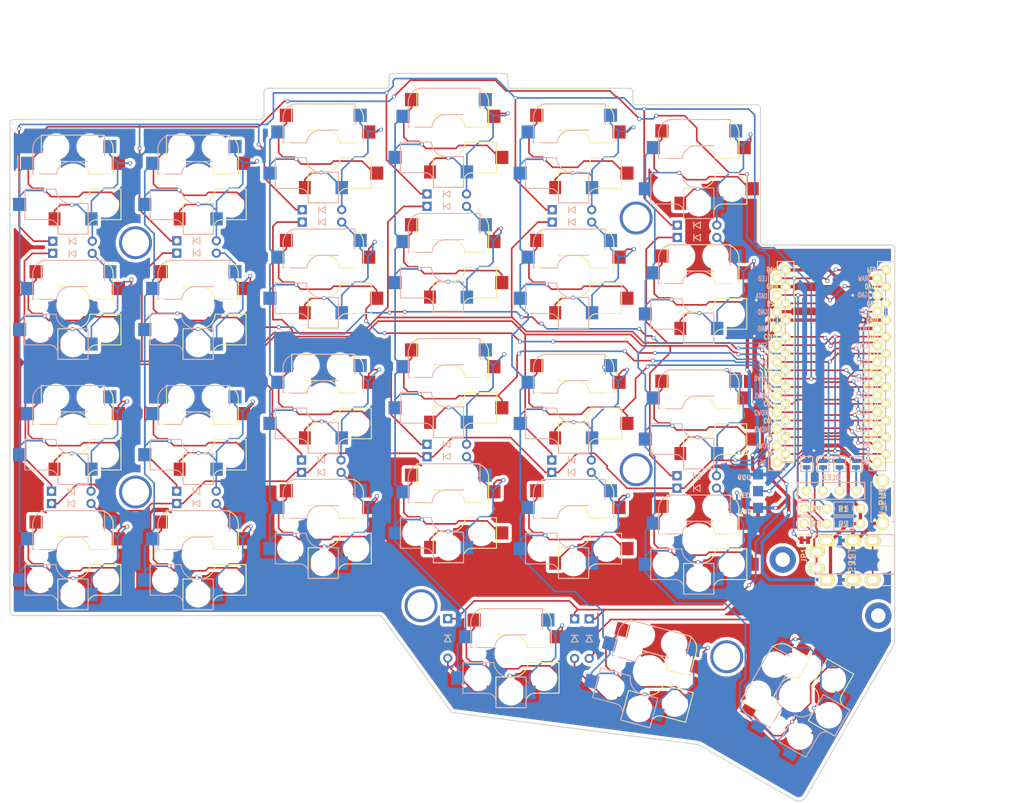
<source format=kicad_pcb>
(kicad_pcb (version 20171130) (host pcbnew "(5.1.0)-1")
  (title_block (title "Corne Chocolate -5 Rows") (date 2018-11-17) (rev 2.1) (company "foostan / mcweihing"))
  (layers (0 F.Cu signal) (31 B.Cu signal) (34 B.Paste user hide) (35 F.Paste user hide) (36 B.SilkS user hide) (37 F.SilkS user hide) (38 B.Mask user hide) (39 F.Mask user hide) (44 Edge.Cuts user))
  (net 0 "")
  (net 1 row0)
  (net 2 "Net-(D1-Pad2)")
  (net 3 row1)
  (net 4 "Net-(D2-Pad2)")
  (net 5 row2)
  (net 6 "Net-(D3-Pad2)")
  (net 7 row3)
  (net 8 "Net-(D4-Pad2)")
  (net 9 "Net-(D5-Pad2)")
  (net 10 "Net-(D6-Pad2)")
  (net 11 "Net-(D7-Pad2)")
  (net 12 "Net-(D8-Pad2)")
  (net 13 "Net-(D9-Pad2)")
  (net 14 "Net-(D10-Pad2)")
  (net 15 "Net-(D11-Pad2)")
  (net 16 "Net-(D12-Pad2)")
  (net 17 "Net-(D13-Pad2)")
  (net 18 "Net-(D14-Pad2)")
  (net 19 "Net-(D15-Pad2)")
  (net 20 "Net-(D16-Pad2)")
  (net 21 "Net-(D17-Pad2)")
  (net 22 "Net-(D18-Pad2)")
  (net 23 GND)
  (net 24 VCC)
  (net 25 col0)
  (net 26 col1)
  (net 27 col2)
  (net 28 col3)
  (net 29 col4)
  (net 30 col5)
  (net 31 LED)
  (net 32 data)
  (net 33 reset)
  (net 34 SCL)
  (net 35 SDA)
  (net 36 "Net-(U1-Pad14)")
  (net 37 "Net-(U1-Pad13)")
  (net 38 "Net-(U1-Pad12)")
  (net 39 "Net-(J2-Pad1)")
  (net 40 "Net-(J2-Pad2)")
  (net 41 "Net-(J2-Pad3)")
  (net 42 "Net-(J2-Pad4)")
  (net 43 "Net-(J1-PadA)")
  (net 44 "Net-(J1-PadB)")
  (net 45 "Net-(U1-Pad24)")
  (net 46 "Net-(D25-Pad2)")
  (net 47 row4)
  (net 48 "Net-(D26-Pad2)")
  (net 49 "Net-(D27-Pad2)")
  (net 50 "Net-(D19-Pad2)")
  (net 51 "Net-(D20-Pad2)")
  (net 52 "Net-(D21-Pad2)")
  (net 53 "Net-(D22-Pad2)")
  (net 54 "Net-(D23-Pad2)")
  (net 55 "Net-(D24-Pad2)")
  (module kbd:D3_TH (layer F.Cu) (at 69.9389 67.4116)
    (fp_text reference D1 hide)
    (fp_text value D hide)
    (pad 1 thru_hole rect (at -3 0) (size 1.397 1.397) (drill 0.8128) (layers *.Cu *.Mask) (net 1 row0))
    (pad 2 thru_hole circle (at 3 0) (size 1.397 1.397) (drill 0.8128) (layers *.Cu *.Mask) (net 2 "Net-(D1-Pad2)"))
  )
  (module kbd:D3_TH (layer F.Cu) (at 126.746 98.2472)
    (fp_text reference D16 hide)
    (fp_text value D hide)
    (pad 1 thru_hole rect (at -3 0) (size 1.397 1.397) (drill 0.8128) (layers *.Cu *.Mask) (net 5 row2))
    (pad 2 thru_hole circle (at 3 0) (size 1.397 1.397) (drill 0.8128) (layers *.Cu *.Mask) (net 20 "Net-(D16-Pad2)"))
  )
  (module kbd:D3_TH (layer F.Cu) (at 148.3636 127.75 270)
    (fp_text reference D27 hide)
    (fp_text value D hide)
    (pad 1 thru_hole rect (at -3 0 270) (size 1.397 1.397) (drill 0.8128) (layers *.Cu *.Mask) (net 47 row4))
    (pad 2 thru_hole circle (at 3 0 270) (size 1.397 1.397) (drill 0.8128) (layers *.Cu *.Mask) (net 49 "Net-(D27-Pad2)"))
  )
  (module kbd:D3_TH (layer F.Cu) (at 164.7444 64.9732)
    (fp_text reference D6 hide)
    (fp_text value D hide)
    (pad 1 thru_hole rect (at -3 0) (size 1.397 1.397) (drill 0.8128) (layers *.Cu *.Mask) (net 1 row0))
    (pad 2 thru_hole circle (at 3 0) (size 1.397 1.397) (drill 0.8128) (layers *.Cu *.Mask) (net 10 "Net-(D6-Pad2)"))
  )
  (module kbd:D3_TH (layer F.Cu) (at 145.7452 62.6364)
    (fp_text reference D5 hide)
    (fp_text value D hide)
    (pad 1 thru_hole rect (at -3 0) (size 1.397 1.397) (drill 0.8128) (layers *.Cu *.Mask) (net 1 row0))
    (pad 2 thru_hole circle (at 3 0) (size 1.397 1.397) (drill 0.8128) (layers *.Cu *.Mask) (net 9 "Net-(D5-Pad2)"))
  )
  (module kbd:D3_TH (layer F.Cu) (at 126.746 60.2488)
    (fp_text reference D4 hide)
    (fp_text value D hide)
    (pad 1 thru_hole rect (at -3 0) (size 1.397 1.397) (drill 0.8128) (layers *.Cu *.Mask) (net 1 row0))
    (pad 2 thru_hole circle (at 3 0) (size 1.397 1.397) (drill 0.8128) (layers *.Cu *.Mask) (net 8 "Net-(D4-Pad2)"))
  )
  (module kbd:D3_TH (layer F.Cu) (at 107.7976 62.6364)
    (fp_text reference D3 hide)
    (fp_text value D hide)
    (pad 1 thru_hole rect (at -3 0) (size 1.397 1.397) (drill 0.8128) (layers *.Cu *.Mask) (net 1 row0))
    (pad 2 thru_hole circle (at 3 0) (size 1.397 1.397) (drill 0.8128) (layers *.Cu *.Mask) (net 6 "Net-(D3-Pad2)"))
  )
  (module kbd:D3_TH (layer F.Cu) (at 88.773 67.3608)
    (fp_text reference D2 hide)
    (fp_text value D hide)
    (pad 1 thru_hole rect (at -3 0) (size 1.397 1.397) (drill 0.8128) (layers *.Cu *.Mask) (net 1 row0))
    (pad 2 thru_hole circle (at 3 0) (size 1.397 1.397) (drill 0.8128) (layers *.Cu *.Mask) (net 4 "Net-(D2-Pad2)"))
  )
  (module kbd:D3_TH (layer F.Cu) (at 145.7452 64.516)
    (fp_text reference D11 hide)
    (fp_text value D hide)
    (pad 1 thru_hole rect (at -3 0) (size 1.397 1.397) (drill 0.8128) (layers *.Cu *.Mask) (net 3 row1))
    (pad 2 thru_hole circle (at 3 0) (size 1.397 1.397) (drill 0.8128) (layers *.Cu *.Mask) (net 15 "Net-(D11-Pad2)"))
  )
  (module kbd:D3_TH (layer F.Cu) (at 69.9262 69.2658)
    (fp_text reference D7 hide)
    (fp_text value D hide)
    (pad 1 thru_hole rect (at -3 0) (size 1.397 1.397) (drill 0.8128) (layers *.Cu *.Mask) (net 3 row1))
    (pad 2 thru_hole circle (at 3 0) (size 1.397 1.397) (drill 0.8128) (layers *.Cu *.Mask) (net 11 "Net-(D7-Pad2)"))
  )
  (module kbd:D3_TH (layer F.Cu) (at 88.773 69.2277)
    (fp_text reference D8 hide)
    (fp_text value D hide)
    (pad 1 thru_hole rect (at -3 0) (size 1.397 1.397) (drill 0.8128) (layers *.Cu *.Mask) (net 3 row1))
    (pad 2 thru_hole circle (at 3 0) (size 1.397 1.397) (drill 0.8128) (layers *.Cu *.Mask) (net 12 "Net-(D8-Pad2)"))
  )
  (module kbd:D3_TH (layer F.Cu) (at 107.8004 64.516)
    (fp_text reference D9 hide)
    (fp_text value D hide)
    (pad 1 thru_hole rect (at -3 0) (size 1.397 1.397) (drill 0.8128) (layers *.Cu *.Mask) (net 3 row1))
    (pad 2 thru_hole circle (at 3 0) (size 1.397 1.397) (drill 0.8128) (layers *.Cu *.Mask) (net 13 "Net-(D9-Pad2)"))
  )
  (module kbd:D3_TH (layer F.Cu) (at 126.746 62.1284)
    (fp_text reference D10 hide)
    (fp_text value D hide)
    (pad 1 thru_hole rect (at -3 0) (size 1.397 1.397) (drill 0.8128) (layers *.Cu *.Mask) (net 3 row1))
    (pad 2 thru_hole circle (at 3 0) (size 1.397 1.397) (drill 0.8128) (layers *.Cu *.Mask) (net 14 "Net-(D10-Pad2)"))
  )
  (module kbd:D3_TH (layer F.Cu) (at 164.7444 66.8528)
    (fp_text reference D12 hide)
    (fp_text value D hide)
    (pad 1 thru_hole rect (at -3 0) (size 1.397 1.397) (drill 0.8128) (layers *.Cu *.Mask) (net 3 row1))
    (pad 2 thru_hole circle (at 3 0) (size 1.397 1.397) (drill 0.8128) (layers *.Cu *.Mask) (net 16 "Net-(D12-Pad2)"))
  )
  (module kbd:D3_TH (layer F.Cu) (at 69.7456 105.3592)
    (fp_text reference D13 hide)
    (fp_text value D hide)
    (pad 1 thru_hole rect (at -3 0) (size 1.397 1.397) (drill 0.8128) (layers *.Cu *.Mask) (net 5 row2))
    (pad 2 thru_hole circle (at 3 0) (size 1.397 1.397) (drill 0.8128) (layers *.Cu *.Mask) (net 17 "Net-(D13-Pad2)"))
  )
  (module kbd:D3_TH (layer F.Cu) (at 88.7476 105.3592)
    (fp_text reference D14 hide)
    (fp_text value D hide)
    (pad 1 thru_hole rect (at -3 0) (size 1.397 1.397) (drill 0.8128) (layers *.Cu *.Mask) (net 5 row2))
    (pad 2 thru_hole circle (at 3 0) (size 1.397 1.397) (drill 0.8128) (layers *.Cu *.Mask) (net 18 "Net-(D14-Pad2)"))
  )
  (module kbd:D3_TH (layer F.Cu) (at 107.696 100.6348)
    (fp_text reference D15 hide)
    (fp_text value D hide)
    (pad 1 thru_hole rect (at -3 0) (size 1.397 1.397) (drill 0.8128) (layers *.Cu *.Mask) (net 5 row2))
    (pad 2 thru_hole circle (at 3 0) (size 1.397 1.397) (drill 0.8128) (layers *.Cu *.Mask) (net 19 "Net-(D15-Pad2)"))
  )
  (module kbd:D3_TH (layer F.Cu) (at 145.6944 100.6348)
    (fp_text reference D17 hide)
    (fp_text value D hide)
    (pad 1 thru_hole rect (at -3 0) (size 1.397 1.397) (drill 0.8128) (layers *.Cu *.Mask) (net 5 row2))
    (pad 2 thru_hole circle (at 3 0) (size 1.397 1.397) (drill 0.8128) (layers *.Cu *.Mask) (net 21 "Net-(D17-Pad2)"))
  )
  (module kbd:D3_TH (layer F.Cu) (at 164.6936 103.0224)
    (fp_text reference D18 hide)
    (fp_text value D hide)
    (pad 1 thru_hole rect (at -3 0) (size 1.397 1.397) (drill 0.8128) (layers *.Cu *.Mask) (net 5 row2))
    (pad 2 thru_hole circle (at 3 0) (size 1.397 1.397) (drill 0.8128) (layers *.Cu *.Mask) (net 22 "Net-(D18-Pad2)"))
  )
  (module kbd:D3_TH (layer F.Cu) (at 69.7484 107.2388)
    (fp_text reference D19 hide)
    (fp_text value D hide)
    (pad 1 thru_hole rect (at -3 0) (size 1.397 1.397) (drill 0.8128) (layers *.Cu *.Mask) (net 7 row3))
    (pad 2 thru_hole circle (at 3 0) (size 1.397 1.397) (drill 0.8128) (layers *.Cu *.Mask) (net 50 "Net-(D19-Pad2)"))
  )
  (module kbd:D3_TH (layer F.Cu) (at 88.7476 107.2388)
    (fp_text reference D20 hide)
    (fp_text value D hide)
    (pad 1 thru_hole rect (at -3 0) (size 1.397 1.397) (drill 0.8128) (layers *.Cu *.Mask) (net 7 row3))
    (pad 2 thru_hole circle (at 3 0) (size 1.397 1.397) (drill 0.8128) (layers *.Cu *.Mask) (net 51 "Net-(D20-Pad2)"))
  )
  (module kbd:D3_TH (layer F.Cu) (at 107.696 102.5144)
    (fp_text reference D21 hide)
    (fp_text value D hide)
    (pad 1 thru_hole rect (at -3 0) (size 1.397 1.397) (drill 0.8128) (layers *.Cu *.Mask) (net 7 row3))
    (pad 2 thru_hole circle (at 3 0) (size 1.397 1.397) (drill 0.8128) (layers *.Cu *.Mask) (net 52 "Net-(D21-Pad2)"))
  )
  (module kbd:D3_TH (layer F.Cu) (at 126.746 100.1268)
    (fp_text reference D22 hide)
    (fp_text value D hide)
    (pad 1 thru_hole rect (at -3 0) (size 1.397 1.397) (drill 0.8128) (layers *.Cu *.Mask) (net 7 row3))
    (pad 2 thru_hole circle (at 3 0) (size 1.397 1.397) (drill 0.8128) (layers *.Cu *.Mask) (net 53 "Net-(D22-Pad2)"))
  )
  (module kbd:D3_TH (layer F.Cu) (at 164.6936 104.902)
    (fp_text reference D24 hide)
    (fp_text value D hide)
    (pad 1 thru_hole rect (at -3 0) (size 1.397 1.397) (drill 0.8128) (layers *.Cu *.Mask) (net 7 row3))
    (pad 2 thru_hole circle (at 3 0) (size 1.397 1.397) (drill 0.8128) (layers *.Cu *.Mask) (net 55 "Net-(D24-Pad2)"))
  )
  (module kbd:D3_TH (layer F.Cu) (at 126.8984 127.7084 270)
    (fp_text reference D25 hide)
    (fp_text value D hide)
    (pad 1 thru_hole rect (at -3 0 270) (size 1.397 1.397) (drill 0.8128) (layers *.Cu *.Mask) (net 47 row4))
    (pad 2 thru_hole circle (at 3 0 270) (size 1.397 1.397) (drill 0.8128) (layers *.Cu *.Mask) (net 46 "Net-(D25-Pad2)"))
  )
  (module kbd:D3_TH (layer F.Cu) (at 146.1516 127.75 270)
    (fp_text reference D26 hide)
    (fp_text value D hide)
    (pad 1 thru_hole rect (at -3 0 270) (size 1.397 1.397) (drill 0.8128) (layers *.Cu *.Mask) (net 47 row4))
    (pad 2 thru_hole circle (at 3 0 270) (size 1.397 1.397) (drill 0.8128) (layers *.Cu *.Mask) (net 48 "Net-(D26-Pad2)"))
  )
  (module kbd:D3_TH (layer F.Cu) (at 145.6944 102.5144)
    (fp_text reference D23 hide)
    (fp_text value D hide)
    (pad 1 thru_hole rect (at -3 0) (size 1.397 1.397) (drill 0.8128) (layers *.Cu *.Mask) (net 7 row3))
    (pad 2 thru_hole circle (at 3 0) (size 1.397 1.397) (drill 0.8128) (layers *.Cu *.Mask) (net 54 "Net-(D23-Pad2)"))
  )
  (module kbd:LEGO_HOLE (layer F.Cu) (at 211.922 126.7916)
    (fp_text reference "" (at 0 -3.2) (layer F.SilkS))
    (fp_text value "")
    (pad "" thru_hole circle (at -19.672 -2.5416) (size 4 4) (drill 2.2) (layers *.Cu *.Mask))
  )
  (module kbd:LEGO_HOLE (layer F.Cu) (at 177.75 115.75)
    (fp_text reference "" (at 0 -3.2) (layer F.SilkS))
    (fp_text value "")
    (pad "" thru_hole circle (at 0 0) (size 4 4) (drill 2.2) (layers *.Cu *.Mask))
  )
  (module kbd:JPC2 (layer F.Cu) (at 181.1 112.8)
    (fp_text reference JP1 (at -0.1 2.3 270) (layer F.SilkS) (effects (font (size 0.8128 0.8128) (thickness 0.1524))))
    (fp_text value " " hide)
    (pad "" smd rect (at 0 0) (size 0.4 0.4) (layers F.Cu F.Paste F.Mask) (clearance 0.1905))
    (pad 1 smd rect (at -0.5 0) (size 0.6 1.143) (layers F.Cu F.Paste F.Mask) (net 32 data) (clearance 0.1905))
    (pad 2 smd rect (at 0.5 0) (size 0.6 1.143) (layers F.Cu F.Paste F.Mask) (net 44 "Net-(J1-PadB)") (clearance 0.1905))
  )
  (module kbd:CherryMX_Choc_Hotswap_1.5u (layer F.Cu) (at 179.6669 136.4361 330)
    (fp_text reference SW27 hide)
    (fp_text value SW_PUSH hide)
    (pad 2 smd rect (at -5.08 -5.5 240) (size 1.5 2) (layers B.Cu B.Paste B.Mask) (net 49 "Net-(D27-Pad2)"))
    (pad "" np_thru_hole circle (at -2.54 3.81 240) (size 3 3) (drill 3) (layers *.Cu *.Mask))
    (pad "" np_thru_hole circle (at 0 5.08 60) (size 1.7 1.7) (drill 1.7) (layers *.Cu *.Mask))
    (pad "" np_thru_hole circle (at 0 -5.08 60) (size 1.7 1.7) (drill 1.7) (layers *.Cu *.Mask))
    (pad "" np_thru_hole circle (at 0 -5.5 150) (size 1.9 1.9) (drill 1.9) (layers *.Cu *.Mask))
    (pad "" np_thru_hole circle (at 0 5.5 150) (size 1.9 1.9) (drill 1.9) (layers *.Cu *.Mask))
    (pad "" np_thru_hole circle (at 0 0 150) (size 4 4) (drill 4) (layers *.Cu *.Mask))
    (pad "" np_thru_hole circle (at -5.08 -2.54 240) (size 3 3) (drill 3) (layers *.Cu *.Mask))
    (pad 1 smd rect (at -2.54 6.8 240) (size 1.5 2) (layers B.Cu B.Paste B.Mask) (net 30 col5))
    (pad "" np_thru_hole circle (at -2.58 3.825 240) (size 0.1 0.1) (drill 0.1) (layers *.Cu *.Mask))
    (pad "" np_thru_hole circle (at 5.9 0 150) (size 3 3) (drill 3) (layers *.Cu *.Mask))
    (pad "" np_thru_hole circle (at 3.7 5 150) (size 3 3) (drill 3) (layers *.Cu *.Mask))
    (pad 2 smd rect (at 5.9 -3 240) (size 1.5 2) (layers B.Cu B.Paste B.Mask) (net 49 "Net-(D27-Pad2)"))
    (pad 1 smd rect (at 3.7 8 240) (size 1.5 2) (layers B.Cu B.Paste B.Mask) (net 30 col5))
    (pad 1 smd rect (at 3.7 -8 240) (size 1.5 2) (layers F.Cu F.Paste F.Mask) (net 30 col5))
    (pad 2 smd rect (at 5.9 3 240) (size 1.5 2) (layers F.Cu F.Paste F.Mask) (net 49 "Net-(D27-Pad2)"))
    (pad "" np_thru_hole circle (at 3.7 -5 330) (size 3 3) (drill 3) (layers *.Cu *.Mask))
    (pad "" np_thru_hole circle (at -2.58 -3.825 240) (size 0.1 0.1) (drill 0.1) (layers *.Cu *.Mask))
    (pad 2 smd rect (at -2.540001 -6.8 240) (size 1.5 2) (layers F.Cu F.Paste F.Mask) (net 49 "Net-(D27-Pad2)"))
    (pad "" np_thru_hole circle (at -5.08 2.54 240) (size 3 3) (drill 3) (layers *.Cu *.Mask))
    (pad "" np_thru_hole circle (at -2.540001 -3.81 240) (size 3 3) (drill 3) (layers *.Cu *.Mask))
    (pad 1 smd rect (at -5.08 5.5 240) (size 1.5 2) (layers F.Cu F.Paste F.Mask) (net 30 col5))
    (pad "" np_thru_hole circle (at -2.540001 -3.81 240) (size 3 3) (drill 3) (layers *.Cu *.Mask))
  )
  (module kbd:CherryMX_Choc_Hotswap (layer F.Cu) (at 146 72.375)
    (fp_text reference SW11 hide)
    (fp_text value SW_PUSH hide)
    (pad 2 smd rect (at 5.6 -5.08 180) (size 2 2) (layers B.Cu B.Paste B.Mask) (net 15 "Net-(D11-Pad2)"))
    (pad "" np_thru_hole circle (at -3.81 -2.54 180) (size 3 3) (drill 3) (layers *.Cu *.Mask))
    (pad "" np_thru_hole circle (at -5.08 0) (size 1.7 1.7) (drill 1.7) (layers *.Cu *.Mask))
    (pad "" np_thru_hole circle (at 5.08 0) (size 1.7 1.7) (drill 1.7) (layers *.Cu *.Mask))
    (pad "" np_thru_hole circle (at 5.5 0 90) (size 1.9 1.9) (drill 1.9) (layers *.Cu *.Mask))
    (pad "" np_thru_hole circle (at -5.5 0 90) (size 1.9 1.9) (drill 1.9) (layers *.Cu *.Mask))
    (pad "" np_thru_hole circle (at 0 0 90) (size 4 4) (drill 4) (layers *.Cu *.Mask))
    (pad "" np_thru_hole circle (at 2.54 -5.08 180) (size 3 3) (drill 3) (layers *.Cu *.Mask))
    (pad 1 smd rect (at -6.9 -2.54 180) (size 2 2) (layers B.Cu B.Paste B.Mask) (net 29 col4))
    (pad "" np_thru_hole circle (at 0 5.9 90) (size 3 3) (drill 3) (layers *.Cu *.Mask))
    (pad "" np_thru_hole circle (at -5 3.7 90) (size 3 3) (drill 3) (layers *.Cu *.Mask))
    (pad 2 smd rect (at 2.8 5.9 180) (size 1.9 2) (layers B.Cu B.Paste B.Mask) (net 15 "Net-(D11-Pad2)"))
    (pad 1 smd rect (at -8.1 3.7 180) (size 2 2) (layers B.Cu B.Paste B.Mask) (net 29 col4))
    (pad 1 smd rect (at 8.1 3.7 180) (size 2 2) (layers F.Cu F.Paste F.Mask) (net 29 col4))
    (pad 2 smd rect (at -2.8 5.9 180) (size 1.8 2) (layers F.Cu F.Paste F.Mask) (net 15 "Net-(D11-Pad2)"))
    (pad "" np_thru_hole circle (at 5 3.7 270) (size 3 3) (drill 3) (layers *.Cu *.Mask))
    (pad 2 smd rect (at 6.9 -2.54 180) (size 2 2) (layers F.Cu F.Paste F.Mask) (net 15 "Net-(D11-Pad2)"))
    (pad "" np_thru_hole circle (at -2.54 -5.08 180) (size 3 3) (drill 3) (layers *.Cu *.Mask))
    (pad "" np_thru_hole circle (at 3.81 -2.54 180) (size 3 3) (drill 3) (layers *.Cu *.Mask))
    (pad 1 smd rect (at -5.6 -5.08 180) (size 2 2) (layers F.Cu F.Paste F.Mask) (net 29 col4))
  )
  (module kbd:CherryMX_Choc_Hotswap (layer F.Cu) (at 127 70)
    (fp_text reference SW10 hide)
    (fp_text value SW_PUSH hide)
    (pad 2 smd rect (at 5.6 -5.08 180) (size 2 2) (layers B.Cu B.Paste B.Mask) (net 14 "Net-(D10-Pad2)"))
    (pad "" np_thru_hole circle (at -3.81 -2.54 180) (size 3 3) (drill 3) (layers *.Cu *.Mask))
    (pad "" np_thru_hole circle (at -5.08 0) (size 1.7 1.7) (drill 1.7) (layers *.Cu *.Mask))
    (pad "" np_thru_hole circle (at 5.08 0) (size 1.7 1.7) (drill 1.7) (layers *.Cu *.Mask))
    (pad "" np_thru_hole circle (at 5.5 0 90) (size 1.9 1.9) (drill 1.9) (layers *.Cu *.Mask))
    (pad "" np_thru_hole circle (at -5.5 0 90) (size 1.9 1.9) (drill 1.9) (layers *.Cu *.Mask))
    (pad "" np_thru_hole circle (at 0 0 90) (size 4 4) (drill 4) (layers *.Cu *.Mask))
    (pad "" np_thru_hole circle (at 2.54 -5.08 180) (size 3 3) (drill 3) (layers *.Cu *.Mask))
    (pad 1 smd rect (at -6.9 -2.54 180) (size 2 2) (layers B.Cu B.Paste B.Mask) (net 28 col3))
    (pad "" np_thru_hole circle (at 0 5.9 90) (size 3 3) (drill 3) (layers *.Cu *.Mask))
    (pad "" np_thru_hole circle (at -5 3.7 90) (size 3 3) (drill 3) (layers *.Cu *.Mask))
    (pad 2 smd rect (at 2.8 5.9 180) (size 1.9 2) (layers B.Cu B.Paste B.Mask) (net 14 "Net-(D10-Pad2)"))
    (pad 1 smd rect (at -8.1 3.7 180) (size 2 2) (layers B.Cu B.Paste B.Mask) (net 28 col3))
    (pad 1 smd rect (at 8.1 3.7 180) (size 2 2) (layers F.Cu F.Paste F.Mask) (net 28 col3))
    (pad 2 smd rect (at -2.8 5.9 180) (size 1.8 2) (layers F.Cu F.Paste F.Mask) (net 14 "Net-(D10-Pad2)"))
    (pad "" np_thru_hole circle (at 5 3.7 270) (size 3 3) (drill 3) (layers *.Cu *.Mask))
    (pad 2 smd rect (at 6.9 -2.54 180) (size 2 2) (layers F.Cu F.Paste F.Mask) (net 14 "Net-(D10-Pad2)"))
    (pad "" np_thru_hole circle (at -2.54 -5.08 180) (size 3 3) (drill 3) (layers *.Cu *.Mask))
    (pad "" np_thru_hole circle (at 3.81 -2.54 180) (size 3 3) (drill 3) (layers *.Cu *.Mask))
    (pad 1 smd rect (at -5.6 -5.08 180) (size 2 2) (layers F.Cu F.Paste F.Mask) (net 28 col3))
  )
  (module kbd:CherryMX_Choc_Hotswap (layer F.Cu) (at 165 55.75)
    (fp_text reference SW6 hide)
    (fp_text value SW_PUSH hide)
    (pad 2 smd rect (at 5.6 -5.08 180) (size 2 2) (layers B.Cu B.Paste B.Mask) (net 10 "Net-(D6-Pad2)"))
    (pad "" np_thru_hole circle (at -3.81 -2.54 180) (size 3 3) (drill 3) (layers *.Cu *.Mask))
    (pad "" np_thru_hole circle (at -5.08 0) (size 1.7 1.7) (drill 1.7) (layers *.Cu *.Mask))
    (pad "" np_thru_hole circle (at 5.08 0) (size 1.7 1.7) (drill 1.7) (layers *.Cu *.Mask))
    (pad "" np_thru_hole circle (at 5.5 0 90) (size 1.9 1.9) (drill 1.9) (layers *.Cu *.Mask))
    (pad "" np_thru_hole circle (at -5.5 0 90) (size 1.9 1.9) (drill 1.9) (layers *.Cu *.Mask))
    (pad "" np_thru_hole circle (at 0 0 90) (size 4 4) (drill 4) (layers *.Cu *.Mask))
    (pad "" np_thru_hole circle (at 2.54 -5.08 180) (size 3 3) (drill 3) (layers *.Cu *.Mask))
    (pad 1 smd rect (at -6.9 -2.54 180) (size 2 2) (layers B.Cu B.Paste B.Mask) (net 30 col5))
    (pad "" np_thru_hole circle (at 0 5.9 90) (size 3 3) (drill 3) (layers *.Cu *.Mask))
    (pad "" np_thru_hole circle (at -5 3.7 90) (size 3 3) (drill 3) (layers *.Cu *.Mask))
    (pad 2 smd rect (at 2.8 5.9 180) (size 1.9 2) (layers B.Cu B.Paste B.Mask) (net 10 "Net-(D6-Pad2)"))
    (pad 1 smd rect (at -8.1 3.7 180) (size 2 2) (layers B.Cu B.Paste B.Mask) (net 30 col5))
    (pad 1 smd rect (at 8.1 3.7 180) (size 2 2) (layers F.Cu F.Paste F.Mask) (net 30 col5))
    (pad 2 smd rect (at -2.8 5.9 180) (size 1.8 2) (layers F.Cu F.Paste F.Mask) (net 10 "Net-(D6-Pad2)"))
    (pad "" np_thru_hole circle (at 5 3.7 270) (size 3 3) (drill 3) (layers *.Cu *.Mask))
    (pad 2 smd rect (at 6.9 -2.54 180) (size 2 2) (layers F.Cu F.Paste F.Mask) (net 10 "Net-(D6-Pad2)"))
    (pad "" np_thru_hole circle (at -2.54 -5.08 180) (size 3 3) (drill 3) (layers *.Cu *.Mask))
    (pad "" np_thru_hole circle (at 3.81 -2.54 180) (size 3 3) (drill 3) (layers *.Cu *.Mask))
    (pad 1 smd rect (at -5.6 -5.08 180) (size 2 2) (layers F.Cu F.Paste F.Mask) (net 30 col5))
  )
  (module kbd:CherryMX_Choc_Hotswap (layer F.Cu) (at 146 53.375)
    (fp_text reference SW5 hide)
    (fp_text value SW_PUSH hide)
    (pad 2 smd rect (at 5.6 -5.08 180) (size 2 2) (layers B.Cu B.Paste B.Mask) (net 9 "Net-(D5-Pad2)"))
    (pad "" np_thru_hole circle (at -3.81 -2.54 180) (size 3 3) (drill 3) (layers *.Cu *.Mask))
    (pad "" np_thru_hole circle (at -5.08 0) (size 1.7 1.7) (drill 1.7) (layers *.Cu *.Mask))
    (pad "" np_thru_hole circle (at 5.08 0) (size 1.7 1.7) (drill 1.7) (layers *.Cu *.Mask))
    (pad "" np_thru_hole circle (at 5.5 0 90) (size 1.9 1.9) (drill 1.9) (layers *.Cu *.Mask))
    (pad "" np_thru_hole circle (at -5.5 0 90) (size 1.9 1.9) (drill 1.9) (layers *.Cu *.Mask))
    (pad "" np_thru_hole circle (at 0 0 90) (size 4 4) (drill 4) (layers *.Cu *.Mask))
    (pad "" np_thru_hole circle (at 2.54 -5.08 180) (size 3 3) (drill 3) (layers *.Cu *.Mask))
    (pad 1 smd rect (at -6.9 -2.54 180) (size 2 2) (layers B.Cu B.Paste B.Mask) (net 29 col4))
    (pad "" np_thru_hole circle (at 0 5.9 90) (size 3 3) (drill 3) (layers *.Cu *.Mask))
    (pad "" np_thru_hole circle (at -5 3.7 90) (size 3 3) (drill 3) (layers *.Cu *.Mask))
    (pad 2 smd rect (at 2.8 5.9 180) (size 1.9 2) (layers B.Cu B.Paste B.Mask) (net 9 "Net-(D5-Pad2)"))
    (pad 1 smd rect (at -8.1 3.7 180) (size 2 2) (layers B.Cu B.Paste B.Mask) (net 29 col4))
    (pad 1 smd rect (at 8.1 3.7 180) (size 2 2) (layers F.Cu F.Paste F.Mask) (net 29 col4))
    (pad 2 smd rect (at -2.8 5.9 180) (size 1.8 2) (layers F.Cu F.Paste F.Mask) (net 9 "Net-(D5-Pad2)"))
    (pad "" np_thru_hole circle (at 5 3.7 270) (size 3 3) (drill 3) (layers *.Cu *.Mask))
    (pad 2 smd rect (at 6.9 -2.54 180) (size 2 2) (layers F.Cu F.Paste F.Mask) (net 9 "Net-(D5-Pad2)"))
    (pad "" np_thru_hole circle (at -2.54 -5.08 180) (size 3 3) (drill 3) (layers *.Cu *.Mask))
    (pad "" np_thru_hole circle (at 3.81 -2.54 180) (size 3 3) (drill 3) (layers *.Cu *.Mask))
    (pad 1 smd rect (at -5.6 -5.08 180) (size 2 2) (layers F.Cu F.Paste F.Mask) (net 29 col4))
  )
  (module kbd:CherryMX_Choc_Hotswap (layer F.Cu) (at 127 51)
    (fp_text reference SW4 hide)
    (fp_text value SW_PUSH hide)
    (pad 2 smd rect (at 5.6 -5.08 180) (size 2 2) (layers B.Cu B.Paste B.Mask) (net 8 "Net-(D4-Pad2)"))
    (pad "" np_thru_hole circle (at -3.81 -2.54 180) (size 3 3) (drill 3) (layers *.Cu *.Mask))
    (pad "" np_thru_hole circle (at -5.08 0) (size 1.7 1.7) (drill 1.7) (layers *.Cu *.Mask))
    (pad "" np_thru_hole circle (at 5.08 0) (size 1.7 1.7) (drill 1.7) (layers *.Cu *.Mask))
    (pad "" np_thru_hole circle (at 5.5 0 90) (size 1.9 1.9) (drill 1.9) (layers *.Cu *.Mask))
    (pad "" np_thru_hole circle (at -5.5 0 90) (size 1.9 1.9) (drill 1.9) (layers *.Cu *.Mask))
    (pad "" np_thru_hole circle (at 0 0 90) (size 4 4) (drill 4) (layers *.Cu *.Mask))
    (pad "" np_thru_hole circle (at 2.54 -5.08 180) (size 3 3) (drill 3) (layers *.Cu *.Mask))
    (pad 1 smd rect (at -6.9 -2.54 180) (size 2 2) (layers B.Cu B.Paste B.Mask) (net 28 col3))
    (pad "" np_thru_hole circle (at 0 5.9 90) (size 3 3) (drill 3) (layers *.Cu *.Mask))
    (pad "" np_thru_hole circle (at -5 3.7 90) (size 3 3) (drill 3) (layers *.Cu *.Mask))
    (pad 2 smd rect (at 2.8 5.9 180) (size 1.9 2) (layers B.Cu B.Paste B.Mask) (net 8 "Net-(D4-Pad2)"))
    (pad 1 smd rect (at -8.1 3.7 180) (size 2 2) (layers B.Cu B.Paste B.Mask) (net 28 col3))
    (pad 1 smd rect (at 8.1 3.7 180) (size 2 2) (layers F.Cu F.Paste F.Mask) (net 28 col3))
    (pad 2 smd rect (at -2.8 5.9 180) (size 1.8 2) (layers F.Cu F.Paste F.Mask) (net 8 "Net-(D4-Pad2)"))
    (pad "" np_thru_hole circle (at 5 3.7 270) (size 3 3) (drill 3) (layers *.Cu *.Mask))
    (pad 2 smd rect (at 6.9 -2.54 180) (size 2 2) (layers F.Cu F.Paste F.Mask) (net 8 "Net-(D4-Pad2)"))
    (pad "" np_thru_hole circle (at -2.54 -5.08 180) (size 3 3) (drill 3) (layers *.Cu *.Mask))
    (pad "" np_thru_hole circle (at 3.81 -2.54 180) (size 3 3) (drill 3) (layers *.Cu *.Mask))
    (pad 1 smd rect (at -5.6 -5.08 180) (size 2 2) (layers F.Cu F.Paste F.Mask) (net 28 col3))
  )
  (module kbd:CherryMX_Choc_Hotswap (layer F.Cu) (at 108 53.375)
    (fp_text reference SW3 hide)
    (fp_text value SW_PUSH hide)
    (pad 2 smd rect (at 5.6 -5.08 180) (size 2 2) (layers B.Cu B.Paste B.Mask) (net 6 "Net-(D3-Pad2)"))
    (pad "" np_thru_hole circle (at -3.81 -2.54 180) (size 3 3) (drill 3) (layers *.Cu *.Mask))
    (pad "" np_thru_hole circle (at -5.08 0) (size 1.7 1.7) (drill 1.7) (layers *.Cu *.Mask))
    (pad "" np_thru_hole circle (at 5.08 0) (size 1.7 1.7) (drill 1.7) (layers *.Cu *.Mask))
    (pad "" np_thru_hole circle (at 5.5 0 90) (size 1.9 1.9) (drill 1.9) (layers *.Cu *.Mask))
    (pad "" np_thru_hole circle (at -5.5 0 90) (size 1.9 1.9) (drill 1.9) (layers *.Cu *.Mask))
    (pad "" np_thru_hole circle (at 0 0 90) (size 4 4) (drill 4) (layers *.Cu *.Mask))
    (pad "" np_thru_hole circle (at 2.54 -5.08 180) (size 3 3) (drill 3) (layers *.Cu *.Mask))
    (pad 1 smd rect (at -6.9 -2.54 180) (size 2 2) (layers B.Cu B.Paste B.Mask) (net 27 col2))
    (pad "" np_thru_hole circle (at 0 5.9 90) (size 3 3) (drill 3) (layers *.Cu *.Mask))
    (pad "" np_thru_hole circle (at -5 3.7 90) (size 3 3) (drill 3) (layers *.Cu *.Mask))
    (pad 2 smd rect (at 2.8 5.9 180) (size 1.9 2) (layers B.Cu B.Paste B.Mask) (net 6 "Net-(D3-Pad2)"))
    (pad 1 smd rect (at -8.1 3.7 180) (size 2 2) (layers B.Cu B.Paste B.Mask) (net 27 col2))
    (pad 1 smd rect (at 8.1 3.7 180) (size 2 2) (layers F.Cu F.Paste F.Mask) (net 27 col2))
    (pad 2 smd rect (at -2.8 5.9 180) (size 1.8 2) (layers F.Cu F.Paste F.Mask) (net 6 "Net-(D3-Pad2)"))
    (pad "" np_thru_hole circle (at 5 3.7 270) (size 3 3) (drill 3) (layers *.Cu *.Mask))
    (pad 2 smd rect (at 6.9 -2.54 180) (size 2 2) (layers F.Cu F.Paste F.Mask) (net 6 "Net-(D3-Pad2)"))
    (pad "" np_thru_hole circle (at -2.54 -5.08 180) (size 3 3) (drill 3) (layers *.Cu *.Mask))
    (pad "" np_thru_hole circle (at 3.81 -2.54 180) (size 3 3) (drill 3) (layers *.Cu *.Mask))
    (pad 1 smd rect (at -5.6 -5.08 180) (size 2 2) (layers F.Cu F.Paste F.Mask) (net 27 col2))
  )
  (module kbd:CherryMX_Choc_Hotswap (layer F.Cu) (at 89 58.125)
    (fp_text reference SW2 hide)
    (fp_text value SW_PUSH hide)
    (pad 2 smd rect (at 5.6 -5.08 180) (size 2 2) (layers B.Cu B.Paste B.Mask) (net 4 "Net-(D2-Pad2)"))
    (pad "" np_thru_hole circle (at -3.81 -2.54 180) (size 3 3) (drill 3) (layers *.Cu *.Mask))
    (pad "" np_thru_hole circle (at -5.08 0) (size 1.7 1.7) (drill 1.7) (layers *.Cu *.Mask))
    (pad "" np_thru_hole circle (at 5.08 0) (size 1.7 1.7) (drill 1.7) (layers *.Cu *.Mask))
    (pad "" np_thru_hole circle (at 5.5 0 90) (size 1.9 1.9) (drill 1.9) (layers *.Cu *.Mask))
    (pad "" np_thru_hole circle (at -5.5 0 90) (size 1.9 1.9) (drill 1.9) (layers *.Cu *.Mask))
    (pad "" np_thru_hole circle (at 0 0 90) (size 4 4) (drill 4) (layers *.Cu *.Mask))
    (pad "" np_thru_hole circle (at 2.54 -5.08 180) (size 3 3) (drill 3) (layers *.Cu *.Mask))
    (pad 1 smd rect (at -6.9 -2.54 180) (size 2 2) (layers B.Cu B.Paste B.Mask) (net 26 col1))
    (pad "" np_thru_hole circle (at 0 5.9 90) (size 3 3) (drill 3) (layers *.Cu *.Mask))
    (pad "" np_thru_hole circle (at -5 3.7 90) (size 3 3) (drill 3) (layers *.Cu *.Mask))
    (pad 2 smd rect (at 2.8 5.9 180) (size 1.9 2) (layers B.Cu B.Paste B.Mask) (net 4 "Net-(D2-Pad2)"))
    (pad 1 smd rect (at -8.1 3.7 180) (size 2 2) (layers B.Cu B.Paste B.Mask) (net 26 col1))
    (pad 1 smd rect (at 8.1 3.7 180) (size 2 2) (layers F.Cu F.Paste F.Mask) (net 26 col1))
    (pad 2 smd rect (at -2.8 5.9 180) (size 1.8 2) (layers F.Cu F.Paste F.Mask) (net 4 "Net-(D2-Pad2)"))
    (pad "" np_thru_hole circle (at 5 3.7 270) (size 3 3) (drill 3) (layers *.Cu *.Mask))
    (pad 2 smd rect (at 6.9 -2.54 180) (size 2 2) (layers F.Cu F.Paste F.Mask) (net 4 "Net-(D2-Pad2)"))
    (pad "" np_thru_hole circle (at -2.54 -5.08 180) (size 3 3) (drill 3) (layers *.Cu *.Mask))
    (pad "" np_thru_hole circle (at 3.81 -2.54 180) (size 3 3) (drill 3) (layers *.Cu *.Mask))
    (pad 1 smd rect (at -5.6 -5.08 180) (size 2 2) (layers F.Cu F.Paste F.Mask) (net 26 col1))
  )
  (module kbd:CherryMX_Choc_Hotswap (layer F.Cu) (at 70 58.125)
    (fp_text reference SW1 hide)
    (fp_text value SW_PUSH hide)
    (pad 2 smd rect (at 5.6 -5.08 180) (size 2 2) (layers B.Cu B.Paste B.Mask) (net 2 "Net-(D1-Pad2)"))
    (pad "" np_thru_hole circle (at -3.81 -2.54 180) (size 3 3) (drill 3) (layers *.Cu *.Mask))
    (pad "" np_thru_hole circle (at -5.08 0) (size 1.7 1.7) (drill 1.7) (layers *.Cu *.Mask))
    (pad "" np_thru_hole circle (at 5.08 0) (size 1.7 1.7) (drill 1.7) (layers *.Cu *.Mask))
    (pad "" np_thru_hole circle (at 5.5 0 90) (size 1.9 1.9) (drill 1.9) (layers *.Cu *.Mask))
    (pad "" np_thru_hole circle (at -5.5 0 90) (size 1.9 1.9) (drill 1.9) (layers *.Cu *.Mask))
    (pad "" np_thru_hole circle (at 0 0 90) (size 4 4) (drill 4) (layers *.Cu *.Mask))
    (pad "" np_thru_hole circle (at 2.54 -5.08 180) (size 3 3) (drill 3) (layers *.Cu *.Mask))
    (pad 1 smd rect (at -6.9 -2.54 180) (size 2 2) (layers B.Cu B.Paste B.Mask) (net 25 col0))
    (pad "" np_thru_hole circle (at 0 5.9 90) (size 3 3) (drill 3) (layers *.Cu *.Mask))
    (pad "" np_thru_hole circle (at -5 3.7 90) (size 3 3) (drill 3) (layers *.Cu *.Mask))
    (pad 2 smd rect (at 2.8 5.9 180) (size 1.9 2) (layers B.Cu B.Paste B.Mask) (net 2 "Net-(D1-Pad2)"))
    (pad 1 smd rect (at -8.1 3.7 180) (size 2 2) (layers B.Cu B.Paste B.Mask) (net 25 col0))
    (pad 1 smd rect (at 8.1 3.7 180) (size 2 2) (layers F.Cu F.Paste F.Mask) (net 25 col0))
    (pad 2 smd rect (at -2.8 5.9 180) (size 1.8 2) (layers F.Cu F.Paste F.Mask) (net 2 "Net-(D1-Pad2)"))
    (pad "" np_thru_hole circle (at 5 3.7 270) (size 3 3) (drill 3) (layers *.Cu *.Mask))
    (pad 2 smd rect (at 6.9 -2.54 180) (size 2 2) (layers F.Cu F.Paste F.Mask) (net 2 "Net-(D1-Pad2)"))
    (pad "" np_thru_hole circle (at -2.54 -5.08 180) (size 3 3) (drill 3) (layers *.Cu *.Mask))
    (pad "" np_thru_hole circle (at 3.81 -2.54 180) (size 3 3) (drill 3) (layers *.Cu *.Mask))
    (pad 1 smd rect (at -5.6 -5.08 180) (size 2 2) (layers F.Cu F.Paste F.Mask) (net 25 col0))
  )
  (module kbd:CherryMX_Choc_Hotswap (layer F.Cu) (at 70 77.125)
    (fp_text reference SW7 hide)
    (fp_text value SW_PUSH hide)
    (pad 2 smd rect (at 5.6 -5.08 180) (size 2 2) (layers B.Cu B.Paste B.Mask) (net 11 "Net-(D7-Pad2)"))
    (pad "" np_thru_hole circle (at -3.81 -2.54 180) (size 3 3) (drill 3) (layers *.Cu *.Mask))
    (pad "" np_thru_hole circle (at -5.08 0) (size 1.7 1.7) (drill 1.7) (layers *.Cu *.Mask))
    (pad "" np_thru_hole circle (at 5.08 0) (size 1.7 1.7) (drill 1.7) (layers *.Cu *.Mask))
    (pad "" np_thru_hole circle (at 5.5 0 90) (size 1.9 1.9) (drill 1.9) (layers *.Cu *.Mask))
    (pad "" np_thru_hole circle (at -5.5 0 90) (size 1.9 1.9) (drill 1.9) (layers *.Cu *.Mask))
    (pad "" np_thru_hole circle (at 0 0 90) (size 4 4) (drill 4) (layers *.Cu *.Mask))
    (pad "" np_thru_hole circle (at 2.54 -5.08 180) (size 3 3) (drill 3) (layers *.Cu *.Mask))
    (pad 1 smd rect (at -6.9 -2.54 180) (size 2 2) (layers B.Cu B.Paste B.Mask) (net 25 col0))
    (pad "" np_thru_hole circle (at 0 5.9 90) (size 3 3) (drill 3) (layers *.Cu *.Mask))
    (pad "" np_thru_hole circle (at -5 3.7 90) (size 3 3) (drill 3) (layers *.Cu *.Mask))
    (pad 2 smd rect (at 2.8 5.9 180) (size 1.9 2) (layers B.Cu B.Paste B.Mask) (net 11 "Net-(D7-Pad2)"))
    (pad 1 smd rect (at -8.1 3.7 180) (size 2 2) (layers B.Cu B.Paste B.Mask) (net 25 col0))
    (pad 1 smd rect (at 8.1 3.7 180) (size 2 2) (layers F.Cu F.Paste F.Mask) (net 25 col0))
    (pad 2 smd rect (at -2.8 5.9 180) (size 1.8 2) (layers F.Cu F.Paste F.Mask) (net 11 "Net-(D7-Pad2)"))
    (pad "" np_thru_hole circle (at 5 3.7 270) (size 3 3) (drill 3) (layers *.Cu *.Mask))
    (pad 2 smd rect (at 6.9 -2.54 180) (size 2 2) (layers F.Cu F.Paste F.Mask) (net 11 "Net-(D7-Pad2)"))
    (pad "" np_thru_hole circle (at -2.54 -5.08 180) (size 3 3) (drill 3) (layers *.Cu *.Mask))
    (pad "" np_thru_hole circle (at 3.81 -2.54 180) (size 3 3) (drill 3) (layers *.Cu *.Mask))
    (pad 1 smd rect (at -5.6 -5.08 180) (size 2 2) (layers F.Cu F.Paste F.Mask) (net 25 col0))
  )
  (module kbd:CherryMX_Choc_Hotswap (layer F.Cu) (at 157.5 132.75 345)
    (fp_text reference SW26 hide)
    (fp_text value SW_PUSH hide)
    (pad 2 smd rect (at 5.6 -5.08 165) (size 2 2) (layers B.Cu B.Paste B.Mask) (net 48 "Net-(D26-Pad2)"))
    (pad "" np_thru_hole circle (at -3.81 -2.54 165) (size 3 3) (drill 3) (layers *.Cu *.Mask))
    (pad "" np_thru_hole circle (at -5.08 0 345) (size 1.7 1.7) (drill 1.7) (layers *.Cu *.Mask))
    (pad "" np_thru_hole circle (at 5.08 0 345) (size 1.7 1.7) (drill 1.7) (layers *.Cu *.Mask))
    (pad "" np_thru_hole circle (at 5.5 0 75) (size 1.9 1.9) (drill 1.9) (layers *.Cu *.Mask))
    (pad "" np_thru_hole circle (at -5.5 0 75) (size 1.9 1.9) (drill 1.9) (layers *.Cu *.Mask))
    (pad "" np_thru_hole circle (at 0 0 75) (size 4 4) (drill 4) (layers *.Cu *.Mask))
    (pad "" np_thru_hole circle (at 2.54 -5.08 165) (size 3 3) (drill 3) (layers *.Cu *.Mask))
    (pad 1 smd rect (at -6.9 -2.54 165) (size 2 2) (layers B.Cu B.Paste B.Mask) (net 29 col4))
    (pad "" np_thru_hole circle (at 0 5.9 75) (size 3 3) (drill 3) (layers *.Cu *.Mask))
    (pad "" np_thru_hole circle (at -5 3.7 75) (size 3 3) (drill 3) (layers *.Cu *.Mask))
    (pad 2 smd rect (at 2.8 5.9 165) (size 1.9 2) (layers B.Cu B.Paste B.Mask) (net 48 "Net-(D26-Pad2)"))
    (pad 1 smd rect (at -8.1 3.7 165) (size 2 2) (layers B.Cu B.Paste B.Mask) (net 29 col4))
    (pad 1 smd rect (at 8.1 3.7 165) (size 2 2) (layers F.Cu F.Paste F.Mask) (net 29 col4))
    (pad 2 smd rect (at -2.8 5.9 165) (size 1.8 2) (layers F.Cu F.Paste F.Mask) (net 48 "Net-(D26-Pad2)"))
    (pad "" np_thru_hole circle (at 5 3.7 255) (size 3 3) (drill 3) (layers *.Cu *.Mask))
    (pad 2 smd rect (at 6.9 -2.54 165) (size 2 2) (layers F.Cu F.Paste F.Mask) (net 48 "Net-(D26-Pad2)"))
    (pad "" np_thru_hole circle (at -2.54 -5.08 165) (size 3 3) (drill 3) (layers *.Cu *.Mask))
    (pad "" np_thru_hole circle (at 3.81 -2.54 165) (size 3 3) (drill 3) (layers *.Cu *.Mask))
    (pad 1 smd rect (at -5.6 -5.08 165) (size 2 2) (layers F.Cu F.Paste F.Mask) (net 29 col4))
  )
  (module kbd:CherryMX_Choc_Hotswap (layer F.Cu) (at 146 91.375)
    (fp_text reference SW17 hide)
    (fp_text value SW_PUSH hide)
    (pad 2 smd rect (at 5.6 -5.08 180) (size 2 2) (layers B.Cu B.Paste B.Mask) (net 21 "Net-(D17-Pad2)"))
    (pad "" np_thru_hole circle (at -3.81 -2.54 180) (size 3 3) (drill 3) (layers *.Cu *.Mask))
    (pad "" np_thru_hole circle (at -5.08 0) (size 1.7 1.7) (drill 1.7) (layers *.Cu *.Mask))
    (pad "" np_thru_hole circle (at 5.08 0) (size 1.7 1.7) (drill 1.7) (layers *.Cu *.Mask))
    (pad "" np_thru_hole circle (at 5.5 0 90) (size 1.9 1.9) (drill 1.9) (layers *.Cu *.Mask))
    (pad "" np_thru_hole circle (at -5.5 0 90) (size 1.9 1.9) (drill 1.9) (layers *.Cu *.Mask))
    (pad "" np_thru_hole circle (at 0 0 90) (size 4 4) (drill 4) (layers *.Cu *.Mask))
    (pad "" np_thru_hole circle (at 2.54 -5.08 180) (size 3 3) (drill 3) (layers *.Cu *.Mask))
    (pad 1 smd rect (at -6.9 -2.54 180) (size 2 2) (layers B.Cu B.Paste B.Mask) (net 29 col4))
    (pad "" np_thru_hole circle (at 0 5.9 90) (size 3 3) (drill 3) (layers *.Cu *.Mask))
    (pad "" np_thru_hole circle (at -5 3.7 90) (size 3 3) (drill 3) (layers *.Cu *.Mask))
    (pad 2 smd rect (at 2.8 5.9 180) (size 1.9 2) (layers B.Cu B.Paste B.Mask) (net 21 "Net-(D17-Pad2)"))
    (pad 1 smd rect (at -8.1 3.7 180) (size 2 2) (layers B.Cu B.Paste B.Mask) (net 29 col4))
    (pad 1 smd rect (at 8.1 3.7 180) (size 2 2) (layers F.Cu F.Paste F.Mask) (net 29 col4))
    (pad 2 smd rect (at -2.8 5.9 180) (size 1.8 2) (layers F.Cu F.Paste F.Mask) (net 21 "Net-(D17-Pad2)"))
    (pad "" np_thru_hole circle (at 5 3.7 270) (size 3 3) (drill 3) (layers *.Cu *.Mask))
    (pad 2 smd rect (at 6.9 -2.54 180) (size 2 2) (layers F.Cu F.Paste F.Mask) (net 21 "Net-(D17-Pad2)"))
    (pad "" np_thru_hole circle (at -2.54 -5.08 180) (size 3 3) (drill 3) (layers *.Cu *.Mask))
    (pad "" np_thru_hole circle (at 3.81 -2.54 180) (size 3 3) (drill 3) (layers *.Cu *.Mask))
    (pad 1 smd rect (at -5.6 -5.08 180) (size 2 2) (layers F.Cu F.Paste F.Mask) (net 29 col4))
  )
  (module kbd:CherryMX_Choc_Hotswap (layer F.Cu) (at 165 112.75)
    (fp_text reference SW24 hide)
    (fp_text value SW_PUSH hide)
    (pad 2 smd rect (at 5.6 -5.08 180) (size 2 2) (layers B.Cu B.Paste B.Mask) (net 55 "Net-(D24-Pad2)"))
    (pad "" np_thru_hole circle (at -3.81 -2.54 180) (size 3 3) (drill 3) (layers *.Cu *.Mask))
    (pad "" np_thru_hole circle (at -5.08 0) (size 1.7 1.7) (drill 1.7) (layers *.Cu *.Mask))
    (pad "" np_thru_hole circle (at 5.08 0) (size 1.7 1.7) (drill 1.7) (layers *.Cu *.Mask))
    (pad "" np_thru_hole circle (at 5.5 0 90) (size 1.9 1.9) (drill 1.9) (layers *.Cu *.Mask))
    (pad "" np_thru_hole circle (at -5.5 0 90) (size 1.9 1.9) (drill 1.9) (layers *.Cu *.Mask))
    (pad "" np_thru_hole circle (at 0 0 90) (size 4 4) (drill 4) (layers *.Cu *.Mask))
    (pad "" np_thru_hole circle (at 2.54 -5.08 180) (size 3 3) (drill 3) (layers *.Cu *.Mask))
    (pad 1 smd rect (at -6.9 -2.54 180) (size 2 2) (layers B.Cu B.Paste B.Mask) (net 30 col5))
    (pad "" np_thru_hole circle (at 0 5.9 90) (size 3 3) (drill 3) (layers *.Cu *.Mask))
    (pad "" np_thru_hole circle (at -5 3.7 90) (size 3 3) (drill 3) (layers *.Cu *.Mask))
    (pad 2 smd rect (at 2.8 5.9 180) (size 1.9 2) (layers B.Cu B.Paste B.Mask) (net 55 "Net-(D24-Pad2)"))
    (pad 1 smd rect (at -8.1 3.7 180) (size 2 2) (layers B.Cu B.Paste B.Mask) (net 30 col5))
    (pad 1 smd rect (at 8.1 3.7 180) (size 2 2) (layers F.Cu F.Paste F.Mask) (net 30 col5))
    (pad 2 smd rect (at -2.8 5.9 180) (size 1.8 2) (layers F.Cu F.Paste F.Mask) (net 55 "Net-(D24-Pad2)"))
    (pad "" np_thru_hole circle (at 5 3.7 270) (size 3 3) (drill 3) (layers *.Cu *.Mask))
    (pad 2 smd rect (at 6.9 -2.54 180) (size 2 2) (layers F.Cu F.Paste F.Mask) (net 55 "Net-(D24-Pad2)"))
    (pad "" np_thru_hole circle (at -2.54 -5.08 180) (size 3 3) (drill 3) (layers *.Cu *.Mask))
    (pad "" np_thru_hole circle (at 3.81 -2.54 180) (size 3 3) (drill 3) (layers *.Cu *.Mask))
    (pad 1 smd rect (at -5.6 -5.08 180) (size 2 2) (layers F.Cu F.Paste F.Mask) (net 30 col5))
  )
  (module kbd:CherryMX_Choc_Hotswap (layer F.Cu) (at 165 93.75)
    (fp_text reference SW18 hide)
    (fp_text value SW_PUSH hide)
    (pad 2 smd rect (at 5.6 -5.08 180) (size 2 2) (layers B.Cu B.Paste B.Mask) (net 22 "Net-(D18-Pad2)"))
    (pad "" np_thru_hole circle (at -3.81 -2.54 180) (size 3 3) (drill 3) (layers *.Cu *.Mask))
    (pad "" np_thru_hole circle (at -5.08 0) (size 1.7 1.7) (drill 1.7) (layers *.Cu *.Mask))
    (pad "" np_thru_hole circle (at 5.08 0) (size 1.7 1.7) (drill 1.7) (layers *.Cu *.Mask))
    (pad "" np_thru_hole circle (at 5.5 0 90) (size 1.9 1.9) (drill 1.9) (layers *.Cu *.Mask))
    (pad "" np_thru_hole circle (at -5.5 0 90) (size 1.9 1.9) (drill 1.9) (layers *.Cu *.Mask))
    (pad "" np_thru_hole circle (at 0 0 90) (size 4 4) (drill 4) (layers *.Cu *.Mask))
    (pad "" np_thru_hole circle (at 2.54 -5.08 180) (size 3 3) (drill 3) (layers *.Cu *.Mask))
    (pad 1 smd rect (at -6.9 -2.54 180) (size 2 2) (layers B.Cu B.Paste B.Mask) (net 30 col5))
    (pad "" np_thru_hole circle (at 0 5.9 90) (size 3 3) (drill 3) (layers *.Cu *.Mask))
    (pad "" np_thru_hole circle (at -5 3.7 90) (size 3 3) (drill 3) (layers *.Cu *.Mask))
    (pad 2 smd rect (at 2.8 5.9 180) (size 1.9 2) (layers B.Cu B.Paste B.Mask) (net 22 "Net-(D18-Pad2)"))
    (pad 1 smd rect (at -8.1 3.7 180) (size 2 2) (layers B.Cu B.Paste B.Mask) (net 30 col5))
    (pad 1 smd rect (at 8.1 3.7 180) (size 2 2) (layers F.Cu F.Paste F.Mask) (net 30 col5))
    (pad 2 smd rect (at -2.8 5.9 180) (size 1.8 2) (layers F.Cu F.Paste F.Mask) (net 22 "Net-(D18-Pad2)"))
    (pad "" np_thru_hole circle (at 5 3.7 270) (size 3 3) (drill 3) (layers *.Cu *.Mask))
    (pad 2 smd rect (at 6.9 -2.54 180) (size 2 2) (layers F.Cu F.Paste F.Mask) (net 22 "Net-(D18-Pad2)"))
    (pad "" np_thru_hole circle (at -2.54 -5.08 180) (size 3 3) (drill 3) (layers *.Cu *.Mask))
    (pad "" np_thru_hole circle (at 3.81 -2.54 180) (size 3 3) (drill 3) (layers *.Cu *.Mask))
    (pad 1 smd rect (at -5.6 -5.08 180) (size 2 2) (layers F.Cu F.Paste F.Mask) (net 30 col5))
  )
  (module kbd:CherryMX_Choc_Hotswap (layer F.Cu) (at 165 74.75)
    (fp_text reference SW12 hide)
    (fp_text value SW_PUSH hide)
    (pad 2 smd rect (at 5.6 -5.08 180) (size 2 2) (layers B.Cu B.Paste B.Mask) (net 16 "Net-(D12-Pad2)"))
    (pad "" np_thru_hole circle (at -3.81 -2.54 180) (size 3 3) (drill 3) (layers *.Cu *.Mask))
    (pad "" np_thru_hole circle (at -5.08 0) (size 1.7 1.7) (drill 1.7) (layers *.Cu *.Mask))
    (pad "" np_thru_hole circle (at 5.08 0) (size 1.7 1.7) (drill 1.7) (layers *.Cu *.Mask))
    (pad "" np_thru_hole circle (at 5.5 0 90) (size 1.9 1.9) (drill 1.9) (layers *.Cu *.Mask))
    (pad "" np_thru_hole circle (at -5.5 0 90) (size 1.9 1.9) (drill 1.9) (layers *.Cu *.Mask))
    (pad "" np_thru_hole circle (at 0 0 90) (size 4 4) (drill 4) (layers *.Cu *.Mask))
    (pad "" np_thru_hole circle (at 2.54 -5.08 180) (size 3 3) (drill 3) (layers *.Cu *.Mask))
    (pad 1 smd rect (at -6.9 -2.54 180) (size 2 2) (layers B.Cu B.Paste B.Mask) (net 30 col5))
    (pad "" np_thru_hole circle (at 0 5.9 90) (size 3 3) (drill 3) (layers *.Cu *.Mask))
    (pad "" np_thru_hole circle (at -5 3.7 90) (size 3 3) (drill 3) (layers *.Cu *.Mask))
    (pad 2 smd rect (at 2.8 5.9 180) (size 1.9 2) (layers B.Cu B.Paste B.Mask) (net 16 "Net-(D12-Pad2)"))
    (pad 1 smd rect (at -8.1 3.7 180) (size 2 2) (layers B.Cu B.Paste B.Mask) (net 30 col5))
    (pad 1 smd rect (at 8.1 3.7 180) (size 2 2) (layers F.Cu F.Paste F.Mask) (net 30 col5))
    (pad 2 smd rect (at -2.8 5.9 180) (size 1.8 2) (layers F.Cu F.Paste F.Mask) (net 16 "Net-(D12-Pad2)"))
    (pad "" np_thru_hole circle (at 5 3.7 270) (size 3 3) (drill 3) (layers *.Cu *.Mask))
    (pad 2 smd rect (at 6.9 -2.54 180) (size 2 2) (layers F.Cu F.Paste F.Mask) (net 16 "Net-(D12-Pad2)"))
    (pad "" np_thru_hole circle (at -2.54 -5.08 180) (size 3 3) (drill 3) (layers *.Cu *.Mask))
    (pad "" np_thru_hole circle (at 3.81 -2.54 180) (size 3 3) (drill 3) (layers *.Cu *.Mask))
    (pad 1 smd rect (at -5.6 -5.08 180) (size 2 2) (layers F.Cu F.Paste F.Mask) (net 30 col5))
  )
  (module kbd:CherryMX_Choc_Hotswap (layer F.Cu) (at 108 110.375)
    (fp_text reference SW21 hide)
    (fp_text value SW_PUSH hide)
    (pad 2 smd rect (at 5.6 -5.08 180) (size 2 2) (layers B.Cu B.Paste B.Mask) (net 52 "Net-(D21-Pad2)"))
    (pad "" np_thru_hole circle (at -3.81 -2.54 180) (size 3 3) (drill 3) (layers *.Cu *.Mask))
    (pad "" np_thru_hole circle (at -5.08 0) (size 1.7 1.7) (drill 1.7) (layers *.Cu *.Mask))
    (pad "" np_thru_hole circle (at 5.08 0) (size 1.7 1.7) (drill 1.7) (layers *.Cu *.Mask))
    (pad "" np_thru_hole circle (at 5.5 0 90) (size 1.9 1.9) (drill 1.9) (layers *.Cu *.Mask))
    (pad "" np_thru_hole circle (at -5.5 0 90) (size 1.9 1.9) (drill 1.9) (layers *.Cu *.Mask))
    (pad "" np_thru_hole circle (at 0 0 90) (size 4 4) (drill 4) (layers *.Cu *.Mask))
    (pad "" np_thru_hole circle (at 2.54 -5.08 180) (size 3 3) (drill 3) (layers *.Cu *.Mask))
    (pad 1 smd rect (at -6.9 -2.54 180) (size 2 2) (layers B.Cu B.Paste B.Mask) (net 27 col2))
    (pad "" np_thru_hole circle (at 0 5.9 90) (size 3 3) (drill 3) (layers *.Cu *.Mask))
    (pad "" np_thru_hole circle (at -5 3.7 90) (size 3 3) (drill 3) (layers *.Cu *.Mask))
    (pad 2 smd rect (at 2.8 5.9 180) (size 1.9 2) (layers B.Cu B.Paste B.Mask) (net 52 "Net-(D21-Pad2)"))
    (pad 1 smd rect (at -8.1 3.7 180) (size 2 2) (layers B.Cu B.Paste B.Mask) (net 27 col2))
    (pad 1 smd rect (at 8.1 3.7 180) (size 2 2) (layers F.Cu F.Paste F.Mask) (net 27 col2))
    (pad 2 smd rect (at -2.8 5.9 180) (size 1.8 2) (layers F.Cu F.Paste F.Mask) (net 52 "Net-(D21-Pad2)"))
    (pad "" np_thru_hole circle (at 5 3.7 270) (size 3 3) (drill 3) (layers *.Cu *.Mask))
    (pad 2 smd rect (at 6.9 -2.54 180) (size 2 2) (layers F.Cu F.Paste F.Mask) (net 52 "Net-(D21-Pad2)"))
    (pad "" np_thru_hole circle (at -2.54 -5.08 180) (size 3 3) (drill 3) (layers *.Cu *.Mask))
    (pad "" np_thru_hole circle (at 3.81 -2.54 180) (size 3 3) (drill 3) (layers *.Cu *.Mask))
    (pad 1 smd rect (at -5.6 -5.08 180) (size 2 2) (layers F.Cu F.Paste F.Mask) (net 27 col2))
  )
  (module kbd:CherryMX_Choc_Hotswap (layer F.Cu) (at 127 89)
    (fp_text reference SW16 hide)
    (fp_text value SW_PUSH hide)
    (pad 2 smd rect (at 5.6 -5.08 180) (size 2 2) (layers B.Cu B.Paste B.Mask) (net 20 "Net-(D16-Pad2)"))
    (pad "" np_thru_hole circle (at -3.81 -2.54 180) (size 3 3) (drill 3) (layers *.Cu *.Mask))
    (pad "" np_thru_hole circle (at -5.08 0) (size 1.7 1.7) (drill 1.7) (layers *.Cu *.Mask))
    (pad "" np_thru_hole circle (at 5.08 0) (size 1.7 1.7) (drill 1.7) (layers *.Cu *.Mask))
    (pad "" np_thru_hole circle (at 5.5 0 90) (size 1.9 1.9) (drill 1.9) (layers *.Cu *.Mask))
    (pad "" np_thru_hole circle (at -5.5 0 90) (size 1.9 1.9) (drill 1.9) (layers *.Cu *.Mask))
    (pad "" np_thru_hole circle (at 0 0 90) (size 4 4) (drill 4) (layers *.Cu *.Mask))
    (pad "" np_thru_hole circle (at 2.54 -5.08 180) (size 3 3) (drill 3) (layers *.Cu *.Mask))
    (pad 1 smd rect (at -6.9 -2.54 180) (size 2 2) (layers B.Cu B.Paste B.Mask) (net 28 col3))
    (pad "" np_thru_hole circle (at 0 5.9 90) (size 3 3) (drill 3) (layers *.Cu *.Mask))
    (pad "" np_thru_hole circle (at -5 3.7 90) (size 3 3) (drill 3) (layers *.Cu *.Mask))
    (pad 2 smd rect (at 2.8 5.9 180) (size 1.9 2) (layers B.Cu B.Paste B.Mask) (net 20 "Net-(D16-Pad2)"))
    (pad 1 smd rect (at -8.1 3.7 180) (size 2 2) (layers B.Cu B.Paste B.Mask) (net 28 col3))
    (pad 1 smd rect (at 8.1 3.7 180) (size 2 2) (layers F.Cu F.Paste F.Mask) (net 28 col3))
    (pad 2 smd rect (at -2.8 5.9 180) (size 1.8 2) (layers F.Cu F.Paste F.Mask) (net 20 "Net-(D16-Pad2)"))
    (pad "" np_thru_hole circle (at 5 3.7 270) (size 3 3) (drill 3) (layers *.Cu *.Mask))
    (pad 2 smd rect (at 6.9 -2.54 180) (size 2 2) (layers F.Cu F.Paste F.Mask) (net 20 "Net-(D16-Pad2)"))
    (pad "" np_thru_hole circle (at -2.54 -5.08 180) (size 3 3) (drill 3) (layers *.Cu *.Mask))
    (pad "" np_thru_hole circle (at 3.81 -2.54 180) (size 3 3) (drill 3) (layers *.Cu *.Mask))
    (pad 1 smd rect (at -5.6 -5.08 180) (size 2 2) (layers F.Cu F.Paste F.Mask) (net 28 col3))
  )
  (module kbd:CherryMX_Choc_Hotswap (layer F.Cu) (at 108 72.375)
    (fp_text reference SW9 hide)
    (fp_text value SW_PUSH hide)
    (pad 2 smd rect (at 5.6 -5.08 180) (size 2 2) (layers B.Cu B.Paste B.Mask) (net 13 "Net-(D9-Pad2)"))
    (pad "" np_thru_hole circle (at -3.81 -2.54 180) (size 3 3) (drill 3) (layers *.Cu *.Mask))
    (pad "" np_thru_hole circle (at -5.08 0) (size 1.7 1.7) (drill 1.7) (layers *.Cu *.Mask))
    (pad "" np_thru_hole circle (at 5.08 0) (size 1.7 1.7) (drill 1.7) (layers *.Cu *.Mask))
    (pad "" np_thru_hole circle (at 5.5 0 90) (size 1.9 1.9) (drill 1.9) (layers *.Cu *.Mask))
    (pad "" np_thru_hole circle (at -5.5 0 90) (size 1.9 1.9) (drill 1.9) (layers *.Cu *.Mask))
    (pad "" np_thru_hole circle (at 0 0 90) (size 4 4) (drill 4) (layers *.Cu *.Mask))
    (pad "" np_thru_hole circle (at 2.54 -5.08 180) (size 3 3) (drill 3) (layers *.Cu *.Mask))
    (pad 1 smd rect (at -6.9 -2.54 180) (size 2 2) (layers B.Cu B.Paste B.Mask) (net 27 col2))
    (pad "" np_thru_hole circle (at 0 5.9 90) (size 3 3) (drill 3) (layers *.Cu *.Mask))
    (pad "" np_thru_hole circle (at -5 3.7 90) (size 3 3) (drill 3) (layers *.Cu *.Mask))
    (pad 2 smd rect (at 2.8 5.9 180) (size 1.9 2) (layers B.Cu B.Paste B.Mask) (net 13 "Net-(D9-Pad2)"))
    (pad 1 smd rect (at -8.1 3.7 180) (size 2 2) (layers B.Cu B.Paste B.Mask) (net 27 col2))
    (pad 1 smd rect (at 8.1 3.7 180) (size 2 2) (layers F.Cu F.Paste F.Mask) (net 27 col2))
    (pad 2 smd rect (at -2.8 5.9 180) (size 1.8 2) (layers F.Cu F.Paste F.Mask) (net 13 "Net-(D9-Pad2)"))
    (pad "" np_thru_hole circle (at 5 3.7 270) (size 3 3) (drill 3) (layers *.Cu *.Mask))
    (pad 2 smd rect (at 6.9 -2.54 180) (size 2 2) (layers F.Cu F.Paste F.Mask) (net 13 "Net-(D9-Pad2)"))
    (pad "" np_thru_hole circle (at -2.54 -5.08 180) (size 3 3) (drill 3) (layers *.Cu *.Mask))
    (pad "" np_thru_hole circle (at 3.81 -2.54 180) (size 3 3) (drill 3) (layers *.Cu *.Mask))
    (pad 1 smd rect (at -5.6 -5.08 180) (size 2 2) (layers F.Cu F.Paste F.Mask) (net 27 col2))
  )
  (module kbd:CherryMX_Choc_Hotswap (layer F.Cu) (at 89 115.125)
    (fp_text reference SW20 hide)
    (fp_text value SW_PUSH hide)
    (pad 2 smd rect (at 5.6 -5.08 180) (size 2 2) (layers B.Cu B.Paste B.Mask) (net 51 "Net-(D20-Pad2)"))
    (pad "" np_thru_hole circle (at -3.81 -2.54 180) (size 3 3) (drill 3) (layers *.Cu *.Mask))
    (pad "" np_thru_hole circle (at -5.08 0) (size 1.7 1.7) (drill 1.7) (layers *.Cu *.Mask))
    (pad "" np_thru_hole circle (at 5.08 0) (size 1.7 1.7) (drill 1.7) (layers *.Cu *.Mask))
    (pad "" np_thru_hole circle (at 5.5 0 90) (size 1.9 1.9) (drill 1.9) (layers *.Cu *.Mask))
    (pad "" np_thru_hole circle (at -5.5 0 90) (size 1.9 1.9) (drill 1.9) (layers *.Cu *.Mask))
    (pad "" np_thru_hole circle (at 0 0 90) (size 4 4) (drill 4) (layers *.Cu *.Mask))
    (pad "" np_thru_hole circle (at 2.54 -5.08 180) (size 3 3) (drill 3) (layers *.Cu *.Mask))
    (pad 1 smd rect (at -6.9 -2.54 180) (size 2 2) (layers B.Cu B.Paste B.Mask) (net 26 col1))
    (pad "" np_thru_hole circle (at 0 5.9 90) (size 3 3) (drill 3) (layers *.Cu *.Mask))
    (pad "" np_thru_hole circle (at -5 3.7 90) (size 3 3) (drill 3) (layers *.Cu *.Mask))
    (pad 2 smd rect (at 2.8 5.9 180) (size 1.9 2) (layers B.Cu B.Paste B.Mask) (net 51 "Net-(D20-Pad2)"))
    (pad 1 smd rect (at -8.1 3.7 180) (size 2 2) (layers B.Cu B.Paste B.Mask) (net 26 col1))
    (pad 1 smd rect (at 8.1 3.7 180) (size 2 2) (layers F.Cu F.Paste F.Mask) (net 26 col1))
    (pad 2 smd rect (at -2.8 5.9 180) (size 1.8 2) (layers F.Cu F.Paste F.Mask) (net 51 "Net-(D20-Pad2)"))
    (pad "" np_thru_hole circle (at 5 3.7 270) (size 3 3) (drill 3) (layers *.Cu *.Mask))
    (pad 2 smd rect (at 6.9 -2.54 180) (size 2 2) (layers F.Cu F.Paste F.Mask) (net 51 "Net-(D20-Pad2)"))
    (pad "" np_thru_hole circle (at -2.54 -5.08 180) (size 3 3) (drill 3) (layers *.Cu *.Mask))
    (pad "" np_thru_hole circle (at 3.81 -2.54 180) (size 3 3) (drill 3) (layers *.Cu *.Mask))
    (pad 1 smd rect (at -5.6 -5.08 180) (size 2 2) (layers F.Cu F.Paste F.Mask) (net 26 col1))
  )
  (module kbd:CherryMX_Choc_Hotswap (layer F.Cu) (at 89 77.125)
    (fp_text reference SW8 hide)
    (fp_text value SW_PUSH hide)
    (pad 2 smd rect (at 5.6 -5.08 180) (size 2 2) (layers B.Cu B.Paste B.Mask) (net 12 "Net-(D8-Pad2)"))
    (pad "" np_thru_hole circle (at -3.81 -2.54 180) (size 3 3) (drill 3) (layers *.Cu *.Mask))
    (pad "" np_thru_hole circle (at -5.08 0) (size 1.7 1.7) (drill 1.7) (layers *.Cu *.Mask))
    (pad "" np_thru_hole circle (at 5.08 0) (size 1.7 1.7) (drill 1.7) (layers *.Cu *.Mask))
    (pad "" np_thru_hole circle (at 5.5 0 90) (size 1.9 1.9) (drill 1.9) (layers *.Cu *.Mask))
    (pad "" np_thru_hole circle (at -5.5 0 90) (size 1.9 1.9) (drill 1.9) (layers *.Cu *.Mask))
    (pad "" np_thru_hole circle (at 0 0 90) (size 4 4) (drill 4) (layers *.Cu *.Mask))
    (pad "" np_thru_hole circle (at 2.54 -5.08 180) (size 3 3) (drill 3) (layers *.Cu *.Mask))
    (pad 1 smd rect (at -6.9 -2.54 180) (size 2 2) (layers B.Cu B.Paste B.Mask) (net 26 col1))
    (pad "" np_thru_hole circle (at 0 5.9 90) (size 3 3) (drill 3) (layers *.Cu *.Mask))
    (pad "" np_thru_hole circle (at -5 3.7 90) (size 3 3) (drill 3) (layers *.Cu *.Mask))
    (pad 2 smd rect (at 2.8 5.9 180) (size 1.9 2) (layers B.Cu B.Paste B.Mask) (net 12 "Net-(D8-Pad2)"))
    (pad 1 smd rect (at -8.1 3.7 180) (size 2 2) (layers B.Cu B.Paste B.Mask) (net 26 col1))
    (pad 1 smd rect (at 8.1 3.7 180) (size 2 2) (layers F.Cu F.Paste F.Mask) (net 26 col1))
    (pad 2 smd rect (at -2.8 5.9 180) (size 1.8 2) (layers F.Cu F.Paste F.Mask) (net 12 "Net-(D8-Pad2)"))
    (pad "" np_thru_hole circle (at 5 3.7 270) (size 3 3) (drill 3) (layers *.Cu *.Mask))
    (pad 2 smd rect (at 6.9 -2.54 180) (size 2 2) (layers F.Cu F.Paste F.Mask) (net 12 "Net-(D8-Pad2)"))
    (pad "" np_thru_hole circle (at -2.54 -5.08 180) (size 3 3) (drill 3) (layers *.Cu *.Mask))
    (pad "" np_thru_hole circle (at 3.81 -2.54 180) (size 3 3) (drill 3) (layers *.Cu *.Mask))
    (pad 1 smd rect (at -5.6 -5.08 180) (size 2 2) (layers F.Cu F.Paste F.Mask) (net 26 col1))
  )
  (module kbd:CherryMX_Choc_Hotswap (layer F.Cu) (at 146 110.375)
    (fp_text reference SW23 hide)
    (fp_text value SW_PUSH hide)
    (pad 2 smd rect (at 5.6 -5.08 180) (size 2 2) (layers B.Cu B.Paste B.Mask) (net 54 "Net-(D23-Pad2)"))
    (pad "" np_thru_hole circle (at -3.81 -2.54 180) (size 3 3) (drill 3) (layers *.Cu *.Mask))
    (pad "" np_thru_hole circle (at -5.08 0) (size 1.7 1.7) (drill 1.7) (layers *.Cu *.Mask))
    (pad "" np_thru_hole circle (at 5.08 0) (size 1.7 1.7) (drill 1.7) (layers *.Cu *.Mask))
    (pad "" np_thru_hole circle (at 5.5 0 90) (size 1.9 1.9) (drill 1.9) (layers *.Cu *.Mask))
    (pad "" np_thru_hole circle (at -5.5 0 90) (size 1.9 1.9) (drill 1.9) (layers *.Cu *.Mask))
    (pad "" np_thru_hole circle (at 0 0 90) (size 4 4) (drill 4) (layers *.Cu *.Mask))
    (pad "" np_thru_hole circle (at 2.54 -5.08 180) (size 3 3) (drill 3) (layers *.Cu *.Mask))
    (pad 1 smd rect (at -6.9 -2.54 180) (size 2 2) (layers B.Cu B.Paste B.Mask) (net 29 col4))
    (pad "" np_thru_hole circle (at 0 5.9 90) (size 3 3) (drill 3) (layers *.Cu *.Mask))
    (pad "" np_thru_hole circle (at -5 3.7 90) (size 3 3) (drill 3) (layers *.Cu *.Mask))
    (pad 2 smd rect (at 2.8 5.9 180) (size 1.9 2) (layers B.Cu B.Paste B.Mask) (net 54 "Net-(D23-Pad2)"))
    (pad 1 smd rect (at -8.1 3.7 180) (size 2 2) (layers B.Cu B.Paste B.Mask) (net 29 col4))
    (pad 1 smd rect (at 8.1 3.7 180) (size 2 2) (layers F.Cu F.Paste F.Mask) (net 29 col4))
    (pad 2 smd rect (at -2.8 5.9 180) (size 1.8 2) (layers F.Cu F.Paste F.Mask) (net 54 "Net-(D23-Pad2)"))
    (pad "" np_thru_hole circle (at 5 3.7 270) (size 3 3) (drill 3) (layers *.Cu *.Mask))
    (pad 2 smd rect (at 6.9 -2.54 180) (size 2 2) (layers F.Cu F.Paste F.Mask) (net 54 "Net-(D23-Pad2)"))
    (pad "" np_thru_hole circle (at -2.54 -5.08 180) (size 3 3) (drill 3) (layers *.Cu *.Mask))
    (pad "" np_thru_hole circle (at 3.81 -2.54 180) (size 3 3) (drill 3) (layers *.Cu *.Mask))
    (pad 1 smd rect (at -5.6 -5.08 180) (size 2 2) (layers F.Cu F.Paste F.Mask) (net 29 col4))
  )
  (module kbd:CherryMX_Choc_Hotswap (layer F.Cu) (at 127 108)
    (fp_text reference SW22 hide)
    (fp_text value SW_PUSH hide)
    (pad 2 smd rect (at 5.6 -5.08 180) (size 2 2) (layers B.Cu B.Paste B.Mask) (net 53 "Net-(D22-Pad2)"))
    (pad "" np_thru_hole circle (at -3.81 -2.54 180) (size 3 3) (drill 3) (layers *.Cu *.Mask))
    (pad "" np_thru_hole circle (at -5.08 0) (size 1.7 1.7) (drill 1.7) (layers *.Cu *.Mask))
    (pad "" np_thru_hole circle (at 5.08 0) (size 1.7 1.7) (drill 1.7) (layers *.Cu *.Mask))
    (pad "" np_thru_hole circle (at 5.5 0 90) (size 1.9 1.9) (drill 1.9) (layers *.Cu *.Mask))
    (pad "" np_thru_hole circle (at -5.5 0 90) (size 1.9 1.9) (drill 1.9) (layers *.Cu *.Mask))
    (pad "" np_thru_hole circle (at 0 0 90) (size 4 4) (drill 4) (layers *.Cu *.Mask))
    (pad "" np_thru_hole circle (at 2.54 -5.08 180) (size 3 3) (drill 3) (layers *.Cu *.Mask))
    (pad 1 smd rect (at -6.9 -2.54 180) (size 2 2) (layers B.Cu B.Paste B.Mask) (net 28 col3))
    (pad "" np_thru_hole circle (at 0 5.9 90) (size 3 3) (drill 3) (layers *.Cu *.Mask))
    (pad "" np_thru_hole circle (at -5 3.7 90) (size 3 3) (drill 3) (layers *.Cu *.Mask))
    (pad 2 smd rect (at 2.8 5.9 180) (size 1.9 2) (layers B.Cu B.Paste B.Mask) (net 53 "Net-(D22-Pad2)"))
    (pad 1 smd rect (at -8.1 3.7 180) (size 2 2) (layers B.Cu B.Paste B.Mask) (net 28 col3))
    (pad 1 smd rect (at 8.1 3.7 180) (size 2 2) (layers F.Cu F.Paste F.Mask) (net 28 col3))
    (pad 2 smd rect (at -2.8 5.9 180) (size 1.8 2) (layers F.Cu F.Paste F.Mask) (net 53 "Net-(D22-Pad2)"))
    (pad "" np_thru_hole circle (at 5 3.7 270) (size 3 3) (drill 3) (layers *.Cu *.Mask))
    (pad 2 smd rect (at 6.9 -2.54 180) (size 2 2) (layers F.Cu F.Paste F.Mask) (net 53 "Net-(D22-Pad2)"))
    (pad "" np_thru_hole circle (at -2.54 -5.08 180) (size 3 3) (drill 3) (layers *.Cu *.Mask))
    (pad "" np_thru_hole circle (at 3.81 -2.54 180) (size 3 3) (drill 3) (layers *.Cu *.Mask))
    (pad 1 smd rect (at -5.6 -5.08 180) (size 2 2) (layers F.Cu F.Paste F.Mask) (net 28 col3))
  )
  (module kbd:CherryMX_Choc_Hotswap (layer F.Cu) (at 136.5 130)
    (fp_text reference SW25 hide)
    (fp_text value SW_PUSH hide)
    (pad 2 smd rect (at 5.6 -5.08 180) (size 2 2) (layers B.Cu B.Paste B.Mask) (net 46 "Net-(D25-Pad2)"))
    (pad "" np_thru_hole circle (at -3.81 -2.54 180) (size 3 3) (drill 3) (layers *.Cu *.Mask))
    (pad "" np_thru_hole circle (at -5.08 0) (size 1.7 1.7) (drill 1.7) (layers *.Cu *.Mask))
    (pad "" np_thru_hole circle (at 5.08 0) (size 1.7 1.7) (drill 1.7) (layers *.Cu *.Mask))
    (pad "" np_thru_hole circle (at 5.5 0 90) (size 1.9 1.9) (drill 1.9) (layers *.Cu *.Mask))
    (pad "" np_thru_hole circle (at -5.5 0 90) (size 1.9 1.9) (drill 1.9) (layers *.Cu *.Mask))
    (pad "" np_thru_hole circle (at 0 0 90) (size 4 4) (drill 4) (layers *.Cu *.Mask))
    (pad "" np_thru_hole circle (at 2.54 -5.08 180) (size 3 3) (drill 3) (layers *.Cu *.Mask))
    (pad 1 smd rect (at -6.9 -2.54 180) (size 2 2) (layers B.Cu B.Paste B.Mask) (net 28 col3))
    (pad "" np_thru_hole circle (at 0 5.9 90) (size 3 3) (drill 3) (layers *.Cu *.Mask))
    (pad "" np_thru_hole circle (at -5 3.7 90) (size 3 3) (drill 3) (layers *.Cu *.Mask))
    (pad 2 smd rect (at 2.8 5.9 180) (size 1.9 2) (layers B.Cu B.Paste B.Mask) (net 46 "Net-(D25-Pad2)"))
    (pad 1 smd rect (at -8.1 3.7 180) (size 2 2) (layers B.Cu B.Paste B.Mask) (net 28 col3))
    (pad 1 smd rect (at 8.1 3.7 180) (size 2 2) (layers F.Cu F.Paste F.Mask) (net 28 col3))
    (pad 2 smd rect (at -2.8 5.9 180) (size 1.8 2) (layers F.Cu F.Paste F.Mask) (net 46 "Net-(D25-Pad2)"))
    (pad "" np_thru_hole circle (at 5 3.7 270) (size 3 3) (drill 3) (layers *.Cu *.Mask))
    (pad 2 smd rect (at 6.9 -2.54 180) (size 2 2) (layers F.Cu F.Paste F.Mask) (net 46 "Net-(D25-Pad2)"))
    (pad "" np_thru_hole circle (at -2.54 -5.08 180) (size 3 3) (drill 3) (layers *.Cu *.Mask))
    (pad "" np_thru_hole circle (at 3.81 -2.54 180) (size 3 3) (drill 3) (layers *.Cu *.Mask))
    (pad 1 smd rect (at -5.6 -5.08 180) (size 2 2) (layers F.Cu F.Paste F.Mask) (net 28 col3))
  )
  (module kbd:CherryMX_Choc_Hotswap (layer F.Cu) (at 70 115.125)
    (fp_text reference SW19 hide)
    (fp_text value SW_PUSH hide)
    (pad 2 smd rect (at 5.6 -5.08 180) (size 2 2) (layers B.Cu B.Paste B.Mask) (net 50 "Net-(D19-Pad2)"))
    (pad "" np_thru_hole circle (at -3.81 -2.54 180) (size 3 3) (drill 3) (layers *.Cu *.Mask))
    (pad "" np_thru_hole circle (at -5.08 0) (size 1.7 1.7) (drill 1.7) (layers *.Cu *.Mask))
    (pad "" np_thru_hole circle (at 5.08 0) (size 1.7 1.7) (drill 1.7) (layers *.Cu *.Mask))
    (pad "" np_thru_hole circle (at 5.5 0 90) (size 1.9 1.9) (drill 1.9) (layers *.Cu *.Mask))
    (pad "" np_thru_hole circle (at -5.5 0 90) (size 1.9 1.9) (drill 1.9) (layers *.Cu *.Mask))
    (pad "" np_thru_hole circle (at 0 0 90) (size 4 4) (drill 4) (layers *.Cu *.Mask))
    (pad "" np_thru_hole circle (at 2.54 -5.08 180) (size 3 3) (drill 3) (layers *.Cu *.Mask))
    (pad 1 smd rect (at -6.9 -2.54 180) (size 2 2) (layers B.Cu B.Paste B.Mask) (net 25 col0))
    (pad "" np_thru_hole circle (at 0 5.9 90) (size 3 3) (drill 3) (layers *.Cu *.Mask))
    (pad "" np_thru_hole circle (at -5 3.7 90) (size 3 3) (drill 3) (layers *.Cu *.Mask))
    (pad 2 smd rect (at 2.8 5.9 180) (size 1.9 2) (layers B.Cu B.Paste B.Mask) (net 50 "Net-(D19-Pad2)"))
    (pad 1 smd rect (at -8.1 3.7 180) (size 2 2) (layers B.Cu B.Paste B.Mask) (net 25 col0))
    (pad 1 smd rect (at 8.1 3.7 180) (size 2 2) (layers F.Cu F.Paste F.Mask) (net 25 col0))
    (pad 2 smd rect (at -2.8 5.9 180) (size 1.8 2) (layers F.Cu F.Paste F.Mask) (net 50 "Net-(D19-Pad2)"))
    (pad "" np_thru_hole circle (at 5 3.7 270) (size 3 3) (drill 3) (layers *.Cu *.Mask))
    (pad 2 smd rect (at 6.9 -2.54 180) (size 2 2) (layers F.Cu F.Paste F.Mask) (net 50 "Net-(D19-Pad2)"))
    (pad "" np_thru_hole circle (at -2.54 -5.08 180) (size 3 3) (drill 3) (layers *.Cu *.Mask))
    (pad "" np_thru_hole circle (at 3.81 -2.54 180) (size 3 3) (drill 3) (layers *.Cu *.Mask))
    (pad 1 smd rect (at -5.6 -5.08 180) (size 2 2) (layers F.Cu F.Paste F.Mask) (net 25 col0))
  )
  (module kbd:CherryMX_Choc_Hotswap (layer F.Cu) (at 108 91.375)
    (fp_text reference SW15 hide)
    (fp_text value SW_PUSH hide)
    (pad 2 smd rect (at 5.6 -5.08 180) (size 2 2) (layers B.Cu B.Paste B.Mask) (net 19 "Net-(D15-Pad2)"))
    (pad "" np_thru_hole circle (at -3.81 -2.54 180) (size 3 3) (drill 3) (layers *.Cu *.Mask))
    (pad "" np_thru_hole circle (at -5.08 0) (size 1.7 1.7) (drill 1.7) (layers *.Cu *.Mask))
    (pad "" np_thru_hole circle (at 5.08 0) (size 1.7 1.7) (drill 1.7) (layers *.Cu *.Mask))
    (pad "" np_thru_hole circle (at 5.5 0 90) (size 1.9 1.9) (drill 1.9) (layers *.Cu *.Mask))
    (pad "" np_thru_hole circle (at -5.5 0 90) (size 1.9 1.9) (drill 1.9) (layers *.Cu *.Mask))
    (pad "" np_thru_hole circle (at 0 0 90) (size 4 4) (drill 4) (layers *.Cu *.Mask))
    (pad "" np_thru_hole circle (at 2.54 -5.08 180) (size 3 3) (drill 3) (layers *.Cu *.Mask))
    (pad 1 smd rect (at -6.9 -2.54 180) (size 2 2) (layers B.Cu B.Paste B.Mask) (net 27 col2))
    (pad "" np_thru_hole circle (at 0 5.9 90) (size 3 3) (drill 3) (layers *.Cu *.Mask))
    (pad "" np_thru_hole circle (at -5 3.7 90) (size 3 3) (drill 3) (layers *.Cu *.Mask))
    (pad 2 smd rect (at 2.8 5.9 180) (size 1.9 2) (layers B.Cu B.Paste B.Mask) (net 19 "Net-(D15-Pad2)"))
    (pad 1 smd rect (at -8.1 3.7 180) (size 2 2) (layers B.Cu B.Paste B.Mask) (net 27 col2))
    (pad 1 smd rect (at 8.1 3.7 180) (size 2 2) (layers F.Cu F.Paste F.Mask) (net 27 col2))
    (pad 2 smd rect (at -2.8 5.9 180) (size 1.8 2) (layers F.Cu F.Paste F.Mask) (net 19 "Net-(D15-Pad2)"))
    (pad "" np_thru_hole circle (at 5 3.7 270) (size 3 3) (drill 3) (layers *.Cu *.Mask))
    (pad 2 smd rect (at 6.9 -2.54 180) (size 2 2) (layers F.Cu F.Paste F.Mask) (net 19 "Net-(D15-Pad2)"))
    (pad "" np_thru_hole circle (at -2.54 -5.08 180) (size 3 3) (drill 3) (layers *.Cu *.Mask))
    (pad "" np_thru_hole circle (at 3.81 -2.54 180) (size 3 3) (drill 3) (layers *.Cu *.Mask))
    (pad 1 smd rect (at -5.6 -5.08 180) (size 2 2) (layers F.Cu F.Paste F.Mask) (net 27 col2))
  )
  (module kbd:CherryMX_Choc_Hotswap (layer F.Cu) (at 89 96.125)
    (fp_text reference SW14 hide)
    (fp_text value SW_PUSH hide)
    (pad 2 smd rect (at 5.6 -5.08 180) (size 2 2) (layers B.Cu B.Paste B.Mask) (net 18 "Net-(D14-Pad2)"))
    (pad "" np_thru_hole circle (at -3.81 -2.54 180) (size 3 3) (drill 3) (layers *.Cu *.Mask))
    (pad "" np_thru_hole circle (at -5.08 0) (size 1.7 1.7) (drill 1.7) (layers *.Cu *.Mask))
    (pad "" np_thru_hole circle (at 5.08 0) (size 1.7 1.7) (drill 1.7) (layers *.Cu *.Mask))
    (pad "" np_thru_hole circle (at 5.5 0 90) (size 1.9 1.9) (drill 1.9) (layers *.Cu *.Mask))
    (pad "" np_thru_hole circle (at -5.5 0 90) (size 1.9 1.9) (drill 1.9) (layers *.Cu *.Mask))
    (pad "" np_thru_hole circle (at 0 0 90) (size 4 4) (drill 4) (layers *.Cu *.Mask))
    (pad "" np_thru_hole circle (at 2.54 -5.08 180) (size 3 3) (drill 3) (layers *.Cu *.Mask))
    (pad 1 smd rect (at -6.9 -2.54 180) (size 2 2) (layers B.Cu B.Paste B.Mask) (net 26 col1))
    (pad "" np_thru_hole circle (at 0 5.9 90) (size 3 3) (drill 3) (layers *.Cu *.Mask))
    (pad "" np_thru_hole circle (at -5 3.7 90) (size 3 3) (drill 3) (layers *.Cu *.Mask))
    (pad 2 smd rect (at 2.8 5.9 180) (size 1.9 2) (layers B.Cu B.Paste B.Mask) (net 18 "Net-(D14-Pad2)"))
    (pad 1 smd rect (at -8.1 3.7 180) (size 2 2) (layers B.Cu B.Paste B.Mask) (net 26 col1))
    (pad 1 smd rect (at 8.1 3.7 180) (size 2 2) (layers F.Cu F.Paste F.Mask) (net 26 col1))
    (pad 2 smd rect (at -2.8 5.9 180) (size 1.8 2) (layers F.Cu F.Paste F.Mask) (net 18 "Net-(D14-Pad2)"))
    (pad "" np_thru_hole circle (at 5 3.7 270) (size 3 3) (drill 3) (layers *.Cu *.Mask))
    (pad 2 smd rect (at 6.9 -2.54 180) (size 2 2) (layers F.Cu F.Paste F.Mask) (net 18 "Net-(D14-Pad2)"))
    (pad "" np_thru_hole circle (at -2.54 -5.08 180) (size 3 3) (drill 3) (layers *.Cu *.Mask))
    (pad "" np_thru_hole circle (at 3.81 -2.54 180) (size 3 3) (drill 3) (layers *.Cu *.Mask))
    (pad 1 smd rect (at -5.6 -5.08 180) (size 2 2) (layers F.Cu F.Paste F.Mask) (net 26 col1))
  )
  (module kbd:CherryMX_Choc_Hotswap (layer F.Cu) (at 70 96.125)
    (fp_text reference SW13 hide)
    (fp_text value SW_PUSH hide)
    (pad 2 smd rect (at 5.6 -5.08 180) (size 2 2) (layers B.Cu B.Paste B.Mask) (net 17 "Net-(D13-Pad2)"))
    (pad "" np_thru_hole circle (at -3.81 -2.54 180) (size 3 3) (drill 3) (layers *.Cu *.Mask))
    (pad "" np_thru_hole circle (at -5.08 0) (size 1.7 1.7) (drill 1.7) (layers *.Cu *.Mask))
    (pad "" np_thru_hole circle (at 5.08 0) (size 1.7 1.7) (drill 1.7) (layers *.Cu *.Mask))
    (pad "" np_thru_hole circle (at 5.5 0 90) (size 1.9 1.9) (drill 1.9) (layers *.Cu *.Mask))
    (pad "" np_thru_hole circle (at -5.5 0 90) (size 1.9 1.9) (drill 1.9) (layers *.Cu *.Mask))
    (pad "" np_thru_hole circle (at 0 0 90) (size 4 4) (drill 4) (layers *.Cu *.Mask))
    (pad "" np_thru_hole circle (at 2.54 -5.08 180) (size 3 3) (drill 3) (layers *.Cu *.Mask))
    (pad 1 smd rect (at -6.9 -2.54 180) (size 2 2) (layers B.Cu B.Paste B.Mask) (net 25 col0))
    (pad "" np_thru_hole circle (at 0 5.9 90) (size 3 3) (drill 3) (layers *.Cu *.Mask))
    (pad "" np_thru_hole circle (at -5 3.7 90) (size 3 3) (drill 3) (layers *.Cu *.Mask))
    (pad 2 smd rect (at 2.8 5.9 180) (size 1.9 2) (layers B.Cu B.Paste B.Mask) (net 17 "Net-(D13-Pad2)"))
    (pad 1 smd rect (at -8.1 3.7 180) (size 2 2) (layers B.Cu B.Paste B.Mask) (net 25 col0))
    (pad 1 smd rect (at 8.1 3.7 180) (size 2 2) (layers F.Cu F.Paste F.Mask) (net 25 col0))
    (pad 2 smd rect (at -2.8 5.9 180) (size 1.8 2) (layers F.Cu F.Paste F.Mask) (net 17 "Net-(D13-Pad2)"))
    (pad "" np_thru_hole circle (at 5 3.7 270) (size 3 3) (drill 3) (layers *.Cu *.Mask))
    (pad 2 smd rect (at 6.9 -2.54 180) (size 2 2) (layers F.Cu F.Paste F.Mask) (net 17 "Net-(D13-Pad2)"))
    (pad "" np_thru_hole circle (at -2.54 -5.08 180) (size 3 3) (drill 3) (layers *.Cu *.Mask))
    (pad "" np_thru_hole circle (at 3.81 -2.54 180) (size 3 3) (drill 3) (layers *.Cu *.Mask))
    (pad 1 smd rect (at -5.6 -5.08 180) (size 2 2) (layers F.Cu F.Paste F.Mask) (net 25 col0))
  )
  (module kbd:LEGO_HOLE (layer F.Cu) (at 93.0148 33.274)
    (fp_text reference "" (at 0 -3.2) (layer F.SilkS))
    (fp_text value "")
    (pad "" thru_hole circle (at 62.4852 68.834) (size 5 5) (drill 4.1) (layers *.Cu *.Mask))
  )
  (module kbd:LEGO_HOLE (layer F.Cu) (at 81.788 39.2176 180)
    (fp_text reference "" (at 0 -3.2 180) (layer F.SilkS))
    (fp_text value "")
    (pad "" thru_hole circle (at -73.712 -24.6744 180) (size 5 5) (drill 4.1) (layers *.Cu *.Mask))
  )
  (module kbd:LEGO_HOLE (layer F.Cu) (at 80.01 67.31)
    (fp_text reference "" (at 0 -3.2) (layer F.SilkS))
    (fp_text value "")
    (pad "" thru_hole circle (at -0.51 0.332) (size 5 5) (drill 4.1) (layers *.Cu *.Mask))
  )
  (module kbd:MJ-4PP-9 (layer F.Cu) (at 194.7 116.7 270)
    (fp_text reference J1 (at -0.889 6.4135 270) (layer F.SilkS))
    (fp_text value MJ-4PP-9 hide)
    (fp_text user TRRS (at -0.8255 6.4135 270) (layer B.SilkS) (effects (justify mirror)))
    (pad "" np_thru_hole circle (at -1.75 8.5 270) (size 1.2 1.2) (drill 1.2) (layers *.Cu *.Mask F.SilkS))
    (pad "" np_thru_hole circle (at -1.75 1.5 270) (size 1.2 1.2) (drill 1.2) (layers *.Cu *.Mask F.SilkS))
    (pad D thru_hole oval (at -3.85 10.3 270) (size 1.7 2.5) (drill oval 1 1.5) (layers *.Cu *.Mask F.SilkS) (net 24 VCC) (clearance 0.15))
    (pad A thru_hole oval (at 0.35 11.8 270) (size 1.7 2.5) (drill oval 1 1.5) (layers *.Cu *.Mask F.SilkS) (net 43 "Net-(J1-PadA)") (clearance 0.15))
    (pad B thru_hole oval (at -3.85 3.3 270) (size 1.7 2.5) (drill oval 1 1.5) (layers *.Cu *.Mask F.SilkS) (net 44 "Net-(J1-PadB)"))
    (pad C thru_hole oval (at -3.85 6.3 270) (size 1.7 2.5) (drill oval 1 1.5) (layers *.Cu *.Mask F.SilkS) (net 23 GND))
    (pad "" np_thru_hole circle (at 0 1.5 270) (size 1.2 1.2) (drill 1.2) (layers *.Cu *.Mask F.SilkS))
    (pad "" np_thru_hole circle (at 0 8.5 270) (size 1.2 1.2) (drill 1.2) (layers *.Cu *.Mask F.SilkS))
    (pad B thru_hole oval (at 2.1 3.3 270) (size 1.7 2.5) (drill oval 1 1.5) (layers *.Cu *.Mask F.SilkS) (net 44 "Net-(J1-PadB)"))
    (pad C thru_hole oval (at 2.1 6.3 270) (size 1.7 2.5) (drill oval 1 1.5) (layers *.Cu *.Mask F.SilkS) (net 23 GND))
    (pad D thru_hole oval (at 2.1 10.3 270) (size 1.7 2.5) (drill oval 1 1.5) (layers *.Cu *.Mask F.SilkS) (net 24 VCC) (clearance 0.15))
    (pad A thru_hole oval (at -2.1 11.8 270) (size 1.7 2.5) (drill oval 1 1.5) (layers *.Cu *.Mask F.SilkS) (net 43 "Net-(J1-PadA)") (clearance 0.15))
  )
  (module kbd:ProMicro_v2 (layer F.Cu) (at 185.75 86.25)
    (fp_text reference U1 hide)
    (fp_text value ProMicro hide)
    (fp_text user "" (at -0.5 -17.25) (layer F.SilkS))
    (fp_text user "" (at -1.2065 -16.256) (layer B.SilkS) (effects (justify mirror)))
    (fp_text user RAW (at -9.7155 -14.478) (layer F.SilkS) (effects (font (size 0.75 0.5) (thickness 0.125))))
    (fp_text user LED (at 5.5 -14.478) (layer F.SilkS) (effects (font (size 0.75 0.5) (thickness 0.125))))
    (fp_text user GND (at -9.7155 -11.938) (layer F.SilkS) (effects (font (size 0.75 0.5) (thickness 0.125))))
    (fp_text user DATA (at 5.35 -11.95) (layer F.SilkS) (effects (font (size 0.75 0.5) (thickness 0.125))))
    (fp_text user RST (at -9.7155 -9.3345) (layer F.SilkS) (effects (font (size 0.75 0.5) (thickness 0.125))))
    (fp_text user GND (at 5.5245 -9.3345) (layer F.SilkS) (effects (font (size 0.75 0.5) (thickness 0.125))))
    (fp_text user VCC (at -9.7155 -6.858) (layer F.SilkS) (effects (font (size 0.75 0.5) (thickness 0.125))))
    (fp_text user GND (at 5.461 -6.7945) (layer F.SilkS) (effects (font (size 0.75 0.5) (thickness 0.125))))
    (fp_text user COL3 (at -10 3.35) (layer F.SilkS) (effects (font (size 0.75 0.5) (thickness 0.125))))
    (fp_text user ROW0 (at 5.2 0.8) (layer F.SilkS) (effects (font (size 0.75 0.5) (thickness 0.125))))
    (fp_text user COL2 (at -9.9 0.762) (layer F.SilkS) (effects (font (size 0.75 0.5) (thickness 0.125))))
    (fp_text user SCL (at 5.461 -1.778) (layer F.SilkS) (effects (font (size 0.75 0.5) (thickness 0.125))))
    (fp_text user COL1 (at -9.85 -1.778) (layer F.SilkS) (effects (font (size 0.75 0.5) (thickness 0.125))))
    (fp_text user SDA (at 5.461 -4.318) (layer F.SilkS) (effects (font (size 0.75 0.5) (thickness 0.125))))
    (fp_text user COL0 (at -9.9 -4.3) (layer F.SilkS) (effects (font (size 0.75 0.5) (thickness 0.125))))
    (fp_text user B6 (at -10.05 13.5) (layer F.SilkS) (effects (font (size 0.75 0.5) (thickness 0.125))))
    (fp_text user B5 (at 5.2 13.5255) (layer F.SilkS) (effects (font (size 0.75 0.5) (thickness 0.125))))
    (fp_text user ROW4 (at 5.2 10.922) (layer F.SilkS) (effects (font (size 0.75 0.5) (thickness 0.125))))
    (fp_text user B2 (at -9.95 10.95) (layer F.SilkS) (effects (font (size 0.75 0.5) (thickness 0.125))))
    (fp_text user ROW3 (at 5.2 8.4455) (layer F.SilkS) (effects (font (size 0.75 0.5) (thickness 0.125))))
    (fp_text user COL5 (at -9.95 8.4455) (layer F.SilkS) (effects (font (size 0.75 0.5) (thickness 0.125))))
    (fp_text user ROW2 (at 5.2 5.85) (layer F.SilkS) (effects (font (size 0.75 0.5) (thickness 0.125))))
    (fp_text user COL4 (at -9.95 5.85) (layer F.SilkS) (effects (font (size 0.75 0.5) (thickness 0.125))))
    (fp_text user ROW1 (at 5.25 3.302) (layer F.SilkS) (effects (font (size 0.75 0.5) (thickness 0.125))))
    (fp_text user ROW1 (at -11.3 4.6355) (layer B.SilkS) (effects (font (size 0.75 0.5) (thickness 0.125)) (justify mirror)))
    (fp_text user COL4 (at 3.95 7.112) (layer B.SilkS) (effects (font (size 0.75 0.5) (thickness 0.125)) (justify mirror)))
    (fp_text user ROW2 (at -11.3 7.239) (layer B.SilkS) (effects (font (size 0.75 0.5) (thickness 0.125)) (justify mirror)))
    (fp_text user COL5 (at 4 9.75) (layer B.SilkS) (effects (font (size 0.75 0.5) (thickness 0.125)) (justify mirror)))
    (fp_text user ROW3 (at -11.3 9.75) (layer B.SilkS) (effects (font (size 0.75 0.5) (thickness 0.125)) (justify mirror)))
    (fp_text user B2 (at 4.5085 12.1285) (layer B.SilkS) (effects (font (size 0.75 0.5) (thickness 0.125)) (justify mirror)))
    (fp_text user ROW4 (at -11.049 12.2555) (layer B.SilkS) (effects (font (size 0.75 0.5) (thickness 0.125)) (justify mirror)))
    (fp_text user B5 (at -11.049 14.7955) (layer B.SilkS) (effects (font (size 0.75 0.5) (thickness 0.125)) (justify mirror)))
    (fp_text user B6 (at 4.445 14.732) (layer B.SilkS) (effects (font (size 0.75 0.5) (thickness 0.125)) (justify mirror)))
    (fp_text user COL0 (at 4 -2.95) (layer B.SilkS) (effects (font (size 0.75 0.5) (thickness 0.125)) (justify mirror)))
    (fp_text user SDA (at -11.049 -2.9845) (layer B.SilkS) (effects (font (size 0.75 0.5) (thickness 0.125)) (justify mirror)))
    (fp_text user COL1 (at 4 -0.4445) (layer B.SilkS) (effects (font (size 0.75 0.5) (thickness 0.125)) (justify mirror)))
    (fp_text user SCL (at -11.049 -0.4445) (layer B.SilkS) (effects (font (size 0.75 0.5) (thickness 0.125)) (justify mirror)))
    (fp_text user COL2 (at 4 2.1) (layer B.SilkS) (effects (font (size 0.75 0.5) (thickness 0.125)) (justify mirror)))
    (fp_text user ROW0 (at -11.3 2.032) (layer B.SilkS) (effects (font (size 0.75 0.5) (thickness 0.125)) (justify mirror)))
    (fp_text user COL3 (at 4 4.6) (layer B.SilkS) (effects (font (size 0.75 0.5) (thickness 0.125)) (justify mirror)))
    (fp_text user GND (at -11.049 -5.5245) (layer B.SilkS) (effects (font (size 0.75 0.5) (thickness 0.125)) (justify mirror)))
    (fp_text user VCC (at 4.1275 -5.5245) (layer B.SilkS) (effects (font (size 0.75 0.5) (thickness 0.125)) (justify mirror)))
    (fp_text user GND (at -11.049 -8.0645) (layer B.SilkS) (effects (font (size 0.75 0.5) (thickness 0.125)) (justify mirror)))
    (fp_text user RST (at 4.191 -8.0645) (layer B.SilkS) (effects (font (size 0.75 0.5) (thickness 0.125)) (justify mirror)))
    (fp_text user DATA (at -11.2 -10.5) (layer B.SilkS) (effects (font (size 0.75 0.5) (thickness 0.125)) (justify mirror)))
    (fp_text user GND (at 4.1275 -10.668) (layer B.SilkS) (effects (font (size 0.75 0.5) (thickness 0.125)) (justify mirror)))
    (fp_text user LED (at -11.049 -13.1445) (layer B.SilkS) (effects (font (size 0.75 0.5) (thickness 0.125)) (justify mirror)))
    (fp_text user RAW (at 4.191 -13.1445) (layer B.SilkS) (effects (font (size 0.75 0.5) (thickness 0.125)) (justify mirror)))
    (pad 24 thru_hole circle (at 6.35 -13.208) (size 1.524 1.524) (drill 0.8128) (layers *.Cu *.Mask F.SilkS) (net 45 "Net-(U1-Pad24)"))
    (pad 23 thru_hole circle (at 6.35 -10.668) (size 1.524 1.524) (drill 0.8128) (layers *.Cu *.Mask F.SilkS) (net 23 GND))
    (pad 22 thru_hole circle (at 6.35 -8.128) (size 1.524 1.524) (drill 0.8128) (layers *.Cu *.Mask F.SilkS) (net 33 reset))
    (pad 21 thru_hole circle (at 6.35 -5.588) (size 1.524 1.524) (drill 0.8128) (layers *.Cu *.Mask F.SilkS) (net 24 VCC))
    (pad 20 thru_hole circle (at 6.35 -3.048) (size 1.524 1.524) (drill 0.8128) (layers *.Cu *.Mask F.SilkS) (net 25 col0))
    (pad 19 thru_hole circle (at 6.35 -0.508) (size 1.524 1.524) (drill 0.8128) (layers *.Cu *.Mask F.SilkS) (net 26 col1))
    (pad 18 thru_hole circle (at 6.35 2.032) (size 1.524 1.524) (drill 0.8128) (layers *.Cu *.Mask F.SilkS) (net 27 col2))
    (pad 17 thru_hole circle (at 6.35 4.572) (size 1.524 1.524) (drill 0.8128) (layers *.Cu *.Mask F.SilkS) (net 28 col3))
    (pad 16 thru_hole circle (at 6.35 7.112) (size 1.524 1.524) (drill 0.8128) (layers *.Cu *.Mask F.SilkS) (net 29 col4))
    (pad 15 thru_hole circle (at 6.35 9.652) (size 1.524 1.524) (drill 0.8128) (layers *.Cu *.Mask F.SilkS) (net 30 col5))
    (pad 14 thru_hole circle (at 6.35 12.192) (size 1.524 1.524) (drill 0.8128) (layers *.Cu *.Mask F.SilkS) (net 36 "Net-(U1-Pad14)"))
    (pad 13 thru_hole circle (at 6.35 14.732) (size 1.524 1.524) (drill 0.8128) (layers *.Cu *.Mask F.SilkS) (net 37 "Net-(U1-Pad13)"))
    (pad 12 thru_hole circle (at -8.89 14.732) (size 1.524 1.524) (drill 0.8128) (layers *.Cu *.Mask F.SilkS) (net 38 "Net-(U1-Pad12)"))
    (pad 11 thru_hole circle (at -8.89 12.192) (size 1.524 1.524) (drill 0.8128) (layers *.Cu *.Mask F.SilkS) (net 47 row4))
    (pad 10 thru_hole circle (at -8.89 9.652) (size 1.524 1.524) (drill 0.8128) (layers *.Cu *.Mask F.SilkS) (net 7 row3))
    (pad 9 thru_hole circle (at -8.89 7.112) (size 1.524 1.524) (drill 0.8128) (layers *.Cu *.Mask F.SilkS) (net 5 row2))
    (pad 8 thru_hole circle (at -8.89 4.572) (size 1.524 1.524) (drill 0.8128) (layers *.Cu *.Mask F.SilkS) (net 3 row1))
    (pad 7 thru_hole circle (at -8.89 2.032) (size 1.524 1.524) (drill 0.8128) (layers *.Cu *.Mask F.SilkS) (net 1 row0))
    (pad 6 thru_hole circle (at -8.89 -0.508) (size 1.524 1.524) (drill 0.8128) (layers *.Cu *.Mask F.SilkS) (net 34 SCL))
    (pad 5 thru_hole circle (at -8.89 -3.048) (size 1.524 1.524) (drill 0.8128) (layers *.Cu *.Mask F.SilkS) (net 35 SDA))
    (pad 4 thru_hole circle (at -8.89 -5.588) (size 1.524 1.524) (drill 0.8128) (layers *.Cu *.Mask F.SilkS) (net 23 GND))
    (pad 3 thru_hole circle (at -8.89 -8.128) (size 1.524 1.524) (drill 0.8128) (layers *.Cu *.Mask F.SilkS) (net 23 GND))
    (pad 2 thru_hole circle (at -8.89 -10.668) (size 1.524 1.524) (drill 0.8128) (layers *.Cu *.Mask F.SilkS) (net 32 data))
    (pad 1 thru_hole circle (at -8.89 -13.208) (size 1.524 1.524) (drill 0.8128) (layers *.Cu *.Mask F.SilkS) (net 31 LED))
    (pad 1 thru_hole circle (at 7.6564 -14.478) (size 1.524 1.524) (drill 0.8128) (layers *.Cu *.Mask F.SilkS) (net 31 LED))
    (pad 2 thru_hole circle (at 7.6564 -11.938) (size 1.524 1.524) (drill 0.8128) (layers *.Cu *.Mask F.SilkS) (net 32 data))
    (pad 3 thru_hole circle (at 7.6564 -9.398) (size 1.524 1.524) (drill 0.8128) (layers *.Cu *.Mask F.SilkS) (net 23 GND))
    (pad 4 thru_hole circle (at 7.6564 -6.858) (size 1.524 1.524) (drill 0.8128) (layers *.Cu *.Mask F.SilkS) (net 23 GND))
    (pad 5 thru_hole circle (at 7.6564 -4.318) (size 1.524 1.524) (drill 0.8128) (layers *.Cu *.Mask F.SilkS) (net 35 SDA))
    (pad 6 thru_hole circle (at 7.6564 -1.778) (size 1.524 1.524) (drill 0.8128) (layers *.Cu *.Mask F.SilkS) (net 34 SCL))
    (pad 7 thru_hole circle (at 7.6564 0.762) (size 1.524 1.524) (drill 0.8128) (layers *.Cu *.Mask F.SilkS) (net 1 row0))
    (pad 8 thru_hole circle (at 7.6564 3.302) (size 1.524 1.524) (drill 0.8128) (layers *.Cu *.Mask F.SilkS) (net 3 row1))
    (pad 9 thru_hole circle (at 7.6564 5.842) (size 1.524 1.524) (drill 0.8128) (layers *.Cu *.Mask F.SilkS) (net 5 row2))
    (pad 10 thru_hole circle (at 7.6564 8.382) (size 1.524 1.524) (drill 0.8128) (layers *.Cu *.Mask F.SilkS) (net 7 row3))
    (pad 11 thru_hole circle (at 7.6564 10.922) (size 1.524 1.524) (drill 0.8128) (layers *.Cu *.Mask F.SilkS) (net 47 row4))
    (pad 12 thru_hole circle (at 7.6564 13.462) (size 1.524 1.524) (drill 0.8128) (layers *.Cu *.Mask F.SilkS) (net 38 "Net-(U1-Pad12)"))
    (pad 13 thru_hole circle (at -7.5636 13.462) (size 1.524 1.524) (drill 0.8128) (layers *.Cu *.Mask F.SilkS) (net 37 "Net-(U1-Pad13)"))
    (pad 14 thru_hole circle (at -7.5636 10.922) (size 1.524 1.524) (drill 0.8128) (layers *.Cu *.Mask F.SilkS) (net 36 "Net-(U1-Pad14)"))
    (pad 15 thru_hole circle (at -7.5636 8.382) (size 1.524 1.524) (drill 0.8128) (layers *.Cu *.Mask F.SilkS) (net 30 col5))
    (pad 16 thru_hole circle (at -7.5636 5.842) (size 1.524 1.524) (drill 0.8128) (layers *.Cu *.Mask F.SilkS) (net 29 col4))
    (pad 17 thru_hole circle (at -7.5636 3.302) (size 1.524 1.524) (drill 0.8128) (layers *.Cu *.Mask F.SilkS) (net 28 col3))
    (pad 18 thru_hole circle (at -7.5636 0.762) (size 1.524 1.524) (drill 0.8128) (layers *.Cu *.Mask F.SilkS) (net 27 col2))
    (pad 19 thru_hole circle (at -7.5636 -1.778) (size 1.524 1.524) (drill 0.8128) (layers *.Cu *.Mask F.SilkS) (net 26 col1))
    (pad 20 thru_hole circle (at -7.5636 -4.318) (size 1.524 1.524) (drill 0.8128) (layers *.Cu *.Mask F.SilkS) (net 25 col0))
    (pad 21 thru_hole circle (at -7.5636 -6.858) (size 1.524 1.524) (drill 0.8128) (layers *.Cu *.Mask F.SilkS) (net 24 VCC))
    (pad 22 thru_hole circle (at -7.5636 -9.398) (size 1.524 1.524) (drill 0.8128) (layers *.Cu *.Mask F.SilkS) (net 33 reset))
    (pad 23 thru_hole circle (at -7.5636 -11.938) (size 1.524 1.524) (drill 0.8128) (layers *.Cu *.Mask F.SilkS) (net 23 GND))
    (pad 24 thru_hole circle (at -7.5636 -14.478) (size 1.524 1.524) (drill 0.8128) (layers *.Cu *.Mask F.SilkS) (net 45 "Net-(U1-Pad24)"))
  )
  (module kbd:R (layer F.Cu) (at 187 108 180)
    (fp_text reference R1 (at 0.05 -0.08 180) (layer F.SilkS) (effects (font (size 0.8128 0.8128))))
    (fp_text value R hide)
    (fp_text user R1 (at 0 -0.0635 180) (layer B.SilkS) (effects (font (size 0.8128 0.8128)) (justify mirror)))
    (pad 1 thru_hole circle (at -2.54 0 180) (size 1.397 1.397) (drill 0.8128) (layers *.Cu *.Mask F.SilkS) (net 24 VCC))
    (pad 2 thru_hole circle (at 2.54 0 180) (size 1.397 1.397) (drill 0.8128) (layers *.Cu *.Mask F.SilkS) (net 35 SDA))
  )
  (module kbd:R (layer F.Cu) (at 187 110.3 180)
    (fp_text reference R2 (at 0.05 -0.08 180) (layer F.SilkS) (effects (font (size 0.8128 0.8128))))
    (fp_text value R hide)
    (fp_text user R2 (at 0 -0.0635 180) (layer B.SilkS) (effects (font (size 0.8128 0.8128)) (justify mirror)))
    (pad 1 thru_hole circle (at -2.54 0 180) (size 1.397 1.397) (drill 0.8128) (layers *.Cu *.Mask F.SilkS) (net 24 VCC))
    (pad 2 thru_hole circle (at 2.54 0 180) (size 1.397 1.397) (drill 0.8128) (layers *.Cu *.Mask F.SilkS) (net 34 SCL))
  )
  (module kbd:Jumper (layer F.Cu) (at 188.875 101.25 270)
    (fp_text reference JP2 hide)
    (fp_text value " " (at -2.25 -0.125 270) (layer F.SilkS) (effects (font (size 0.8128 0.8128))))
    (pad 1 smd rect (at -0.50038 0 270) (size 0.635 1.143) (layers F.Cu F.Paste F.Mask) (net 23 GND) (clearance 0.1905))
    (pad 2 smd rect (at 0.50038 0 270) (size 0.635 1.143) (layers F.Cu F.Paste F.Mask) (net 42 "Net-(J2-Pad4)") (clearance 0.1905))
  )
  (module kbd:Jumper (layer F.Cu) (at 186.375 101.25 270)
    (fp_text reference JP3 hide)
    (fp_text value " " (at -2.25 0.125 270) (layer F.SilkS) (effects (font (size 0.8128 0.8128))))
    (pad 1 smd rect (at -0.50038 0 270) (size 0.635 1.143) (layers F.Cu F.Paste F.Mask) (net 24 VCC) (clearance 0.1905))
    (pad 2 smd rect (at 0.50038 0 270) (size 0.635 1.143) (layers F.Cu F.Paste F.Mask) (net 41 "Net-(J2-Pad3)") (clearance 0.1905))
  )
  (module kbd:Jumper (layer F.Cu) (at 183.875 101.25 270)
    (fp_text reference JP4 hide)
    (fp_text value " " (at -2.5 -0.125 270) (layer F.SilkS) (effects (font (size 0.8128 0.8128))))
    (pad 1 smd rect (at -0.50038 0 270) (size 0.635 1.143) (layers F.Cu F.Paste F.Mask) (net 34 SCL) (clearance 0.1905))
    (pad 2 smd rect (at 0.50038 0 270) (size 0.635 1.143) (layers F.Cu F.Paste F.Mask) (net 40 "Net-(J2-Pad2)") (clearance 0.1905))
  )
  (module kbd:Jumper (layer F.Cu) (at 181.375 101.25 270)
    (fp_text reference JP5 hide)
    (fp_text value " " (at -2.25 -0.125 270) (layer F.SilkS) (effects (font (size 0.8128 0.8128))))
    (pad 1 smd rect (at -0.50038 0 270) (size 0.635 1.143) (layers F.Cu F.Paste F.Mask) (net 35 SDA) (clearance 0.1905))
    (pad 2 smd rect (at 0.50038 0 270) (size 0.635 1.143) (layers F.Cu F.Paste F.Mask) (net 39 "Net-(J2-Pad1)") (clearance 0.1905))
  )
  (module kbd:Jumper (layer B.Cu) (at 188.875 101.25 270)
    (fp_text reference JP6 hide)
    (fp_text value " " (at -2.794 0 270) (layer B.SilkS) (effects (font (size 0.8128 0.8128)) (justify mirror)))
    (pad 1 smd rect (at -0.50038 0 270) (size 0.635 1.143) (layers B.Cu B.Paste B.Mask) (net 35 SDA) (clearance 0.1905))
    (pad 2 smd rect (at 0.50038 0 270) (size 0.635 1.143) (layers B.Cu B.Paste B.Mask) (net 42 "Net-(J2-Pad4)") (clearance 0.1905))
  )
  (module kbd:Jumper (layer B.Cu) (at 186.375 101.25 270)
    (fp_text reference JP7 hide)
    (fp_text value " " (at -2.794 0 270) (layer B.SilkS) (effects (font (size 0.8128 0.8128)) (justify mirror)))
    (pad 1 smd rect (at -0.50038 0 270) (size 0.635 1.143) (layers B.Cu B.Paste B.Mask) (net 34 SCL) (clearance 0.1905))
    (pad 2 smd rect (at 0.50038 0 270) (size 0.635 1.143) (layers B.Cu B.Paste B.Mask) (net 41 "Net-(J2-Pad3)") (clearance 0.1905))
  )
  (module kbd:Jumper (layer B.Cu) (at 183.875 101.25 270)
    (fp_text reference JP8 hide)
    (fp_text value " " (at -2.794 0 270) (layer B.SilkS) (effects (font (size 0.8128 0.8128)) (justify mirror)))
    (pad 1 smd rect (at -0.50038 0 270) (size 0.635 1.143) (layers B.Cu B.Paste B.Mask) (net 24 VCC) (clearance 0.1905))
    (pad 2 smd rect (at 0.50038 0 270) (size 0.635 1.143) (layers B.Cu B.Paste B.Mask) (net 40 "Net-(J2-Pad2)") (clearance 0.1905))
  )
  (module kbd:Jumper (layer B.Cu) (at 181.375 101.25 270)
    (fp_text reference JP9 hide)
    (fp_text value " " (at -2.794 0 270) (layer B.SilkS) (effects (font (size 0.8128 0.8128)) (justify mirror)))
    (pad 1 smd rect (at -0.50038 0 270) (size 0.635 1.143) (layers B.Cu B.Paste B.Mask) (net 23 GND) (clearance 0.1905))
    (pad 2 smd rect (at 0.50038 0 270) (size 0.635 1.143) (layers B.Cu B.Paste B.Mask) (net 39 "Net-(J2-Pad1)") (clearance 0.1905))
  )
  (module kbd:StripLED_rev (layer F.Cu) (at 174 107.9 180)
    (fp_text reference J3 hide)
    (fp_text value LED hide)
    (pad 3 smd rect (at 0 5.08 180) (size 1.524 1.524) (layers F.Cu F.Paste F.Mask) (net 24 VCC))
    (pad 2 smd rect (at 0 2.54 180) (size 1.524 1.524) (layers F.Cu F.Paste F.Mask) (net 31 LED))
    (pad 1 smd rect (at 0 0 180) (size 1.524 1.524) (layers F.Cu F.Paste F.Mask) (net 23 GND))
    (pad 1 smd rect (at 0 5.08 180) (size 1.524 1.524) (layers B.Cu B.Paste B.Mask) (net 23 GND))
    (pad 2 smd rect (at 0 2.54 180) (size 1.524 1.524) (layers B.Cu B.Paste B.Mask) (net 31 LED))
    (pad 3 smd rect (at 0 0 180) (size 1.524 1.524) (layers B.Cu B.Paste B.Mask) (net 24 VCC))
  )
  (module kbd:OLED (layer F.Cu) (at 181.3 105.3)
    (fp_text reference J2 (at 3.7 -2 180) (layer F.SilkS) (effects (font (size 0.8128 0.8128))))
    (fp_text value OLED hide)
    (pad 1 thru_hole circle (at 0 0) (size 1.397 1.397) (drill 0.8128) (layers *.Cu *.Mask F.SilkS) (net 39 "Net-(J2-Pad1)"))
    (pad 2 thru_hole circle (at 2.54 0) (size 1.397 1.397) (drill 0.8128) (layers *.Cu *.Mask F.SilkS) (net 40 "Net-(J2-Pad2)"))
    (pad 3 thru_hole circle (at 5.08 0) (size 1.397 1.397) (drill 0.8128) (layers *.Cu *.Mask F.SilkS) (net 41 "Net-(J2-Pad3)"))
    (pad 4 thru_hole circle (at 7.62 0) (size 1.397 1.397) (drill 0.8128) (layers *.Cu *.Mask F.SilkS) (net 42 "Net-(J2-Pad4)"))
  )
  (module kbd:LEGO_HOLE (layer F.Cu) (at 79.5 105.5)
    (fp_text reference "" (at 0 -3.2) (layer F.SilkS))
    (fp_text value "")
    (pad "" thru_hole circle (at 0 0) (size 5 5) (drill 4.1) (layers *.Cu *.Mask))
  )
  (module kbd:LEGO_HOLE (layer F.Cu) (at 122.75 122.75)
    (fp_text reference "" (at 0 -3.2) (layer F.SilkS))
    (fp_text value "")
    (pad "" thru_hole circle (at 0.1 0) (size 5 5) (drill 4.1) (layers *.Cu *.Mask))
  )
  (module kbd:LEGO_HOLE (layer F.Cu) (at 169.25 130.5)
    (fp_text reference "" (at 0 -3.2) (layer F.SilkS))
    (fp_text value "")
    (pad "" thru_hole circle (at 0 0) (size 5 5) (drill 4.1) (layers *.Cu *.Mask))
  )
  (module kbd:1pin_conn (layer F.Cu) (at 181 108)
    (fp_text reference P1 (at 1.9 0.1) (layer F.SilkS) (effects (font (size 0.8128 0.8128))))
    (fp_text value i2c-pin hide)
    (fp_text user P1 (at 1.8 0.1) (layer B.SilkS) (effects (font (size 0.8128 0.8128)) (justify mirror)))
    (pad 1 thru_hole circle (at 0 0) (size 1.397 1.397) (drill 0.8128) (layers *.Cu *.Mask F.SilkS) (net 43 "Net-(J1-PadA)"))
  )
  (module kbd:1pin_conn (layer F.Cu) (at 181 110.3)
    (fp_text reference P2 (at 1.8 0) (layer F.SilkS) (effects (font (size 0.8128 0.8128))))
    (fp_text value i2c-pin hide)
    (fp_text user P2 (at 1.8 0) (layer B.SilkS) (effects (font (size 0.8128 0.8128)) (justify mirror)))
    (pad 1 thru_hole circle (at 0 0) (size 1.397 1.397) (drill 0.8128) (layers *.Cu *.Mask F.SilkS) (net 44 "Net-(J1-PadB)"))
  )
  (module kbd:ResetSW (layer F.Cu) (at 192.9 107 90)
    (fp_text reference RSW1 hide)
    (fp_text value SW_PUSH (at 0 0 90) (layer F.SilkS))
    (fp_text user Reset (at 0.127 0 90) (layer B.SilkS) (effects (justify mirror)))
    (pad 1 thru_hole circle (at 3.25 0 90) (size 2 2) (drill 1.3) (layers *.Cu *.Mask F.SilkS) (net 33 reset))
    (pad 2 thru_hole circle (at -3.25 0 90) (size 2 2) (drill 1.3) (layers *.Cu *.Mask F.SilkS) (net 23 GND))
  )
  (gr_line (start 60.941 124.25) (end 61.5 124.25) (layer Edge.Cuts) (width 0.15))
  (gr_line (start 60.941 48.95) (end 61.5 48.95) (layer Edge.Cuts) (width 0.15))
  (gr_line (start 78.5 124.25) (end 80.5 124.25) (layer Edge.Cuts) (width 0.15))
  (gr_line (start 78.5 48.95) (end 80.5 48.95) (layer Edge.Cuts) (width 0.15))
  (gr_line (start 174.361 48.26) (end 174.371 66.25) (angle 90) (layer Edge.Cuts) (width 0.15))
  (gr_line (start 60.4412 49.45) (end 60.4412 68.5) (angle 90) (layer Edge.Cuts) (width 0.15))
  (gr_line (start 60.96 49.53) (end 60.96 49.657) (layer F.SilkS) (width 0.15))
  (gr_line (start 136 43.7) (end 136 42.45) (angle 90) (layer Edge.Cuts) (width 0.15))
  (gr_line (start 155 46.2) (end 155 44.7) (angle 90) (layer Edge.Cuts) (width 0.15))
  (gr_line (start 117.5 44.2) (end 99.5 44.2) (angle 90) (layer Edge.Cuts) (width 0.15))
  (gr_line (start 99 44.7) (end 99 48.45) (angle 90) (layer Edge.Cuts) (width 0.15))
  (gr_line (start 154.5 44.2) (end 136.5 44.2) (angle 90) (layer Edge.Cuts) (width 0.15))
  (gr_line (start 118 42.45) (end 118 43.7) (angle 90) (layer Edge.Cuts) (width 0.15))
  (gr_line (start 98.5 48.95) (end 80.5 48.95) (angle 90) (layer Edge.Cuts) (width 0.15))
  (gr_line (start 135.5 41.95) (end 118.5 41.95) (angle 90) (layer Edge.Cuts) (width 0.15))
  (gr_line (start 173.871 46.7) (end 155.5 46.7) (angle 90) (layer Edge.Cuts) (width 0.15))
  (gr_arc (start 154.5 44.7) (end 154.5 44.2) (angle 90) (layer Edge.Cuts) (width 0.15))
  (gr_arc (start 155.5 46.2) (end 155.5 46.7) (angle 90) (layer Edge.Cuts) (width 0.15))
  (gr_arc (start 173.871 47.2) (end 173.871 46.7) (angle 90) (layer Edge.Cuts) (width 0.15))
  (gr_arc (start 60.941 49.45) (end 60.441 49.45) (angle 90) (layer Edge.Cuts) (width 0.15))
  (gr_line (start 174.371 47.2) (end 174.361 48.26) (angle 90) (layer Edge.Cuts) (width 0.15))
  (gr_line (start 78.5 48.95) (end 61.5 48.95) (angle 90) (layer Edge.Cuts) (width 0.15))
  (gr_arc (start 118.5 42.45) (end 118 42.45) (angle 90) (layer Edge.Cuts) (width 0.15))
  (gr_arc (start 117.5 43.7) (end 118 43.7) (angle 90) (layer Edge.Cuts) (width 0.15))
  (gr_arc (start 98.5 48.45) (end 99 48.45) (angle 90) (layer Edge.Cuts) (width 0.15))
  (gr_arc (start 136.5 43.7) (end 136.5 44.2) (angle 90) (layer Edge.Cuts) (width 0.15))
  (gr_arc (start 135.5 42.45) (end 135.5 41.95) (angle 90) (layer Edge.Cuts) (width 0.15))
  (gr_arc (start 99.5 44.7) (end 99 44.7) (angle 90) (layer Edge.Cuts) (width 0.15))
  (gr_arc (start 193.047765 127.997697) (end 194.522764 128.847696) (angle -30.71750663) (layer Edge.Cuts) (width 0.15))
  (gr_arc (start 180.14425 151.010957) (end 179.4 152.175) (angle -88.12772774) (layer Edge.Cuts) (width 0.15))
  (gr_arc (start 164.087404 147.16844) (end 165.075 143.9) (angle -11.21335546) (layer Edge.Cuts) (width 0.15))
  (gr_line (start 181.283356 151.792841) (end 194.525 128.85) (layer Edge.Cuts) (width 0.15))
  (gr_line (start 165.075 143.9) (end 179.4 152.175) (layer Edge.Cuts) (width 0.15))
  (gr_line (start 127.75 139) (end 164.420556 143.770344) (layer Edge.Cuts) (width 0.15))
  (gr_arc (start 127.75 138.5) (end 127.75 139) (angle 45) (layer Edge.Cuts) (width 0.15))
  (gr_line (start 116.853553 124.396447) (end 127.396447 138.853553) (angle 90) (layer Edge.Cuts) (width 0.15))
  (gr_text OLED (at 185.1 103.3) (layer B.SilkS) (effects (font (size 0.8128 0.8128)) (justify mirror)))
  (gr_text LED (at 171.9 106) (layer F.SilkS) (effects (font (size 0.7 0.7) (thickness 0.125))))
  (gr_text LED (at 172 106) (layer B.SilkS) (effects (font (size 0.7 0.7) (thickness 0.125)) (justify mirror)))
  (gr_text GND (at 172 108.5) (layer F.SilkS) (effects (font (size 0.7 0.7) (thickness 0.125))))
  (gr_text VCC (at 172 108.5) (layer B.SilkS) (effects (font (size 0.7 0.7) (thickness 0.125)) (justify mirror)))
  (gr_text GND (at 171.9 103.3) (layer B.SilkS) (effects (font (size 0.7 0.7) (thickness 0.125)) (justify mirror)))
  (gr_text VCC (at 171.9 103.3) (layer F.SilkS) (effects (font (size 0.7 0.7) (thickness 0.125))))
  (gr_line (start 174.371 66.25) (end 174.371 67.5) (angle 90) (layer Edge.Cuts) (width 0.15))
  (gr_arc (start 174.871 67.5) (end 174.871 68) (angle 90) (layer Edge.Cuts) (width 0.15))
  (gr_line (start 194.25 68) (end 174.871 68) (angle 90) (layer Edge.Cuts) (width 0.15))
  (gr_arc (start 116.5 124.75) (end 116.5 124.25) (angle 45) (layer Edge.Cuts) (width 0.15))
  (gr_arc (start 60.941 123.75) (end 60.941 124.25) (angle 90) (layer Edge.Cuts) (width 0.15))
  (gr_arc (start 194.25 68.5) (end 194.25 68) (angle 90) (layer Edge.Cuts) (width 0.15))
  (gr_line (start 194.75 68.5) (end 194.75 127.975) (angle 90) (layer Edge.Cuts) (width 0.15))
  (gr_line (start 116.5 124.25) (end 80.5 124.25) (angle 90) (layer Edge.Cuts) (width 0.15))
  (gr_line (start 61.5 124.25) (end 78.5 124.25) (angle 90) (layer Edge.Cuts) (width 0.15))
  (gr_line (start 60.4412 68.5) (end 60.4412 123.75) (angle 90) (layer Edge.Cuts) (width 0.15))
  (segment (start 176.86 88.282) (end 182.0756 88.282) (width 0.25) (layer F.Cu) (net 1))
  (segment (start 187.518 88.282) (end 188.788 87.012) (width 0.25) (layer F.Cu) (net 1))
  (segment (start 188.788 87.012) (end 193.4064 87.012) (width 0.25) (layer F.Cu) (net 1))
  (segment (start 182.0756 88.282) (end 187.518 88.282) (width 0.25) (layer F.Cu) (net 1))
  (via (at 182.0756 88.282) (size 0.6) (drill 0.4) (layers F.Cu B.Cu) (net 1))
  (segment (start 173.497401 67.403171) (end 173.497401 48.275401) (width 0.25) (layer B.Cu) (net 1))
  (segment (start 174.49424 68.40001) (end 173.497401 67.403171) (width 0.25) (layer B.Cu) (net 1))
  (segment (start 176.423172 68.40001) (end 174.49424 68.40001) (width 0.25) (layer B.Cu) (net 1))
  (segment (start 182.0756 88.282) (end 182.0756 74.052438) (width 0.25) (layer B.Cu) (net 1))
  (segment (start 182.0756 74.052438) (end 176.423172 68.40001) (width 0.25) (layer B.Cu) (net 1))
  (segment (start 173.497401 48.275401) (end 172.5676 47.3456) (width 0.25) (layer B.Cu) (net 1))
  (segment (start 155.349742 47.3456) (end 153.67 45.665858) (width 0.25) (layer B.Cu) (net 1))
  (segment (start 172.5676 47.3456) (end 156.718 47.3456) (width 0.25) (layer B.Cu) (net 1))
  (segment (start 137.166487 45.665858) (end 137.164914 45.664286) (width 0.25) (layer B.Cu) (net 1))
  (segment (start 153.67 45.665858) (end 137.166487 45.665858) (width 0.25) (layer B.Cu) (net 1))
  (segment (start 134.223429 42.7228) (end 118.9228 42.7228) (width 0.25) (layer B.Cu) (net 1))
  (segment (start 118.9228 42.7228) (end 118.618 43.0276) (width 0.25) (layer B.Cu) (net 1))
  (segment (start 118.618 43.88137) (end 117.59217 44.9072) (width 0.25) (layer B.Cu) (net 1))
  (segment (start 118.618 43.0276) (end 118.618 43.88137) (width 0.25) (layer B.Cu) (net 1))
  (segment (start 117.59217 44.9072) (end 100.4316 44.9072) (width 0.25) (layer B.Cu) (net 1))
  (segment (start 100.4316 44.9072) (end 100.4316 48.7172) (width 0.25) (layer B.Cu) (net 1))
  (segment (start 100.4316 48.7172) (end 99.4664 49.6824) (width 0.25) (layer B.Cu) (net 1))
  (segment (start 66.9389 67.4116) (end 64.0588 67.4116) (width 0.25) (layer F.Cu) (net 1))
  (segment (start 64.0588 67.4116) (end 61.8236 65.1764) (width 0.25) (layer F.Cu) (net 1))
  (segment (start 61.8236 65.1764) (end 61.8236 50.3428) (width 0.25) (layer F.Cu) (net 1))
  (segment (start 61.8236 50.3428) (end 61.8236 50.3428) (width 0.25) (layer F.Cu) (net 1))
  (via (at 61.8236 50.3428) (size 0.6) (drill 0.4) (layers F.Cu B.Cu) (net 1))
  (segment (start 61.8236 50.3428) (end 61.8236 49.918536) (width 0.25) (layer B.Cu) (net 1))
  (segment (start 61.8236 49.8856) (end 62.0268 49.6824) (width 0.25) (layer B.Cu) (net 1))
  (segment (start 80.1116 49.6824) (end 62.0268 49.6824) (width 0.25) (layer B.Cu) (net 1))
  (segment (start 84.8245 67.3608) (end 85.773 67.3608) (width 0.25) (layer F.Cu) (net 1))
  (segment (start 80.1116 62.6479) (end 84.8245 67.3608) (width 0.25) (layer F.Cu) (net 1))
  (segment (start 99.4664 49.6824) (end 99.4664 49.6824) (width 0.25) (layer B.Cu) (net 1))
  (segment (start 103.8491 62.6364) (end 104.7976 62.6364) (width 0.25) (layer F.Cu) (net 1))
  (segment (start 117.59217 44.9072) (end 117.59217 44.9072) (width 0.25) (layer B.Cu) (net 1))
  (via (at 117.59217 44.9072) (size 0.6) (drill 0.4) (layers F.Cu B.Cu) (net 1))
  (segment (start 122.7975 60.2488) (end 123.746 60.2488) (width 0.25) (layer F.Cu) (net 1))
  (segment (start 117.59217 55.04347) (end 122.7975 60.2488) (width 0.25) (layer F.Cu) (net 1))
  (segment (start 117.59217 44.9072) (end 117.59217 55.04347) (width 0.25) (layer F.Cu) (net 1))
  (segment (start 137.164914 45.664286) (end 134.223429 42.7228) (width 0.25) (layer B.Cu) (net 1))
  (via (at 137.164914 45.664286) (size 0.6) (drill 0.4) (layers F.Cu B.Cu) (net 1))
  (segment (start 141.7967 62.6364) (end 142.7452 62.6364) (width 0.25) (layer F.Cu) (net 1))
  (segment (start 137.164914 58.004614) (end 141.7967 62.6364) (width 0.25) (layer F.Cu) (net 1))
  (segment (start 137.164914 45.664286) (end 137.164914 58.004614) (width 0.25) (layer F.Cu) (net 1))
  (segment (start 156.718 47.3456) (end 155.349742 47.3456) (width 0.25) (layer B.Cu) (net 1))
  (via (at 156.718 47.3456) (size 0.6) (drill 0.4) (layers F.Cu B.Cu) (net 1))
  (segment (start 160.7959 64.9732) (end 161.7444 64.9732) (width 0.25) (layer F.Cu) (net 1))
  (segment (start 156.718 60.8953) (end 160.7959 64.9732) (width 0.25) (layer F.Cu) (net 1))
  (segment (start 156.718 47.3456) (end 156.718 60.8953) (width 0.25) (layer F.Cu) (net 1))
  (segment (start 98.1964 49.6824) (end 98.1964 52.7304) (width 0.25) (layer B.Cu) (net 1))
  (segment (start 98.1964 49.6824) (end 80.1116 49.6824) (width 0.25) (layer B.Cu) (net 1))
  (segment (start 99.4664 49.6824) (end 98.1964 49.6824) (width 0.25) (layer B.Cu) (net 1))
  (segment (start 98.1964 52.7304) (end 98.1964 52.7304) (width 0.25) (layer B.Cu) (net 1))
  (via (at 98.1964 52.7304) (size 0.6) (drill 0.4) (layers F.Cu B.Cu) (net 1))
  (segment (start 99.06 57.8473) (end 99.57495 58.36225) (width 0.25) (layer F.Cu) (net 1))
  (segment (start 99.06 53.594) (end 99.06 57.8473) (width 0.25) (layer F.Cu) (net 1))
  (segment (start 98.1964 52.7304) (end 99.06 53.594) (width 0.25) (layer F.Cu) (net 1))
  (segment (start 99.4664 58.2537) (end 99.57495 58.36225) (width 0.25) (layer F.Cu) (net 1))
  (segment (start 99.57495 58.36225) (end 103.8491 62.6364) (width 0.25) (layer F.Cu) (net 1))
  (segment (start 80.1116 53.34) (end 80.1116 62.6479) (width 0.25) (layer F.Cu) (net 1))
  (via (at 80.1116 53.34) (size 0.6) (drill 0.4) (layers F.Cu B.Cu) (net 1))
  (segment (start 80.1116 52.915736) (end 80.1116 49.6824) (width 0.25) (layer B.Cu) (net 1))
  (segment (start 80.1116 53.34) (end 80.1116 52.915736) (width 0.25) (layer B.Cu) (net 1))
  (segment (start 67.2 63.975) (end 67.2 63.675) (width 0.25) (layer F.Cu) (net 2))
  (segment (start 75.6 54.295) (end 75.6 53.045) (width 0.25) (layer B.Cu) (net 2))
  (segment (start 76.775001 55.470001) (end 75.6 54.295) (width 0.25) (layer B.Cu) (net 2))
  (segment (start 76.775001 58.737001) (end 76.775001 55.470001) (width 0.25) (layer B.Cu) (net 2))
  (segment (start 76.112001 59.400001) (end 76.775001 58.737001) (width 0.25) (layer B.Cu) (net 2))
  (segment (start 74.723997 59.400001) (end 76.112001 59.400001) (width 0.25) (layer B.Cu) (net 2))
  (segment (start 72.8 61.323998) (end 74.723997 59.400001) (width 0.25) (layer B.Cu) (net 2))
  (segment (start 72.8 64.025) (end 72.8 61.323998) (width 0.25) (layer B.Cu) (net 2))
  (segment (start 78.15 55.585) (end 78.1598 55.5752) (width 0.25) (layer F.Cu) (net 2))
  (segment (start 76.9 55.585) (end 78.15 55.585) (width 0.25) (layer F.Cu) (net 2))
  (segment (start 78.1598 55.5752) (end 78.6892 55.5752) (width 0.25) (layer F.Cu) (net 2))
  (segment (start 78.6892 55.5752) (end 78.6892 55.5752) (width 0.25) (layer F.Cu) (net 2))
  (via (at 78.6892 55.5752) (size 0.6) (drill 0.4) (layers F.Cu B.Cu) (net 2))
  (segment (start 76.8802 55.5752) (end 76.775001 55.470001) (width 0.25) (layer B.Cu) (net 2))
  (segment (start 78.6892 55.5752) (end 76.8802 55.5752) (width 0.25) (layer B.Cu) (net 2))
  (segment (start 72.8 63.975) (end 70.6994 61.8744) (width 0.25) (layer B.Cu) (net 2))
  (segment (start 72.8 64.025) (end 72.8 63.975) (width 0.25) (layer B.Cu) (net 2))
  (segment (start 70.6994 61.8744) (end 69.85 61.8744) (width 0.25) (layer B.Cu) (net 2))
  (segment (start 69.85 61.8744) (end 69.85 61.8744) (width 0.25) (layer B.Cu) (net 2))
  (via (at 69.85 61.8744) (size 0.6) (drill 0.4) (layers F.Cu B.Cu) (net 2))
  (segment (start 69.425736 61.8744) (end 69.85 61.8744) (width 0.25) (layer F.Cu) (net 2))
  (segment (start 68.1006 61.8744) (end 69.425736 61.8744) (width 0.25) (layer F.Cu) (net 2))
  (segment (start 67.2 62.775) (end 68.1006 61.8744) (width 0.25) (layer F.Cu) (net 2))
  (segment (start 67.2 64.025) (end 67.2 62.775) (width 0.25) (layer F.Cu) (net 2))
  (segment (start 72.9389 64.1639) (end 72.8 64.025) (width 0.25) (layer B.Cu) (net 2))
  (segment (start 72.9389 67.4116) (end 72.9389 64.1639) (width 0.25) (layer B.Cu) (net 2))
  (segment (start 176.86 90.822) (end 182.478 90.822) (width 0.25) (layer F.Cu) (net 3))
  (segment (start 183.748 89.552) (end 193.4064 89.552) (width 0.25) (layer F.Cu) (net 3))
  (segment (start 182.478 90.822) (end 183.748 89.552) (width 0.25) (layer F.Cu) (net 3))
  (via (at 174.62 83.9012) (size 0.6) (drill 0.4) (layers F.Cu B.Cu) (net 3))
  (segment (start 171.0436 83.6676) (end 171.0436 83.6676) (width 0.25) (layer B.Cu) (net 3))
  (via (at 171.0436 83.6676) (size 0.6) (drill 0.4) (layers F.Cu B.Cu) (net 3))
  (segment (start 169.806536 82.8548) (end 170.619336 83.6676) (width 0.25) (layer F.Cu) (net 3))
  (segment (start 138.8364 81.1276) (end 154.94 81.1276) (width 0.25) (layer F.Cu) (net 3))
  (segment (start 113.8936 81.3308) (end 116.2304 78.994) (width 0.25) (layer F.Cu) (net 3))
  (segment (start 136.7028 78.994) (end 138.8364 81.1276) (width 0.25) (layer F.Cu) (net 3))
  (segment (start 66.9262 69.2658) (end 63.8302 69.2658) (width 0.25) (layer F.Cu) (net 3))
  (segment (start 154.94 81.1276) (end 156.6672 82.8548) (width 0.25) (layer F.Cu) (net 3))
  (segment (start 63.8302 69.2658) (end 62.6364 70.4596) (width 0.25) (layer F.Cu) (net 3))
  (segment (start 62.6364 70.4596) (end 62.6364 84.836) (width 0.25) (layer F.Cu) (net 3))
  (segment (start 62.6364 84.836) (end 63.4492 85.6488) (width 0.25) (layer F.Cu) (net 3))
  (segment (start 170.619336 83.6676) (end 171.0436 83.6676) (width 0.25) (layer F.Cu) (net 3))
  (segment (start 80.4672 72.392798) (end 80.4672 85.6488) (width 0.25) (layer F.Cu) (net 3))
  (segment (start 83.632298 69.2277) (end 80.4672 72.392798) (width 0.25) (layer F.Cu) (net 3))
  (segment (start 85.773 69.2277) (end 83.632298 69.2277) (width 0.25) (layer F.Cu) (net 3))
  (segment (start 63.4492 85.6488) (end 80.4672 85.6488) (width 0.25) (layer F.Cu) (net 3))
  (segment (start 80.4672 85.6488) (end 96.1644 85.6488) (width 0.25) (layer F.Cu) (net 3))
  (segment (start 104.8004 64.516) (end 100.9904 64.516) (width 0.25) (layer F.Cu) (net 3))
  (segment (start 100.9904 64.516) (end 100.3554 65.151) (width 0.25) (layer F.Cu) (net 3))
  (segment (start 96.1644 85.6488) (end 100.3554 81.4578) (width 0.25) (layer F.Cu) (net 3))
  (segment (start 100.3554 81.4578) (end 100.4824 81.3308) (width 0.25) (layer F.Cu) (net 3))
  (segment (start 123.746 62.1284) (end 120.1928 62.1284) (width 0.25) (layer F.Cu) (net 3))
  (segment (start 120.1928 62.1284) (end 117.8052 64.516) (width 0.25) (layer F.Cu) (net 3))
  (segment (start 116.2304 78.994) (end 117.8052 78.994) (width 0.25) (layer F.Cu) (net 3))
  (segment (start 136.6012 68.508798) (end 136.6012 78.994) (width 0.25) (layer F.Cu) (net 3))
  (segment (start 140.593998 64.516) (end 136.6012 68.508798) (width 0.25) (layer F.Cu) (net 3))
  (segment (start 142.7452 64.516) (end 140.593998 64.516) (width 0.25) (layer F.Cu) (net 3))
  (segment (start 117.8052 78.994) (end 136.6012 78.994) (width 0.25) (layer F.Cu) (net 3))
  (segment (start 136.6012 78.994) (end 136.7028 78.994) (width 0.25) (layer F.Cu) (net 3))
  (segment (start 161.7444 66.8528) (end 158.8008 66.8528) (width 0.25) (layer F.Cu) (net 3))
  (segment (start 158.8008 66.8528) (end 157.0228 68.6308) (width 0.25) (layer F.Cu) (net 3))
  (segment (start 156.6672 82.8548) (end 157.0228 82.8548) (width 0.25) (layer F.Cu) (net 3))
  (segment (start 175.48 84.7612) (end 174.62 83.9012) (width 0.25) (layer F.Cu) (net 3))
  (segment (start 175.48 89.442) (end 175.48 84.7612) (width 0.25) (layer F.Cu) (net 3))
  (segment (start 175.48 89.442) (end 176.86 90.822) (width 0.25) (layer F.Cu) (net 3))
  (segment (start 161.3408 82.8548) (end 161.0868 82.8548) (width 0.25) (layer F.Cu) (net 3))
  (segment (start 161.3408 82.8548) (end 169.806536 82.8548) (width 0.25) (layer F.Cu) (net 3))
  (segment (start 157.0228 82.8548) (end 161.3408 82.8548) (width 0.25) (layer F.Cu) (net 3))
  (segment (start 160.2232 82.8548) (end 158.5468 81.1784) (width 0.25) (layer F.Cu) (net 3))
  (segment (start 158.5468 81.1784) (end 157.0228 79.6544) (width 0.25) (layer F.Cu) (net 3))
  (segment (start 157.0228 68.6308) (end 157.0228 79.6544) (width 0.25) (layer F.Cu) (net 3))
  (segment (start 116.2304 78.994) (end 117.8052 77.4192) (width 0.25) (layer F.Cu) (net 3))
  (segment (start 117.8052 64.516) (end 117.8052 77.4192) (width 0.25) (layer F.Cu) (net 3))
  (segment (start 100.3554 65.151) (end 100.3554 79.3242) (width 0.25) (layer F.Cu) (net 3))
  (segment (start 100.4824 81.3308) (end 102.362 81.3308) (width 0.25) (layer F.Cu) (net 3))
  (segment (start 103.2764 81.3308) (end 103.2764 80.8736) (width 0.25) (layer F.Cu) (net 3))
  (segment (start 103.2764 81.3308) (end 113.8936 81.3308) (width 0.25) (layer F.Cu) (net 3))
  (segment (start 102.362 81.3308) (end 103.2764 81.3308) (width 0.25) (layer F.Cu) (net 3))
  (segment (start 101.727 79.3242) (end 100.3554 79.3242) (width 0.25) (layer F.Cu) (net 3))
  (segment (start 103.2764 80.8736) (end 101.727 79.3242) (width 0.25) (layer F.Cu) (net 3))
  (segment (start 174.3864 83.6676) (end 174.62 83.9012) (width 0.25) (layer B.Cu) (net 3))
  (segment (start 171.0436 83.6676) (end 174.3864 83.6676) (width 0.25) (layer B.Cu) (net 3))
  (segment (start 94.6 54.295) (end 94.6 53.045) (width 0.25) (layer B.Cu) (net 4))
  (segment (start 95.775001 55.470001) (end 94.6 54.295) (width 0.25) (layer B.Cu) (net 4))
  (segment (start 95.775001 58.737001) (end 95.775001 55.470001) (width 0.25) (layer B.Cu) (net 4))
  (segment (start 95.112001 59.400001) (end 95.775001 58.737001) (width 0.25) (layer B.Cu) (net 4))
  (segment (start 93.723997 59.400001) (end 95.112001 59.400001) (width 0.25) (layer B.Cu) (net 4))
  (segment (start 91.8 61.323998) (end 93.723997 59.400001) (width 0.25) (layer B.Cu) (net 4))
  (segment (start 91.8 64.025) (end 91.8 61.323998) (width 0.25) (layer B.Cu) (net 4))
  (segment (start 95.775001 55.470001) (end 97.742799 55.470001) (width 0.25) (layer B.Cu) (net 4))
  (segment (start 97.742799 55.470001) (end 97.9424 55.2704) (width 0.25) (layer B.Cu) (net 4))
  (segment (start 97.9424 55.2704) (end 97.9424 55.2704) (width 0.25) (layer B.Cu) (net 4))
  (via (at 97.9424 55.2704) (size 0.6) (drill 0.4) (layers F.Cu B.Cu) (net 4))
  (segment (start 97.6278 55.585) (end 97.9424 55.2704) (width 0.25) (layer F.Cu) (net 4))
  (segment (start 95.9 55.585) (end 97.6278 55.585) (width 0.25) (layer F.Cu) (net 4))
  (segment (start 86.2 62.775) (end 87.1514 61.8236) (width 0.25) (layer F.Cu) (net 4))
  (segment (start 86.2 64.025) (end 86.2 62.775) (width 0.25) (layer F.Cu) (net 4))
  (segment (start 87.1514 61.8236) (end 89.0524 61.8236) (width 0.25) (layer F.Cu) (net 4))
  (segment (start 89.0524 61.8236) (end 89.0524 61.8236) (width 0.25) (layer F.Cu) (net 4))
  (via (at 89.0524 61.8236) (size 0.6) (drill 0.4) (layers F.Cu B.Cu) (net 4))
  (segment (start 89.476664 61.8236) (end 89.0524 61.8236) (width 0.25) (layer B.Cu) (net 4))
  (segment (start 90.8486 61.8236) (end 89.476664 61.8236) (width 0.25) (layer B.Cu) (net 4))
  (segment (start 91.8 62.775) (end 90.8486 61.8236) (width 0.25) (layer B.Cu) (net 4))
  (segment (start 91.8 64.025) (end 91.8 62.775) (width 0.25) (layer B.Cu) (net 4))
  (segment (start 91.773 64.052) (end 91.8 64.025) (width 0.25) (layer B.Cu) (net 4))
  (segment (start 91.773 67.3608) (end 91.773 64.052) (width 0.25) (layer B.Cu) (net 4))
  (segment (start 189.010001 92.105001) (end 189.023002 92.092) (width 0.25) (layer F.Cu) (net 5))
  (segment (start 176.86 93.362) (end 181.938 93.362) (width 0.25) (layer F.Cu) (net 5))
  (segment (start 188.396998 92.092) (end 188.409999 92.105001) (width 0.25) (layer F.Cu) (net 5))
  (segment (start 188.409999 92.105001) (end 189.010001 92.105001) (width 0.25) (layer F.Cu) (net 5))
  (segment (start 189.023002 92.092) (end 193.4064 92.092) (width 0.25) (layer F.Cu) (net 5))
  (segment (start 183.208 92.092) (end 188.396998 92.092) (width 0.25) (layer F.Cu) (net 5))
  (segment (start 181.938 93.362) (end 183.208 92.092) (width 0.25) (layer F.Cu) (net 5))
  (segment (start 174.8704 91.3724) (end 174.8704 85.2592) (width 0.25) (layer F.Cu) (net 5))
  (segment (start 176.86 93.362) (end 174.8704 91.3724) (width 0.25) (layer F.Cu) (net 5))
  (segment (start 174.8704 85.2592) (end 174.5996 84.9884) (width 0.25) (layer F.Cu) (net 5))
  (segment (start 174.5996 84.9884) (end 174.5996 84.9884) (width 0.25) (layer F.Cu) (net 5))
  (via (at 174.5996 84.9884) (size 0.6) (drill 0.4) (layers F.Cu B.Cu) (net 5))
  (segment (start 171.0436 84.582) (end 171.0436 84.582) (width 0.25) (layer B.Cu) (net 5))
  (via (at 171.0436 84.582) (size 0.6) (drill 0.4) (layers F.Cu B.Cu) (net 5))
  (segment (start 170.743601 84.282001) (end 170.286401 84.282001) (width 0.25) (layer F.Cu) (net 5))
  (segment (start 171.0436 84.582) (end 170.743601 84.282001) (width 0.25) (layer F.Cu) (net 5))
  (segment (start 170.286401 84.282001) (end 169.30921 83.30481) (width 0.25) (layer F.Cu) (net 5))
  (segment (start 138.649999 81.577609) (end 136.62519 79.5528) (width 0.25) (layer F.Cu) (net 5))
  (segment (start 136.62519 79.5528) (end 116.30801 79.5528) (width 0.25) (layer F.Cu) (net 5))
  (segment (start 113.97121 81.8896) (end 100.584 81.8896) (width 0.25) (layer F.Cu) (net 5))
  (segment (start 116.30801 79.5528) (end 113.97121 81.8896) (width 0.25) (layer F.Cu) (net 5))
  (segment (start 100.584 81.8896) (end 96.374791 86.098809) (width 0.25) (layer F.Cu) (net 5))
  (segment (start 66.7456 104.4107) (end 66.7456 105.3592) (width 0.25) (layer F.Cu) (net 5))
  (segment (start 62.774989 100.440089) (end 66.7456 104.4107) (width 0.25) (layer F.Cu) (net 5))
  (segment (start 62.774989 86.729411) (end 62.774989 100.440089) (width 0.25) (layer F.Cu) (net 5))
  (segment (start 63.405591 86.098809) (end 62.774989 86.729411) (width 0.25) (layer F.Cu) (net 5))
  (segment (start 85.7476 104.4107) (end 85.7476 105.3592) (width 0.25) (layer F.Cu) (net 5))
  (segment (start 80.917209 99.580309) (end 85.7476 104.4107) (width 0.25) (layer F.Cu) (net 5))
  (segment (start 80.917209 86.098809) (end 80.917209 99.580309) (width 0.25) (layer F.Cu) (net 5))
  (segment (start 80.917209 86.098809) (end 63.405591 86.098809) (width 0.25) (layer F.Cu) (net 5))
  (segment (start 96.374791 86.098809) (end 80.917209 86.098809) (width 0.25) (layer F.Cu) (net 5))
  (segment (start 96.374791 86.098809) (end 100.2792 90.003218) (width 0.25) (layer F.Cu) (net 5))
  (segment (start 104.696 99.6863) (end 104.696 100.6348) (width 0.25) (layer F.Cu) (net 5))
  (segment (start 100.2792 95.2695) (end 104.696 99.6863) (width 0.25) (layer F.Cu) (net 5))
  (segment (start 100.2792 90.003218) (end 100.2792 95.2695) (width 0.25) (layer F.Cu) (net 5))
  (segment (start 122.7975 98.2472) (end 118.3132 93.7629) (width 0.25) (layer F.Cu) (net 5))
  (segment (start 123.746 98.2472) (end 122.7975 98.2472) (width 0.25) (layer F.Cu) (net 5))
  (segment (start 118.3132 86.23159) (end 113.97121 81.8896) (width 0.25) (layer F.Cu) (net 5))
  (segment (start 118.3132 93.7629) (end 118.3132 86.23159) (width 0.25) (layer F.Cu) (net 5))
  (segment (start 142.6944 99.6863) (end 138.649999 95.641899) (width 0.25) (layer F.Cu) (net 5))
  (segment (start 142.6944 100.6348) (end 142.6944 99.6863) (width 0.25) (layer F.Cu) (net 5))
  (segment (start 160.7451 103.0224) (end 157.57441 99.85171) (width 0.25) (layer F.Cu) (net 5))
  (segment (start 161.6936 103.0224) (end 160.7451 103.0224) (width 0.25) (layer F.Cu) (net 5))
  (segment (start 169.30921 83.30481) (end 161.70359 83.30481) (width 0.25) (layer F.Cu) (net 5))
  (segment (start 157.57441 99.85171) (end 157.57441 87.41961) (width 0.25) (layer F.Cu) (net 5))
  (segment (start 160.66602 83.37718) (end 160.73839 83.30481) (width 0.25) (layer F.Cu) (net 5))
  (segment (start 160.66602 84.328) (end 160.66602 83.37718) (width 0.25) (layer F.Cu) (net 5))
  (segment (start 157.57441 87.41961) (end 160.66602 84.328) (width 0.25) (layer F.Cu) (net 5))
  (segment (start 161.70359 83.30481) (end 160.73839 83.30481) (width 0.25) (layer F.Cu) (net 5))
  (segment (start 138.649999 84.362001) (end 138.649999 81.577609) (width 0.25) (layer F.Cu) (net 5))
  (segment (start 138.649999 95.641899) (end 138.649999 84.362001) (width 0.25) (layer F.Cu) (net 5))
  (segment (start 138.65 81.57761) (end 138.649999 81.577609) (width 0.25) (layer F.Cu) (net 5))
  (segment (start 154.67881 81.57761) (end 138.65 81.57761) (width 0.25) (layer F.Cu) (net 5))
  (segment (start 160.73839 83.30481) (end 156.40601 83.30481) (width 0.25) (layer F.Cu) (net 5))
  (segment (start 156.40601 83.30481) (end 154.67881 81.57761) (width 0.25) (layer F.Cu) (net 5))
  (segment (start 174.1424 84.582) (end 173.1264 84.582) (width 0.25) (layer B.Cu) (net 5))
  (segment (start 173.768936 84.582) (end 173.1264 84.582) (width 0.25) (layer B.Cu) (net 5))
  (segment (start 173.1264 84.582) (end 171.0436 84.582) (width 0.25) (layer B.Cu) (net 5))
  (segment (start 174.1932 84.582) (end 174.1424 84.582) (width 0.25) (layer B.Cu) (net 5))
  (segment (start 174.5996 84.9884) (end 174.1932 84.582) (width 0.25) (layer B.Cu) (net 5))
  (segment (start 113.6 49.545) (end 113.6 48.295) (width 0.25) (layer B.Cu) (net 6))
  (segment (start 114.775001 50.720001) (end 113.6 49.545) (width 0.25) (layer B.Cu) (net 6))
  (segment (start 112.735999 54.650001) (end 114.112001 54.650001) (width 0.25) (layer B.Cu) (net 6))
  (segment (start 114.775001 53.987001) (end 114.775001 50.720001) (width 0.25) (layer B.Cu) (net 6))
  (segment (start 110.8 56.586) (end 112.735999 54.650001) (width 0.25) (layer B.Cu) (net 6))
  (segment (start 114.112001 54.650001) (end 114.775001 53.987001) (width 0.25) (layer B.Cu) (net 6))
  (segment (start 110.8 59.275) (end 110.8 56.586) (width 0.25) (layer B.Cu) (net 6))
  (segment (start 116.15 50.835) (end 116.4898 50.4952) (width 0.25) (layer F.Cu) (net 6))
  (segment (start 114.9 50.835) (end 116.15 50.835) (width 0.25) (layer F.Cu) (net 6))
  (segment (start 116.4898 50.4952) (end 116.7384 50.4952) (width 0.25) (layer F.Cu) (net 6))
  (segment (start 116.7384 50.4952) (end 116.7384 50.4952) (width 0.25) (layer F.Cu) (net 6))
  (via (at 116.7384 50.4952) (size 0.6) (drill 0.4) (layers F.Cu B.Cu) (net 6))
  (segment (start 116.089335 50.720001) (end 114.775001 50.720001) (width 0.25) (layer B.Cu) (net 6))
  (segment (start 116.314136 50.4952) (end 116.089335 50.720001) (width 0.25) (layer B.Cu) (net 6))
  (segment (start 116.7384 50.4952) (end 116.314136 50.4952) (width 0.25) (layer B.Cu) (net 6))
  (segment (start 105.2 58.025) (end 106.2274 56.9976) (width 0.25) (layer F.Cu) (net 6))
  (segment (start 105.2 59.275) (end 105.2 58.025) (width 0.25) (layer F.Cu) (net 6))
  (segment (start 106.2274 56.9976) (end 107.696 56.9976) (width 0.25) (layer F.Cu) (net 6))
  (segment (start 107.696 56.9976) (end 107.696 56.9976) (width 0.25) (layer F.Cu) (net 6))
  (via (at 107.696 56.9976) (size 0.6) (drill 0.4) (layers F.Cu B.Cu) (net 6))
  (segment (start 110.8 59.225) (end 110.8 59.275) (width 0.25) (layer B.Cu) (net 6))
  (segment (start 108.5726 56.9976) (end 110.8 59.225) (width 0.25) (layer B.Cu) (net 6))
  (segment (start 107.696 56.9976) (end 108.5726 56.9976) (width 0.25) (layer B.Cu) (net 6))
  (segment (start 110.7976 59.2774) (end 110.8 59.275) (width 0.25) (layer B.Cu) (net 6))
  (segment (start 110.7976 62.6364) (end 110.7976 59.2774) (width 0.25) (layer B.Cu) (net 6))
  (segment (start 181.398 95.902) (end 182.668 94.632) (width 0.25) (layer F.Cu) (net 7))
  (segment (start 176.098001 96.663999) (end 176.86 95.902) (width 0.25) (layer F.Cu) (net 7))
  (segment (start 182.668 94.632) (end 193.4064 94.632) (width 0.25) (layer F.Cu) (net 7))
  (segment (start 176.86 95.902) (end 181.398 95.902) (width 0.25) (layer F.Cu) (net 7))
  (segment (start 175.4716 97.2904) (end 176.86 95.902) (width 0.25) (layer F.Cu) (net 7))
  (via (at 175.4716 97.2904) (size 0.6) (drill 0.4) (layers F.Cu B.Cu) (net 7))
  (segment (start 175.171601 98.803401) (end 173.289402 100.6856) (width 0.25) (layer B.Cu) (net 7))
  (segment (start 175.4716 97.2904) (end 175.171601 97.590399) (width 0.25) (layer B.Cu) (net 7))
  (segment (start 175.171601 97.590399) (end 175.171601 98.803401) (width 0.25) (layer B.Cu) (net 7))
  (segment (start 173.289402 100.6856) (end 170.5356 100.6856) (width 0.25) (layer B.Cu) (net 7))
  (segment (start 170.5356 100.6856) (end 170.5356 100.6856) (width 0.25) (layer B.Cu) (net 7))
  (via (at 170.5356 100.6856) (size 0.6) (drill 0.4) (layers F.Cu B.Cu) (net 7))
  (segment (start 170.5356 100.6856) (end 166.9796 100.6856) (width 0.25) (layer F.Cu) (net 7))
  (segment (start 162.7632 104.902) (end 161.6936 104.902) (width 0.25) (layer F.Cu) (net 7))
  (segment (start 166.9796 100.6856) (end 162.7632 104.902) (width 0.25) (layer F.Cu) (net 7))
  (segment (start 146.546001 99.611299) (end 143.6429 102.5144) (width 0.25) (layer F.Cu) (net 7))
  (segment (start 149.185681 99.611299) (end 146.546001 99.611299) (width 0.25) (layer F.Cu) (net 7))
  (segment (start 143.6429 102.5144) (end 142.6944 102.5144) (width 0.25) (layer F.Cu) (net 7))
  (segment (start 161.6936 104.902) (end 156.887002 104.902) (width 0.25) (layer F.Cu) (net 7))
  (segment (start 156.887002 104.902) (end 156.856001 104.933001) (width 0.25) (layer F.Cu) (net 7))
  (segment (start 156.856001 104.933001) (end 154.143999 104.933001) (width 0.25) (layer F.Cu) (net 7))
  (segment (start 151.0792 101.868202) (end 151.0792 101.504818) (width 0.25) (layer F.Cu) (net 7))
  (segment (start 154.143999 104.933001) (end 151.0792 101.868202) (width 0.25) (layer F.Cu) (net 7))
  (segment (start 151.0792 101.504818) (end 149.185681 99.611299) (width 0.25) (layer F.Cu) (net 7))
  (segment (start 124.6945 100.1268) (end 123.746 100.1268) (width 0.25) (layer F.Cu) (net 7))
  (segment (start 127.597601 97.223699) (end 124.6945 100.1268) (width 0.25) (layer F.Cu) (net 7))
  (segment (start 136.455199 97.223699) (end 127.597601 97.223699) (width 0.25) (layer F.Cu) (net 7))
  (segment (start 141.7459 102.5144) (end 136.455199 97.223699) (width 0.25) (layer F.Cu) (net 7))
  (segment (start 142.6944 102.5144) (end 141.7459 102.5144) (width 0.25) (layer F.Cu) (net 7))
  (segment (start 105.6445 102.5144) (end 104.696 102.5144) (width 0.25) (layer F.Cu) (net 7))
  (segment (start 108.547601 99.611299) (end 105.6445 102.5144) (width 0.25) (layer F.Cu) (net 7))
  (segment (start 122.281999 99.611299) (end 108.547601 99.611299) (width 0.25) (layer F.Cu) (net 7))
  (segment (start 122.7975 100.1268) (end 122.281999 99.611299) (width 0.25) (layer F.Cu) (net 7))
  (segment (start 123.746 100.1268) (end 122.7975 100.1268) (width 0.25) (layer F.Cu) (net 7))
  (segment (start 86.6961 107.2388) (end 85.7476 107.2388) (width 0.25) (layer F.Cu) (net 7))
  (segment (start 90.084899 103.850001) (end 86.6961 107.2388) (width 0.25) (layer F.Cu) (net 7))
  (segment (start 102.411899 103.850001) (end 90.084899 103.850001) (width 0.25) (layer F.Cu) (net 7))
  (segment (start 103.7475 102.5144) (end 102.411899 103.850001) (width 0.25) (layer F.Cu) (net 7))
  (segment (start 104.696 102.5144) (end 103.7475 102.5144) (width 0.25) (layer F.Cu) (net 7))
  (segment (start 67.6969 107.2388) (end 66.7484 107.2388) (width 0.25) (layer F.Cu) (net 7))
  (segment (start 70.600001 104.335699) (end 67.6969 107.2388) (width 0.25) (layer F.Cu) (net 7))
  (segment (start 73.236881 104.335699) (end 70.600001 104.335699) (width 0.25) (layer F.Cu) (net 7))
  (segment (start 77.226183 108.325001) (end 73.236881 104.335699) (width 0.25) (layer F.Cu) (net 7))
  (segment (start 80.856001 108.325001) (end 77.226183 108.325001) (width 0.25) (layer F.Cu) (net 7))
  (segment (start 81.942202 107.2388) (end 80.856001 108.325001) (width 0.25) (layer F.Cu) (net 7))
  (segment (start 85.7476 107.2388) (end 81.942202 107.2388) (width 0.25) (layer F.Cu) (net 7))
  (segment (start 132.6 47.17) (end 132.6 45.92) (width 0.25) (layer B.Cu) (net 8))
  (segment (start 133.775001 51.612001) (end 133.775001 48.345001) (width 0.25) (layer B.Cu) (net 8))
  (segment (start 133.112001 52.275001) (end 133.775001 51.612001) (width 0.25) (layer B.Cu) (net 8))
  (segment (start 133.775001 48.345001) (end 132.6 47.17) (width 0.25) (layer B.Cu) (net 8))
  (segment (start 131.723997 52.275001) (end 133.112001 52.275001) (width 0.25) (layer B.Cu) (net 8))
  (segment (start 129.8 54.198998) (end 131.723997 52.275001) (width 0.25) (layer B.Cu) (net 8))
  (segment (start 129.8 56.9) (end 129.8 54.198998) (width 0.25) (layer B.Cu) (net 8))
  (segment (start 133.775001 48.345001) (end 135.652599 48.345001) (width 0.25) (layer B.Cu) (net 8))
  (segment (start 135.652599 48.345001) (end 135.9916 48.006) (width 0.25) (layer B.Cu) (net 8))
  (segment (start 135.9916 48.006) (end 135.9916 48.006) (width 0.25) (layer B.Cu) (net 8))
  (via (at 135.9916 48.006) (size 0.6) (drill 0.4) (layers F.Cu B.Cu) (net 8))
  (segment (start 134.354 48.006) (end 133.9 48.46) (width 0.25) (layer F.Cu) (net 8))
  (segment (start 135.9916 48.006) (end 134.354 48.006) (width 0.25) (layer F.Cu) (net 8))
  (segment (start 129.8 56.85) (end 127.7632 54.8132) (width 0.25) (layer B.Cu) (net 8))
  (segment (start 129.8 56.9) (end 129.8 56.85) (width 0.25) (layer B.Cu) (net 8))
  (segment (start 127.7632 54.8132) (end 127 54.8132) (width 0.25) (layer B.Cu) (net 8))
  (segment (start 127 54.8132) (end 127 54.8132) (width 0.25) (layer B.Cu) (net 8))
  (via (at 127 54.8132) (size 0.6) (drill 0.4) (layers F.Cu B.Cu) (net 8))
  (segment (start 126.575736 54.8132) (end 127 54.8132) (width 0.25) (layer F.Cu) (net 8))
  (segment (start 125.0368 54.8132) (end 126.575736 54.8132) (width 0.25) (layer F.Cu) (net 8))
  (segment (start 124.2 55.65) (end 125.0368 54.8132) (width 0.25) (layer F.Cu) (net 8))
  (segment (start 124.2 56.9) (end 124.2 55.65) (width 0.25) (layer F.Cu) (net 8))
  (segment (start 129.746 56.954) (end 129.8 56.9) (width 0.25) (layer B.Cu) (net 8))
  (segment (start 129.746 60.2488) (end 129.746 56.954) (width 0.25) (layer B.Cu) (net 8))
  (segment (start 151.6 49.545) (end 151.6 48.295) (width 0.25) (layer B.Cu) (net 9))
  (segment (start 152.775001 50.720001) (end 151.6 49.545) (width 0.25) (layer B.Cu) (net 9))
  (segment (start 152.775001 53.987001) (end 152.775001 50.720001) (width 0.25) (layer B.Cu) (net 9))
  (segment (start 152.112001 54.650001) (end 152.775001 53.987001) (width 0.25) (layer B.Cu) (net 9))
  (segment (start 150.723997 54.650001) (end 152.112001 54.650001) (width 0.25) (layer B.Cu) (net 9))
  (segment (start 148.8 56.573998) (end 150.723997 54.650001) (width 0.25) (layer B.Cu) (net 9))
  (segment (start 154.15 50.835) (end 154.8454 50.1396) (width 0.25) (layer F.Cu) (net 9))
  (segment (start 152.9 50.835) (end 154.15 50.835) (width 0.25) (layer F.Cu) (net 9))
  (segment (start 154.8454 50.1396) (end 155.0924 50.1396) (width 0.25) (layer F.Cu) (net 9))
  (segment (start 155.0924 50.1396) (end 155.0924 50.1396) (width 0.25) (layer F.Cu) (net 9))
  (via (at 155.0924 50.1396) (size 0.6) (drill 0.4) (layers F.Cu B.Cu) (net 9))
  (segment (start 154.087735 50.720001) (end 152.775001 50.720001) (width 0.25) (layer B.Cu) (net 9))
  (segment (start 154.668136 50.1396) (end 154.087735 50.720001) (width 0.25) (layer B.Cu) (net 9))
  (segment (start 155.0924 50.1396) (end 154.668136 50.1396) (width 0.25) (layer B.Cu) (net 9))
  (segment (start 143.2 58.025) (end 144.1766 57.0484) (width 0.25) (layer F.Cu) (net 9))
  (segment (start 143.2 59.275) (end 143.2 58.025) (width 0.25) (layer F.Cu) (net 9))
  (segment (start 144.1766 57.0484) (end 145.8468 57.0484) (width 0.25) (layer F.Cu) (net 9))
  (segment (start 145.8468 57.0484) (end 145.8468 57.0484) (width 0.25) (layer F.Cu) (net 9))
  (via (at 145.8468 57.0484) (size 0.6) (drill 0.4) (layers F.Cu B.Cu) (net 9))
  (segment (start 148.2988 57.0484) (end 148.8 57.5496) (width 0.25) (layer B.Cu) (net 9))
  (segment (start 145.8468 57.0484) (end 148.2988 57.0484) (width 0.25) (layer B.Cu) (net 9))
  (segment (start 148.8 59.275) (end 148.8 57.5496) (width 0.25) (layer B.Cu) (net 9))
  (segment (start 148.8 57.5496) (end 148.8 56.573998) (width 0.25) (layer B.Cu) (net 9))
  (segment (start 148.7452 59.3298) (end 148.8 59.275) (width 0.25) (layer B.Cu) (net 9))
  (segment (start 148.7452 62.6364) (end 148.7452 59.3298) (width 0.25) (layer B.Cu) (net 9))
  (segment (start 170.6 51.92) (end 170.6 50.67) (width 0.25) (layer B.Cu) (net 10))
  (segment (start 171.775001 53.095001) (end 170.6 51.92) (width 0.25) (layer B.Cu) (net 10))
  (segment (start 171.775001 56.362001) (end 171.775001 53.095001) (width 0.25) (layer B.Cu) (net 10))
  (segment (start 171.112001 57.025001) (end 171.775001 56.362001) (width 0.25) (layer B.Cu) (net 10))
  (segment (start 169.723997 57.025001) (end 171.112001 57.025001) (width 0.25) (layer B.Cu) (net 10))
  (segment (start 167.8 58.948998) (end 169.723997 57.025001) (width 0.25) (layer B.Cu) (net 10))
  (segment (start 167.8 61.65) (end 167.8 58.948998) (width 0.25) (layer B.Cu) (net 10))
  (segment (start 171.775001 53.095001) (end 171.775001 52.710199) (width 0.25) (layer B.Cu) (net 10))
  (segment (start 171.775001 52.710199) (end 172.8724 51.6128) (width 0.25) (layer B.Cu) (net 10))
  (segment (start 172.8724 51.6128) (end 172.8724 51.2064) (width 0.25) (layer B.Cu) (net 10))
  (segment (start 172.8724 51.2064) (end 172.8724 51.2064) (width 0.25) (layer B.Cu) (net 10))
  (via (at 172.8724 51.2064) (size 0.6) (drill 0.4) (layers F.Cu B.Cu) (net 10))
  (segment (start 172.8724 52.2376) (end 171.9 53.21) (width 0.25) (layer F.Cu) (net 10))
  (segment (start 172.8724 51.2064) (end 172.8724 52.2376) (width 0.25) (layer F.Cu) (net 10))
  (segment (start 167.8 61.6) (end 165.6868 59.4868) (width 0.25) (layer B.Cu) (net 10))
  (segment (start 167.8 61.65) (end 167.8 61.6) (width 0.25) (layer B.Cu) (net 10))
  (segment (start 165.6868 59.4868) (end 164.846 59.4868) (width 0.25) (layer B.Cu) (net 10))
  (segment (start 164.846 59.4868) (end 164.846 59.4868) (width 0.25) (layer B.Cu) (net 10))
  (via (at 164.846 59.4868) (size 0.6) (drill 0.4) (layers F.Cu B.Cu) (net 10))
  (segment (start 164.421736 59.4868) (end 164.846 59.4868) (width 0.25) (layer F.Cu) (net 10))
  (segment (start 164.2632 59.4868) (end 164.421736 59.4868) (width 0.25) (layer F.Cu) (net 10))
  (segment (start 162.2 61.55) (end 164.2632 59.4868) (width 0.25) (layer F.Cu) (net 10))
  (segment (start 162.2 61.65) (end 162.2 61.55) (width 0.25) (layer F.Cu) (net 10))
  (segment (start 167.7444 61.7056) (end 167.8 61.65) (width 0.25) (layer B.Cu) (net 10))
  (segment (start 167.7444 64.9732) (end 167.7444 61.7056) (width 0.25) (layer B.Cu) (net 10))
  (segment (start 75.6 73.295) (end 75.6 72.045) (width 0.25) (layer B.Cu) (net 11))
  (segment (start 76.775001 74.470001) (end 75.6 73.295) (width 0.25) (layer B.Cu) (net 11))
  (segment (start 76.775001 77.737001) (end 76.775001 74.470001) (width 0.25) (layer B.Cu) (net 11))
  (segment (start 74.723997 78.400001) (end 76.112001 78.400001) (width 0.25) (layer B.Cu) (net 11))
  (segment (start 76.112001 78.400001) (end 76.775001 77.737001) (width 0.25) (layer B.Cu) (net 11))
  (segment (start 72.8 80.323998) (end 74.723997 78.400001) (width 0.25) (layer B.Cu) (net 11))
  (segment (start 72.8 83.025) (end 72.8 80.323998) (width 0.25) (layer B.Cu) (net 11))
  (segment (start 78.15 74.585) (end 78.8924 73.8426) (width 0.25) (layer F.Cu) (net 11))
  (segment (start 76.9 74.585) (end 78.15 74.585) (width 0.25) (layer F.Cu) (net 11))
  (segment (start 78.8924 73.8426) (end 78.8924 73.2536) (width 0.25) (layer F.Cu) (net 11))
  (segment (start 78.8924 73.2536) (end 78.8924 73.2536) (width 0.25) (layer F.Cu) (net 11))
  (via (at 78.8924 73.2536) (size 0.6) (drill 0.4) (layers F.Cu B.Cu) (net 11))
  (segment (start 77.691403 73.553599) (end 76.775001 74.470001) (width 0.25) (layer B.Cu) (net 11))
  (segment (start 78.592401 73.553599) (end 77.691403 73.553599) (width 0.25) (layer B.Cu) (net 11))
  (segment (start 78.8924 73.2536) (end 78.592401 73.553599) (width 0.25) (layer B.Cu) (net 11))
  (segment (start 67.2 81.775) (end 68.203 80.772) (width 0.25) (layer F.Cu) (net 11))
  (segment (start 67.2 83.025) (end 67.2 81.775) (width 0.25) (layer F.Cu) (net 11))
  (segment (start 68.203 80.772) (end 69.9516 80.772) (width 0.25) (layer F.Cu) (net 11))
  (segment (start 69.9516 80.772) (end 69.9516 80.772) (width 0.25) (layer F.Cu) (net 11))
  (via (at 69.9516 80.772) (size 0.6) (drill 0.4) (layers F.Cu B.Cu) (net 11))
  (segment (start 72.8 82.975) (end 72.8 83.025) (width 0.25) (layer B.Cu) (net 11))
  (segment (start 70.597 80.772) (end 72.8 82.975) (width 0.25) (layer B.Cu) (net 11))
  (segment (start 69.9516 80.772) (end 70.597 80.772) (width 0.25) (layer B.Cu) (net 11))
  (segment (start 75.6 71.9396) (end 75.6 72.045) (width 0.25) (layer B.Cu) (net 11))
  (segment (start 72.9262 69.2658) (end 75.6 71.9396) (width 0.25) (layer B.Cu) (net 11))
  (segment (start 94.6 73.295) (end 94.6 72.045) (width 0.25) (layer B.Cu) (net 12))
  (segment (start 95.775001 77.737001) (end 95.775001 74.470001) (width 0.25) (layer B.Cu) (net 12))
  (segment (start 95.112001 78.400001) (end 95.775001 77.737001) (width 0.25) (layer B.Cu) (net 12))
  (segment (start 95.775001 74.470001) (end 94.6 73.295) (width 0.25) (layer B.Cu) (net 12))
  (segment (start 93.723997 78.400001) (end 95.112001 78.400001) (width 0.25) (layer B.Cu) (net 12))
  (segment (start 91.8 80.323998) (end 93.723997 78.400001) (width 0.25) (layer B.Cu) (net 12))
  (segment (start 91.8 83.025) (end 91.8 80.323998) (width 0.25) (layer B.Cu) (net 12))
  (segment (start 95.775001 74.470001) (end 95.775001 73.846199) (width 0.25) (layer B.Cu) (net 12))
  (segment (start 95.775001 73.846199) (end 96.9264 72.6948) (width 0.25) (layer B.Cu) (net 12))
  (segment (start 96.9264 72.6948) (end 96.9264 72.6948) (width 0.25) (layer B.Cu) (net 12))
  (via (at 96.9264 72.6948) (size 0.6) (drill 0.4) (layers F.Cu B.Cu) (net 12))
  (segment (start 96.9264 73.5586) (end 95.9 74.585) (width 0.25) (layer F.Cu) (net 12))
  (segment (start 96.9264 72.6948) (end 96.9264 73.5586) (width 0.25) (layer F.Cu) (net 12))
  (segment (start 91.8 82.975) (end 89.597 80.772) (width 0.25) (layer B.Cu) (net 12))
  (segment (start 91.8 83.025) (end 91.8 82.975) (width 0.25) (layer B.Cu) (net 12))
  (segment (start 89.597 80.772) (end 89.0016 80.772) (width 0.25) (layer B.Cu) (net 12))
  (segment (start 89.0016 80.772) (end 89.0016 80.772) (width 0.25) (layer B.Cu) (net 12))
  (via (at 89.0016 80.772) (size 0.6) (drill 0.4) (layers F.Cu B.Cu) (net 12))
  (segment (start 88.577336 80.772) (end 89.0016 80.772) (width 0.25) (layer F.Cu) (net 12))
  (segment (start 87.203 80.772) (end 88.577336 80.772) (width 0.25) (layer F.Cu) (net 12))
  (segment (start 86.2 81.775) (end 87.203 80.772) (width 0.25) (layer F.Cu) (net 12))
  (segment (start 86.2 83.025) (end 86.2 81.775) (width 0.25) (layer F.Cu) (net 12))
  (segment (start 92.760828 69.2277) (end 91.773 69.2277) (width 0.25) (layer B.Cu) (net 12))
  (segment (start 93.0327 69.2277) (end 92.760828 69.2277) (width 0.25) (layer B.Cu) (net 12))
  (segment (start 94.6 70.795) (end 93.0327 69.2277) (width 0.25) (layer B.Cu) (net 12))
  (segment (start 94.6 72.045) (end 94.6 70.795) (width 0.25) (layer B.Cu) (net 12))
  (segment (start 113.6 68.545) (end 113.6 67.295) (width 0.25) (layer B.Cu) (net 13))
  (segment (start 114.775001 69.720001) (end 113.6 68.545) (width 0.25) (layer B.Cu) (net 13))
  (segment (start 114.775001 72.987001) (end 114.775001 69.720001) (width 0.25) (layer B.Cu) (net 13))
  (segment (start 114.112001 73.650001) (end 114.775001 72.987001) (width 0.25) (layer B.Cu) (net 13))
  (segment (start 112.723997 73.650001) (end 114.112001 73.650001) (width 0.25) (layer B.Cu) (net 13))
  (segment (start 110.8 75.573998) (end 112.723997 73.650001) (width 0.25) (layer B.Cu) (net 13))
  (segment (start 110.8 78.275) (end 110.8 75.573998) (width 0.25) (layer B.Cu) (net 13))
  (segment (start 114.9 68.585) (end 115.824 67.661) (width 0.25) (layer F.Cu) (net 13))
  (segment (start 114.9 69.835) (end 114.9 68.585) (width 0.25) (layer F.Cu) (net 13))
  (segment (start 115.824 67.661) (end 115.824 67.5132) (width 0.25) (layer F.Cu) (net 13))
  (segment (start 115.824 67.5132) (end 115.824 67.5132) (width 0.25) (layer F.Cu) (net 13))
  (via (at 115.824 67.5132) (size 0.6) (drill 0.4) (layers F.Cu B.Cu) (net 13))
  (segment (start 115.524001 68.971001) (end 114.775001 69.720001) (width 0.25) (layer B.Cu) (net 13))
  (segment (start 115.524001 67.813199) (end 115.524001 68.971001) (width 0.25) (layer B.Cu) (net 13))
  (segment (start 115.824 67.5132) (end 115.524001 67.813199) (width 0.25) (layer B.Cu) (net 13))
  (segment (start 105.2 77.025) (end 106.1774 76.0476) (width 0.25) (layer F.Cu) (net 13))
  (segment (start 105.2 78.275) (end 105.2 77.025) (width 0.25) (layer F.Cu) (net 13))
  (segment (start 106.1774 76.0476) (end 108.1024 76.0476) (width 0.25) (layer F.Cu) (net 13))
  (segment (start 108.1024 76.0476) (end 108.1024 76.0476) (width 0.25) (layer F.Cu) (net 13))
  (via (at 108.1024 76.0476) (size 0.6) (drill 0.4) (layers F.Cu B.Cu) (net 13))
  (segment (start 110.8 78.225) (end 110.8 78.275) (width 0.25) (layer B.Cu) (net 13))
  (segment (start 108.6226 76.0476) (end 110.8 78.225) (width 0.25) (layer B.Cu) (net 13))
  (segment (start 108.1024 76.0476) (end 108.6226 76.0476) (width 0.25) (layer B.Cu) (net 13))
  (segment (start 113.5794 67.295) (end 113.6 67.295) (width 0.25) (layer B.Cu) (net 13))
  (segment (start 110.8004 64.516) (end 113.5794 67.295) (width 0.25) (layer B.Cu) (net 13))
  (segment (start 132.6 66.17) (end 132.6 64.92) (width 0.25) (layer B.Cu) (net 14))
  (segment (start 133.775001 67.345001) (end 132.6 66.17) (width 0.25) (layer B.Cu) (net 14))
  (segment (start 133.775001 70.612001) (end 133.775001 67.345001) (width 0.25) (layer B.Cu) (net 14))
  (segment (start 133.112001 71.275001) (end 133.775001 70.612001) (width 0.25) (layer B.Cu) (net 14))
  (segment (start 131.723997 71.275001) (end 133.112001 71.275001) (width 0.25) (layer B.Cu) (net 14))
  (segment (start 129.8 73.198998) (end 131.723997 71.275001) (width 0.25) (layer B.Cu) (net 14))
  (segment (start 129.8 75.9) (end 129.8 73.198998) (width 0.25) (layer B.Cu) (net 14))
  (segment (start 133.9 66.21) (end 134.6288 65.4812) (width 0.25) (layer F.Cu) (net 14))
  (segment (start 133.9 67.46) (end 133.9 66.21) (width 0.25) (layer F.Cu) (net 14))
  (segment (start 134.6288 65.4812) (end 134.9756 65.4812) (width 0.25) (layer F.Cu) (net 14))
  (segment (start 134.9756 65.4812) (end 134.9756 65.4812) (width 0.25) (layer F.Cu) (net 14))
  (via (at 134.9756 65.4812) (size 0.6) (drill 0.4) (layers F.Cu B.Cu) (net 14))
  (segment (start 134.9756 66.144402) (end 133.775001 67.345001) (width 0.25) (layer B.Cu) (net 14))
  (segment (start 134.9756 65.4812) (end 134.9756 66.144402) (width 0.25) (layer B.Cu) (net 14))
  (segment (start 129.8 74.65) (end 128.7084 73.5584) (width 0.25) (layer B.Cu) (net 14))
  (segment (start 129.8 75.9) (end 129.8 74.65) (width 0.25) (layer B.Cu) (net 14))
  (segment (start 128.7084 73.5584) (end 126.9492 73.5584) (width 0.25) (layer B.Cu) (net 14))
  (segment (start 126.9492 73.5584) (end 126.9492 73.5584) (width 0.25) (layer B.Cu) (net 14))
  (via (at 126.9492 73.5584) (size 0.6) (drill 0.4) (layers F.Cu B.Cu) (net 14))
  (segment (start 126.524936 73.5584) (end 126.9492 73.5584) (width 0.25) (layer F.Cu) (net 14))
  (segment (start 125.2916 73.5584) (end 126.524936 73.5584) (width 0.25) (layer F.Cu) (net 14))
  (segment (start 124.2 74.65) (end 125.2916 73.5584) (width 0.25) (layer F.Cu) (net 14))
  (segment (start 124.2 75.9) (end 124.2 74.65) (width 0.25) (layer F.Cu) (net 14))
  (segment (start 132.5376 64.92) (end 132.6 64.92) (width 0.25) (layer B.Cu) (net 14))
  (segment (start 129.746 62.1284) (end 132.5376 64.92) (width 0.25) (layer B.Cu) (net 14))
  (segment (start 151.6 68.545) (end 151.6 67.295) (width 0.25) (layer B.Cu) (net 15))
  (segment (start 152.775001 69.720001) (end 151.6 68.545) (width 0.25) (layer B.Cu) (net 15))
  (segment (start 152.775001 72.987001) (end 152.775001 69.720001) (width 0.25) (layer B.Cu) (net 15))
  (segment (start 152.112001 73.650001) (end 152.775001 72.987001) (width 0.25) (layer B.Cu) (net 15))
  (segment (start 150.723997 73.650001) (end 152.112001 73.650001) (width 0.25) (layer B.Cu) (net 15))
  (segment (start 148.8 75.573998) (end 150.723997 73.650001) (width 0.25) (layer B.Cu) (net 15))
  (segment (start 148.8 78.275) (end 148.8 75.573998) (width 0.25) (layer B.Cu) (net 15))
  (segment (start 152.775001 69.720001) (end 154.053999 69.720001) (width 0.25) (layer B.Cu) (net 15))
  (segment (start 154.053999 69.720001) (end 155.1432 68.6308) (width 0.25) (layer B.Cu) (net 15))
  (segment (start 155.1432 68.6308) (end 155.1432 68.6308) (width 0.25) (layer B.Cu) (net 15))
  (via (at 155.1432 68.6308) (size 0.6) (drill 0.4) (layers F.Cu B.Cu) (net 15))
  (segment (start 154.1042 68.6308) (end 152.9 69.835) (width 0.25) (layer F.Cu) (net 15))
  (segment (start 155.1432 68.6308) (end 154.1042 68.6308) (width 0.25) (layer F.Cu) (net 15))
  (segment (start 143.2 77.025) (end 144.2282 75.9968) (width 0.25) (layer F.Cu) (net 15))
  (segment (start 143.2 78.275) (end 143.2 77.025) (width 0.25) (layer F.Cu) (net 15))
  (segment (start 144.2282 75.9968) (end 145.9484 75.9968) (width 0.25) (layer F.Cu) (net 15))
  (segment (start 145.9484 75.9968) (end 145.9484 75.9968) (width 0.25) (layer F.Cu) (net 15))
  (via (at 145.9484 75.9968) (size 0.6) (drill 0.4) (layers F.Cu B.Cu) (net 15))
  (segment (start 148.8 78.225) (end 148.8 78.275) (width 0.25) (layer B.Cu) (net 15))
  (segment (start 146.5718 75.9968) (end 148.8 78.225) (width 0.25) (layer B.Cu) (net 15))
  (segment (start 145.9484 75.9968) (end 146.5718 75.9968) (width 0.25) (layer B.Cu) (net 15))
  (segment (start 151.5242 67.295) (end 151.6 67.295) (width 0.25) (layer B.Cu) (net 15))
  (segment (start 148.7452 64.516) (end 151.5242 67.295) (width 0.25) (layer B.Cu) (net 15))
  (segment (start 171.112001 76.025001) (end 171.775001 75.362001) (width 0.25) (layer B.Cu) (net 16))
  (segment (start 171.775001 72.095001) (end 170.6 70.92) (width 0.25) (layer B.Cu) (net 16))
  (segment (start 169.723997 76.025001) (end 171.112001 76.025001) (width 0.25) (layer B.Cu) (net 16))
  (segment (start 171.775001 75.362001) (end 171.775001 72.095001) (width 0.25) (layer B.Cu) (net 16))
  (segment (start 167.8 77.948998) (end 169.723997 76.025001) (width 0.25) (layer B.Cu) (net 16))
  (segment (start 170.6 70.92) (end 170.6 69.67) (width 0.25) (layer B.Cu) (net 16))
  (segment (start 167.8 80.65) (end 167.8 77.948998) (width 0.25) (layer B.Cu) (net 16))
  (segment (start 173.15 72.21) (end 173.3804 71.9796) (width 0.25) (layer F.Cu) (net 16))
  (segment (start 171.9 72.21) (end 173.15 72.21) (width 0.25) (layer F.Cu) (net 16))
  (segment (start 173.3804 71.9796) (end 173.3804 70.4088) (width 0.25) (layer F.Cu) (net 16))
  (segment (start 173.3804 70.4088) (end 173.3804 70.4088) (width 0.25) (layer F.Cu) (net 16))
  (via (at 173.3804 70.4088) (size 0.6) (drill 0.4) (layers F.Cu B.Cu) (net 16))
  (segment (start 171.775001 72.014199) (end 171.775001 72.095001) (width 0.25) (layer B.Cu) (net 16))
  (segment (start 173.3804 70.4088) (end 171.775001 72.014199) (width 0.25) (layer B.Cu) (net 16))
  (segment (start 167.8 80.6) (end 165.5336 78.3336) (width 0.25) (layer B.Cu) (net 16))
  (segment (start 167.8 80.65) (end 167.8 80.6) (width 0.25) (layer B.Cu) (net 16))
  (segment (start 165.5336 78.3336) (end 165.1 78.3336) (width 0.25) (layer B.Cu) (net 16))
  (segment (start 165.1 78.3336) (end 165.1 78.3336) (width 0.25) (layer B.Cu) (net 16))
  (via (at 165.1 78.3336) (size 0.6) (drill 0.4) (layers F.Cu B.Cu) (net 16))
  (segment (start 164.675736 78.3336) (end 165.1 78.3336) (width 0.25) (layer F.Cu) (net 16))
  (segment (start 163.2664 78.3336) (end 164.675736 78.3336) (width 0.25) (layer F.Cu) (net 16))
  (segment (start 162.2 79.4) (end 163.2664 78.3336) (width 0.25) (layer F.Cu) (net 16))
  (segment (start 162.2 80.65) (end 162.2 79.4) (width 0.25) (layer F.Cu) (net 16))
  (segment (start 170.5616 69.67) (end 170.6 69.67) (width 0.25) (layer B.Cu) (net 16))
  (segment (start 167.7444 66.8528) (end 170.5616 69.67) (width 0.25) (layer B.Cu) (net 16))
  (segment (start 75.6 92.295) (end 75.6 91.045) (width 0.25) (layer B.Cu) (net 17))
  (segment (start 76.775001 93.470001) (end 75.6 92.295) (width 0.25) (layer B.Cu) (net 17))
  (segment (start 76.775001 96.737001) (end 76.775001 93.470001) (width 0.25) (layer B.Cu) (net 17))
  (segment (start 74.723997 97.400001) (end 76.112001 97.400001) (width 0.25) (layer B.Cu) (net 17))
  (segment (start 72.8 99.323998) (end 74.723997 97.400001) (width 0.25) (layer B.Cu) (net 17))
  (segment (start 76.112001 97.400001) (end 76.775001 96.737001) (width 0.25) (layer B.Cu) (net 17))
  (segment (start 72.8 102.025) (end 72.8 99.323998) (width 0.25) (layer B.Cu) (net 17))
  (segment (start 76.9 92.335) (end 77.4902 91.7448) (width 0.25) (layer F.Cu) (net 17))
  (segment (start 76.9 93.585) (end 76.9 92.335) (width 0.25) (layer F.Cu) (net 17))
  (segment (start 77.4902 91.7448) (end 78.232 91.7448) (width 0.25) (layer F.Cu) (net 17))
  (segment (start 78.232 91.7448) (end 78.232 91.7448) (width 0.25) (layer F.Cu) (net 17))
  (via (at 78.232 91.7448) (size 0.6) (drill 0.4) (layers F.Cu B.Cu) (net 17))
  (segment (start 76.775001 93.201799) (end 78.232 91.7448) (width 0.25) (layer B.Cu) (net 17))
  (segment (start 76.775001 93.470001) (end 76.775001 93.201799) (width 0.25) (layer B.Cu) (net 17))
  (segment (start 67.2 100.775) (end 68.3562 99.6188) (width 0.25) (layer F.Cu) (net 17))
  (segment (start 67.2 102.025) (end 67.2 100.775) (width 0.25) (layer F.Cu) (net 17))
  (segment (start 68.3562 99.6188) (end 69.7992 99.6188) (width 0.25) (layer F.Cu) (net 17))
  (segment (start 69.7992 99.6188) (end 69.7992 99.6188) (width 0.25) (layer F.Cu) (net 17))
  (via (at 69.7992 99.6188) (size 0.6) (drill 0.4) (layers F.Cu B.Cu) (net 17))
  (segment (start 72.8 101.975) (end 72.8 102.025) (width 0.25) (layer B.Cu) (net 17))
  (segment (start 70.4438 99.6188) (end 72.8 101.975) (width 0.25) (layer B.Cu) (net 17))
  (segment (start 69.7992 99.6188) (end 70.4438 99.6188) (width 0.25) (layer B.Cu) (net 17))
  (segment (start 72.7456 102.0794) (end 72.8 102.025) (width 0.25) (layer B.Cu) (net 17))
  (segment (start 72.7456 105.3592) (end 72.7456 102.0794) (width 0.25) (layer B.Cu) (net 17))
  (segment (start 94.6 92.295) (end 94.6 91.045) (width 0.25) (layer B.Cu) (net 18))
  (segment (start 95.775001 93.470001) (end 94.6 92.295) (width 0.25) (layer B.Cu) (net 18))
  (segment (start 95.775001 96.737001) (end 95.775001 93.470001) (width 0.25) (layer B.Cu) (net 18))
  (segment (start 95.112001 97.400001) (end 95.775001 96.737001) (width 0.25) (layer B.Cu) (net 18))
  (segment (start 93.723997 97.400001) (end 95.112001 97.400001) (width 0.25) (layer B.Cu) (net 18))
  (segment (start 91.8 99.323998) (end 93.723997 97.400001) (width 0.25) (layer B.Cu) (net 18))
  (segment (start 91.8 102.025) (end 91.8 99.323998) (width 0.25) (layer B.Cu) (net 18))
  (segment (start 95.775001 93.470001) (end 95.775001 93.302599) (width 0.25) (layer B.Cu) (net 18))
  (segment (start 95.775001 93.302599) (end 97.3328 91.7448) (width 0.25) (layer B.Cu) (net 18))
  (segment (start 97.3328 91.7448) (end 97.3328 91.7448) (width 0.25) (layer B.Cu) (net 18))
  (via (at 97.3328 91.7448) (size 0.6) (drill 0.4) (layers F.Cu B.Cu) (net 18))
  (segment (start 97.3328 92.1522) (end 95.9 93.585) (width 0.25) (layer F.Cu) (net 18))
  (segment (start 97.3328 91.7448) (end 97.3328 92.1522) (width 0.25) (layer F.Cu) (net 18))
  (segment (start 91.8 100.775) (end 90.593 99.568) (width 0.25) (layer B.Cu) (net 18))
  (segment (start 91.8 102.025) (end 91.8 100.775) (width 0.25) (layer B.Cu) (net 18))
  (segment (start 90.593 99.568) (end 89.0524 99.568) (width 0.25) (layer B.Cu) (net 18))
  (segment (start 89.0524 99.568) (end 89.0524 99.568) (width 0.25) (layer B.Cu) (net 18))
  (via (at 89.0524 99.568) (size 0.6) (drill 0.4) (layers F.Cu B.Cu) (net 18))
  (segment (start 88.628136 99.568) (end 89.0524 99.568) (width 0.25) (layer F.Cu) (net 18))
  (segment (start 87.407 99.568) (end 88.628136 99.568) (width 0.25) (layer F.Cu) (net 18))
  (segment (start 86.2 100.775) (end 87.407 99.568) (width 0.25) (layer F.Cu) (net 18))
  (segment (start 86.2 102.025) (end 86.2 100.775) (width 0.25) (layer F.Cu) (net 18))
  (segment (start 91.7476 102.0774) (end 91.8 102.025) (width 0.25) (layer B.Cu) (net 18))
  (segment (start 91.7476 105.3592) (end 91.7476 102.0774) (width 0.25) (layer B.Cu) (net 18))
  (segment (start 114.775001 88.720001) (end 113.6 87.545) (width 0.25) (layer B.Cu) (net 19))
  (segment (start 113.6 87.545) (end 113.6 86.295) (width 0.25) (layer B.Cu) (net 19))
  (segment (start 114.112001 92.650001) (end 114.775001 91.987001) (width 0.25) (layer B.Cu) (net 19))
  (segment (start 112.723997 92.650001) (end 114.112001 92.650001) (width 0.25) (layer B.Cu) (net 19))
  (segment (start 110.8 94.573998) (end 112.723997 92.650001) (width 0.25) (layer B.Cu) (net 19))
  (segment (start 110.8 97.275) (end 110.8 94.573998) (width 0.25) (layer B.Cu) (net 19))
  (segment (start 114.9 87.585) (end 115.5662 86.9188) (width 0.25) (layer F.Cu) (net 19))
  (segment (start 114.9 88.835) (end 114.9 87.585) (width 0.25) (layer F.Cu) (net 19))
  (segment (start 115.5662 86.9188) (end 116.4844 86.9188) (width 0.25) (layer F.Cu) (net 19))
  (segment (start 116.4844 86.9188) (end 116.4844 86.9188) (width 0.25) (layer F.Cu) (net 19))
  (via (at 116.4844 86.9188) (size 0.6) (drill 0.4) (layers F.Cu B.Cu) (net 19))
  (segment (start 114.775001 88.628199) (end 114.775001 89.019401) (width 0.25) (layer B.Cu) (net 19))
  (segment (start 116.4844 86.9188) (end 114.775001 88.628199) (width 0.25) (layer B.Cu) (net 19))
  (segment (start 114.775001 91.987001) (end 114.775001 89.019401) (width 0.25) (layer B.Cu) (net 19))
  (segment (start 114.775001 89.019401) (end 114.775001 88.720001) (width 0.25) (layer B.Cu) (net 19))
  (segment (start 105.2 96.025) (end 106.4322 94.7928) (width 0.25) (layer F.Cu) (net 19))
  (segment (start 105.2 97.275) (end 105.2 96.025) (width 0.25) (layer F.Cu) (net 19))
  (segment (start 106.4322 94.7928) (end 107.7468 94.7928) (width 0.25) (layer F.Cu) (net 19))
  (segment (start 107.7468 94.7928) (end 107.7468 94.7928) (width 0.25) (layer F.Cu) (net 19))
  (via (at 107.7468 94.7928) (size 0.6) (drill 0.4) (layers F.Cu B.Cu) (net 19))
  (segment (start 110.8 97.225) (end 110.8 97.275) (width 0.25) (layer B.Cu) (net 19))
  (segment (start 108.3678 94.7928) (end 110.8 97.225) (width 0.25) (layer B.Cu) (net 19))
  (segment (start 107.7468 94.7928) (end 108.3678 94.7928) (width 0.25) (layer B.Cu) (net 19))
  (segment (start 110.696 97.379) (end 110.8 97.275) (width 0.25) (layer B.Cu) (net 19))
  (segment (start 110.696 100.6348) (end 110.696 97.379) (width 0.25) (layer B.Cu) (net 19))
  (segment (start 132.6 85.17) (end 132.6 83.92) (width 0.25) (layer B.Cu) (net 20))
  (segment (start 133.775001 86.345001) (end 132.6 85.17) (width 0.25) (layer B.Cu) (net 20))
  (segment (start 133.775001 89.612001) (end 133.775001 86.345001) (width 0.25) (layer B.Cu) (net 20))
  (segment (start 133.112001 90.275001) (end 133.775001 89.612001) (width 0.25) (layer B.Cu) (net 20))
  (segment (start 131.723997 90.275001) (end 133.112001 90.275001) (width 0.25) (layer B.Cu) (net 20))
  (segment (start 129.8 92.198998) (end 131.723997 90.275001) (width 0.25) (layer B.Cu) (net 20))
  (segment (start 129.8 94.9) (end 129.8 92.198998) (width 0.25) (layer B.Cu) (net 20))
  (segment (start 133.775001 86.345001) (end 133.775001 86.290599) (width 0.25) (layer B.Cu) (net 20))
  (segment (start 133.775001 86.290599) (end 135.4836 84.582) (width 0.25) (layer B.Cu) (net 20))
  (segment (start 135.4836 84.582) (end 135.4836 84.582) (width 0.25) (layer B.Cu) (net 20))
  (via (at 135.4836 84.582) (size 0.6) (drill 0.4) (layers F.Cu B.Cu) (net 20))
  (segment (start 133.9 86.1656) (end 133.9 86.46) (width 0.25) (layer F.Cu) (net 20))
  (segment (start 135.4836 84.582) (end 133.9 86.1656) (width 0.25) (layer F.Cu) (net 20))
  (segment (start 124.298998 94.9) (end 126.539798 92.6592) (width 0.25) (layer F.Cu) (net 20))
  (segment (start 124.2 94.9) (end 124.298998 94.9) (width 0.25) (layer F.Cu) (net 20))
  (segment (start 126.539798 92.6592) (end 127.0508 92.6592) (width 0.25) (layer F.Cu) (net 20))
  (segment (start 127.0508 92.6592) (end 127.0508 92.6592) (width 0.25) (layer F.Cu) (net 20))
  (via (at 127.0508 92.6592) (size 0.6) (drill 0.4) (layers F.Cu B.Cu) (net 20))
  (segment (start 129.8 94.85) (end 129.8 94.9) (width 0.25) (layer B.Cu) (net 20))
  (segment (start 127.6092 92.6592) (end 129.8 94.85) (width 0.25) (layer B.Cu) (net 20))
  (segment (start 127.0508 92.6592) (end 127.6092 92.6592) (width 0.25) (layer B.Cu) (net 20))
  (segment (start 129.746 94.954) (end 129.8 94.9) (width 0.25) (layer B.Cu) (net 20))
  (segment (start 129.746 98.2472) (end 129.746 94.954) (width 0.25) (layer B.Cu) (net 20))
  (via (at 150.622 86.5632) (size 0.6) (drill 0.4) (layers F.Cu B.Cu) (net 21))
  (segment (start 151.6 87.545) (end 151.6 86.295) (width 0.25) (layer B.Cu) (net 21))
  (segment (start 152.775001 91.987001) (end 152.775001 88.720001) (width 0.25) (layer B.Cu) (net 21))
  (segment (start 152.775001 88.720001) (end 151.6 87.545) (width 0.25) (layer B.Cu) (net 21))
  (segment (start 150.723997 92.650001) (end 152.112001 92.650001) (width 0.25) (layer B.Cu) (net 21))
  (segment (start 152.112001 92.650001) (end 152.775001 91.987001) (width 0.25) (layer B.Cu) (net 21))
  (segment (start 148.8 94.573998) (end 150.723997 92.650001) (width 0.25) (layer B.Cu) (net 21))
  (segment (start 148.8 97.275) (end 148.8 94.573998) (width 0.25) (layer B.Cu) (net 21))
  (segment (start 152.9 87.585) (end 153.5662 86.9188) (width 0.25) (layer F.Cu) (net 21))
  (segment (start 152.9 88.835) (end 152.9 87.585) (width 0.25) (layer F.Cu) (net 21))
  (segment (start 153.5662 86.9188) (end 154.1272 86.9188) (width 0.25) (layer F.Cu) (net 21))
  (segment (start 154.1272 86.9188) (end 154.1272 86.9188) (width 0.25) (layer F.Cu) (net 21))
  (via (at 154.1272 86.9188) (size 0.6) (drill 0.4) (layers F.Cu B.Cu) (net 21))
  (segment (start 154.1272 87.367802) (end 152.775001 88.720001) (width 0.25) (layer B.Cu) (net 21))
  (segment (start 154.1272 86.9188) (end 154.1272 87.367802) (width 0.25) (layer B.Cu) (net 21))
  (segment (start 148.8 96.025) (end 147.6694 94.8944) (width 0.25) (layer B.Cu) (net 21))
  (segment (start 148.8 97.275) (end 148.8 96.025) (width 0.25) (layer B.Cu) (net 21))
  (segment (start 147.6694 94.8944) (end 145.9992 94.8944) (width 0.25) (layer B.Cu) (net 21))
  (segment (start 145.9992 94.8944) (end 145.9992 94.8944) (width 0.25) (layer B.Cu) (net 21))
  (via (at 145.9992 94.8944) (size 0.6) (drill 0.4) (layers F.Cu B.Cu) (net 21))
  (segment (start 145.574936 94.8944) (end 145.9992 94.8944) (width 0.25) (layer F.Cu) (net 21))
  (segment (start 144.3306 94.8944) (end 145.574936 94.8944) (width 0.25) (layer F.Cu) (net 21))
  (segment (start 143.2 96.025) (end 144.3306 94.8944) (width 0.25) (layer F.Cu) (net 21))
  (segment (start 143.2 97.275) (end 143.2 96.025) (width 0.25) (layer F.Cu) (net 21))
  (segment (start 148.6944 97.3806) (end 148.8 97.275) (width 0.25) (layer B.Cu) (net 21))
  (segment (start 148.6944 100.6348) (end 148.6944 97.3806) (width 0.25) (layer B.Cu) (net 21))
  (segment (start 170.6 89.92) (end 170.6 88.67) (width 0.25) (layer B.Cu) (net 22))
  (segment (start 171.775001 91.095001) (end 170.6 89.92) (width 0.25) (layer B.Cu) (net 22))
  (segment (start 171.775001 94.362001) (end 171.775001 91.095001) (width 0.25) (layer B.Cu) (net 22))
  (segment (start 171.112001 95.025001) (end 171.775001 94.362001) (width 0.25) (layer B.Cu) (net 22))
  (segment (start 169.642999 95.025001) (end 171.112001 95.025001) (width 0.25) (layer B.Cu) (net 22))
  (segment (start 167.8 96.868) (end 169.642999 95.025001) (width 0.25) (layer B.Cu) (net 22))
  (segment (start 167.8 99.65) (end 167.8 96.868) (width 0.25) (layer B.Cu) (net 22))
  (segment (start 170.6 88.67) (end 170.6 87.42) (width 0.25) (layer B.Cu) (net 22))
  (via (at 169.2148 86.9696) (size 0.6) (drill 0.4) (layers F.Cu B.Cu) (net 22))
  (segment (start 171.2248 90.5348) (end 171.9 91.21) (width 0.25) (layer F.Cu) (net 22))
  (segment (start 162.2 98.4) (end 163.4196 97.1804) (width 0.25) (layer F.Cu) (net 22))
  (segment (start 162.2 99.65) (end 162.2 98.4) (width 0.25) (layer F.Cu) (net 22))
  (segment (start 163.4196 97.1804) (end 164.7952 97.1804) (width 0.25) (layer F.Cu) (net 22))
  (segment (start 164.7952 97.1804) (end 164.7952 97.1804) (width 0.25) (layer F.Cu) (net 22))
  (via (at 164.7952 97.1804) (size 0.6) (drill 0.4) (layers F.Cu B.Cu) (net 22))
  (segment (start 167.8 99.6) (end 167.8 99.65) (width 0.25) (layer B.Cu) (net 22))
  (segment (start 165.3804 97.1804) (end 167.8 99.6) (width 0.25) (layer B.Cu) (net 22))
  (segment (start 164.7952 97.1804) (end 165.3804 97.1804) (width 0.25) (layer B.Cu) (net 22))
  (segment (start 167.6936 99.7564) (end 167.8 99.65) (width 0.25) (layer B.Cu) (net 22))
  (segment (start 167.6936 103.0224) (end 167.6936 99.7564) (width 0.25) (layer B.Cu) (net 22))
  (segment (start 169.7008 87.4556) (end 169.2148 86.9696) (width 0.25) (layer F.Cu) (net 22))
  (segment (start 171.2248 87.4556) (end 169.7008 87.4556) (width 0.25) (layer F.Cu) (net 22))
  (segment (start 171.2248 87.4556) (end 171.2248 90.5348) (width 0.25) (layer F.Cu) (net 22))
  (segment (start 169.6652 87.42) (end 169.2148 86.9696) (width 0.25) (layer B.Cu) (net 22))
  (segment (start 170.6 87.42) (end 169.6652 87.42) (width 0.25) (layer B.Cu) (net 22))
  (segment (start 192.1 75.582) (end 190.582 75.582) (width 0.5) (layer B.Cu) (net 23))
  (segment (start 190.582 75.582) (end 190.4 75.4) (width 0.5) (layer B.Cu) (net 23))
  (segment (start 176.86 80.662) (end 176.86 78.122) (width 0.5) (layer B.Cu) (net 23))
  (segment (start 176.86 78.122) (end 184.422 78.122) (width 0.5) (layer F.Cu) (net 23))
  (segment (start 185.692 79.392) (end 193.4064 79.392) (width 0.5) (layer F.Cu) (net 23))
  (segment (start 184.422 78.122) (end 185.692 79.392) (width 0.5) (layer F.Cu) (net 23))
  (segment (start 188.875 100.74962) (end 189.74962 100.74962) (width 0.5) (layer F.Cu) (net 23))
  (segment (start 189.74962 100.74962) (end 191.1 102.1) (width 0.5) (layer F.Cu) (net 23))
  (segment (start 188.4 112.85) (end 188.95 112.85) (width 0.5) (layer F.Cu) (net 23))
  (segment (start 188.4 112.85) (end 188.4 118.8) (width 0.5) (layer F.Cu) (net 23))
  (segment (start 191.1 102.1) (end 191.1 108.45) (width 0.5) (layer F.Cu) (net 23))
  (segment (start 191.1 108.45) (end 192.9 110.25) (width 0.5) (layer F.Cu) (net 23))
  (segment (start 188.95 112.85) (end 191.55 110.25) (width 0.5) (layer F.Cu) (net 23))
  (segment (start 191.55 110.25) (end 192.9 110.25) (width 0.5) (layer F.Cu) (net 23))
  (via (at 174.65 101.32) (size 0.6) (drill 0.4) (layers F.Cu B.Cu) (net 23))
  (segment (start 174.660011 93.024989) (end 173.435022 91.8) (width 0.5) (layer F.Cu) (net 23))
  (via (at 173.435022 91.8) (size 0.6) (drill 0.4) (layers F.Cu B.Cu) (net 23))
  (segment (start 174.65 101.32) (end 174.65 100.895736) (width 0.5) (layer F.Cu) (net 23))
  (segment (start 173.385022 91.75) (end 173.435022 91.8) (width 0.5) (layer B.Cu) (net 23))
  (segment (start 174.65 100.895736) (end 174.660011 100.885725) (width 0.5) (layer F.Cu) (net 23))
  (segment (start 174.660011 100.885725) (end 174.660011 93.024989) (width 0.5) (layer F.Cu) (net 23))
  (via (at 188.36 75.62) (size 0.6) (drill 0.4) (layers F.Cu B.Cu) (net 23))
  (segment (start 192.1 75.582) (end 188.398 75.582) (width 0.5) (layer F.Cu) (net 23))
  (segment (start 178.1864 74.312) (end 186.182 74.312) (width 0.5) (layer F.Cu) (net 23))
  (segment (start 188.398 75.582) (end 188.36 75.62) (width 0.5) (layer F.Cu) (net 23))
  (segment (start 186.182 74.312) (end 187.49 75.62) (width 0.5) (layer F.Cu) (net 23))
  (segment (start 187.49 75.62) (end 188.36 75.62) (width 0.5) (layer F.Cu) (net 23))
  (segment (start 185.692 79.392) (end 185.7 79.4) (width 0.5) (layer F.Cu) (net 23))
  (via (at 189.96 79.37) (size 0.6) (drill 0.4) (layers F.Cu B.Cu) (net 23))
  (segment (start 188.36 77.77) (end 189.96 79.37) (width 0.5) (layer B.Cu) (net 23))
  (segment (start 189.93 79.4) (end 189.96 79.37) (width 0.5) (layer F.Cu) (net 23))
  (segment (start 185.7 79.4) (end 189.93 79.4) (width 0.5) (layer F.Cu) (net 23))
  (segment (start 188.36 75.62) (end 188.36 77.77) (width 0.5) (layer B.Cu) (net 23))
  (segment (start 186.361381 98.490001) (end 183.189999 98.490001) (width 0.5) (layer F.Cu) (net 23))
  (segment (start 182.48 99.89862) (end 182.48 99.2) (width 0.5) (layer B.Cu) (net 23))
  (segment (start 181.629 100.74962) (end 182.48 99.89862) (width 0.5) (layer B.Cu) (net 23))
  (via (at 182.48 99.2) (size 0.6) (drill 0.4) (layers F.Cu B.Cu) (net 23))
  (segment (start 188.875 100.74962) (end 188.621 100.74962) (width 0.5) (layer F.Cu) (net 23))
  (segment (start 183.189999 98.490001) (end 182.48 99.2) (width 0.5) (layer F.Cu) (net 23))
  (segment (start 181.375 100.74962) (end 181.629 100.74962) (width 0.5) (layer B.Cu) (net 23))
  (segment (start 188.621 100.74962) (end 186.361381 98.490001) (width 0.5) (layer F.Cu) (net 23))
  (segment (start 173.435022 91.8) (end 173.435022 81.805022) (width 0.5) (layer F.Cu) (net 23))
  (segment (start 193.4064 76.852) (end 193.4064 79.392) (width 0.5) (layer B.Cu) (net 23))
  (segment (start 174 101.97) (end 174.65 101.32) (width 0.5) (layer B.Cu) (net 23))
  (segment (start 174 102.82) (end 174 101.97) (width 0.5) (layer B.Cu) (net 23))
  (segment (start 172.4 103.158) (end 172.4 110.2) (width 0.5) (layer B.Cu) (net 23))
  (segment (start 172.738 102.82) (end 172.4 103.158) (width 0.5) (layer B.Cu) (net 23))
  (segment (start 174 102.82) (end 172.738 102.82) (width 0.5) (layer B.Cu) (net 23))
  (segment (start 173.435022 81.805022) (end 173.435022 81.805022) (width 0.5) (layer F.Cu) (net 23))
  (via (at 173.435022 81.805022) (size 0.6) (drill 0.4) (layers F.Cu B.Cu) (net 23))
  (segment (start 173.735021 81.505023) (end 173.735021 77.788479) (width 0.5) (layer B.Cu) (net 23))
  (segment (start 173.435022 81.805022) (end 173.735021 81.505023) (width 0.5) (layer B.Cu) (net 23))
  (segment (start 174 111.8) (end 174 111.8) (width 0.5) (layer F.Cu) (net 23))
  (segment (start 174 111.8) (end 174 107.9) (width 0.5) (layer F.Cu) (net 23))
  (via (at 174 111.8) (size 0.6) (drill 0.4) (layers F.Cu B.Cu) (net 23))
  (segment (start 172.4 110.2) (end 174 111.8) (width 0.5) (layer B.Cu) (net 23))
  (segment (start 173.735021 77.788479) (end 173.735021 76.353379) (width 0.5) (layer B.Cu) (net 23))
  (segment (start 173.735021 76.353379) (end 173.735021 76.353379) (width 0.5) (layer B.Cu) (net 23))
  (via (at 173.735021 76.353379) (size 0.6) (drill 0.4) (layers F.Cu B.Cu) (net 23))
  (segment (start 175.7764 74.312) (end 178.1864 74.312) (width 0.5) (layer F.Cu) (net 23))
  (segment (start 173.735021 76.353379) (end 175.7764 74.312) (width 0.5) (layer F.Cu) (net 23))
  (segment (start 188.4 120.15) (end 188.4 118.8) (width 0.5) (layer F.Cu) (net 23))
  (segment (start 187.9508 120.5992) (end 188.4 120.15) (width 0.5) (layer F.Cu) (net 23))
  (segment (start 174.8 112.6) (end 174.8 118.5406) (width 0.5) (layer F.Cu) (net 23))
  (segment (start 174.8 118.5406) (end 176.8594 120.6) (width 0.5) (layer F.Cu) (net 23))
  (segment (start 176.8594 120.6) (end 184.85 120.6) (width 0.5) (layer F.Cu) (net 23))
  (segment (start 174 111.8) (end 174.8 112.6) (width 0.5) (layer F.Cu) (net 23))
  (segment (start 184.85 120.6) (end 184.8508 120.5992) (width 0.5) (layer F.Cu) (net 23))
  (segment (start 184.8508 120.5992) (end 187.9508 120.5992) (width 0.5) (layer F.Cu) (net 23))
  (segment (start 186.375 100.74962) (end 187.04962 100.74962) (width 0.5) (layer F.Cu) (net 24))
  (segment (start 187.7 101.4) (end 187.7 106.16) (width 0.5) (layer F.Cu) (net 24))
  (segment (start 187.04962 100.74962) (end 187.7 101.4) (width 0.5) (layer F.Cu) (net 24))
  (segment (start 183.875 100.74962) (end 185.05038 100.74962) (width 0.5) (layer B.Cu) (net 24))
  (segment (start 185.14962 100.74962) (end 186.375 100.74962) (width 0.5) (layer F.Cu) (net 24))
  (segment (start 185.1 100.7) (end 185.14962 100.74962) (width 0.5) (layer F.Cu) (net 24))
  (via (at 185.1 100.7) (size 0.6) (drill 0.4) (layers F.Cu B.Cu) (net 24))
  (segment (start 185.05038 100.74962) (end 185.1 100.7) (width 0.5) (layer B.Cu) (net 24))
  (segment (start 178.1864 79.392) (end 184.192 79.392) (width 0.5) (layer F.Cu) (net 24))
  (segment (start 184.192 79.392) (end 185.462 80.662) (width 0.5) (layer F.Cu) (net 24))
  (segment (start 185.462 80.662) (end 192.1 80.662) (width 0.5) (layer F.Cu) (net 24))
  (segment (start 185 118.2) (end 184.4 118.8) (width 0.5) (layer F.Cu) (net 24))
  (segment (start 184.4 112.85) (end 184.4 113.1) (width 0.5) (layer F.Cu) (net 24))
  (segment (start 184.4 113.1) (end 185 113.7) (width 0.5) (layer F.Cu) (net 24))
  (segment (start 184.4 112.85) (end 185.15 112.85) (width 0.5) (layer F.Cu) (net 24))
  (segment (start 187.7 110.3) (end 189.54 110.3) (width 0.5) (layer F.Cu) (net 24))
  (segment (start 185 113.7) (end 185 118.2) (width 0.5) (layer F.Cu) (net 24))
  (segment (start 189.54 110.3) (end 189.54 108) (width 0.5) (layer F.Cu) (net 24))
  (segment (start 187.7 106.16) (end 189.54 108) (width 0.5) (layer F.Cu) (net 24))
  (segment (start 185.15 112.85) (end 187.7 110.3) (width 0.5) (layer F.Cu) (net 24))
  (segment (start 175.808 79.392) (end 174.84 80.36) (width 0.5) (layer F.Cu) (net 24))
  (segment (start 178.1864 79.392) (end 175.808 79.392) (width 0.5) (layer F.Cu) (net 24))
  (segment (start 174.84 80.36) (end 173.54 80.36) (width 0.5) (layer F.Cu) (net 24))
  (segment (start 173.89 102.82) (end 174 102.82) (width 0.5) (layer F.Cu) (net 24))
  (segment (start 173.88 102.83) (end 173.89 102.82) (width 0.5) (layer F.Cu) (net 24))
  (segment (start 173.899999 102.719999) (end 174 102.82) (width 0.5) (layer F.Cu) (net 24))
  (segment (start 178.649999 106.207999) (end 178.649999 108.624001) (width 0.5) (layer F.Cu) (net 24))
  (segment (start 174 102.82) (end 175.262 102.82) (width 0.5) (layer F.Cu) (net 24))
  (segment (start 175.262 102.82) (end 178.649999 106.207999) (width 0.5) (layer F.Cu) (net 24))
  (segment (start 174 107.9) (end 176.6578 107.9) (width 0.5) (layer B.Cu) (net 24))
  (segment (start 176.6578 107.9) (end 176.6578 107.9) (width 0.5) (layer B.Cu) (net 24))
  (via (at 176.6578 107.9) (size 0.6) (drill 0.4) (layers F.Cu B.Cu) (net 24))
  (segment (start 178.649999 106.332065) (end 178.649999 106.207999) (width 0.5) (layer F.Cu) (net 24))
  (segment (start 177.082064 107.9) (end 178.649999 106.332065) (width 0.5) (layer F.Cu) (net 24))
  (segment (start 176.6578 107.9) (end 177.082064 107.9) (width 0.5) (layer F.Cu) (net 24))
  (segment (start 173.899999 93.610599) (end 172.685021 92.395621) (width 0.5) (layer B.Cu) (net 24))
  (segment (start 172.3771 81.5229) (end 172.8224 81.0776) (width 0.5) (layer F.Cu) (net 24))
  (segment (start 172.3771 84.0359) (end 172.3771 81.5229) (width 0.5) (layer F.Cu) (net 24))
  (segment (start 173.54 80.36) (end 172.8224 81.0776) (width 0.5) (layer F.Cu) (net 24))
  (segment (start 172.8224 81.0776) (end 172.4 81.5) (width 0.5) (layer F.Cu) (net 24))
  (segment (start 173.899999 93.610599) (end 173.899999 99.150001) (width 0.5) (layer B.Cu) (net 24))
  (segment (start 173.899999 99.150001) (end 173.1772 99.8728) (width 0.5) (layer B.Cu) (net 24))
  (segment (start 173.1772 99.8728) (end 173.1772 99.8728) (width 0.5) (layer B.Cu) (net 24))
  (via (at 173.1772 99.8728) (size 0.6) (drill 0.4) (layers F.Cu B.Cu) (net 24))
  (segment (start 173.1772 101.9972) (end 174 102.82) (width 0.5) (layer F.Cu) (net 24))
  (segment (start 173.1772 99.8728) (end 173.1772 101.9972) (width 0.5) (layer F.Cu) (net 24))
  (segment (start 172.3771 84.0359) (end 172.3771 86.9569) (width 0.5) (layer F.Cu) (net 24))
  (segment (start 172.3771 86.9569) (end 172.3771 86.9569) (width 0.5) (layer F.Cu) (net 24))
  (via (at 172.3771 86.9569) (size 0.6) (drill 0.4) (layers F.Cu B.Cu) (net 24))
  (segment (start 172.685021 87.264821) (end 172.685021 87.410979) (width 0.5) (layer B.Cu) (net 24))
  (segment (start 172.3771 86.9569) (end 172.685021 87.264821) (width 0.5) (layer B.Cu) (net 24))
  (segment (start 172.685021 92.395621) (end 172.685021 87.410979) (width 0.5) (layer B.Cu) (net 24))
  (via (at 178.649999 108.624001) (size 0.6) (drill 0.4) (layers F.Cu B.Cu) (net 24))
  (segment (start 175.7468 118.8) (end 184.4 118.8) (width 0.5) (layer B.Cu) (net 24))
  (segment (start 174.6504 117.7036) (end 175.7468 118.8) (width 0.5) (layer B.Cu) (net 24))
  (segment (start 174.6504 113.047864) (end 174.6504 117.7036) (width 0.5) (layer B.Cu) (net 24))
  (segment (start 178.649999 108.624001) (end 178.649999 109.048265) (width 0.5) (layer B.Cu) (net 24))
  (segment (start 178.649999 109.048265) (end 174.6504 113.047864) (width 0.5) (layer B.Cu) (net 24))
  (via (at 185 83.3) (size 0.6) (drill 0.4) (layers F.Cu B.Cu) (net 25))
  (segment (start 184.032 81.932) (end 184.2 82.1) (width 0.25) (layer F.Cu) (net 25))
  (via (at 184.2 82.1) (size 0.6) (drill 0.4) (layers F.Cu B.Cu) (net 25))
  (segment (start 184.2 82.1) (end 185 82.9) (width 0.25) (layer B.Cu) (net 25))
  (segment (start 185 82.9) (end 185 83.3) (width 0.25) (layer B.Cu) (net 25))
  (segment (start 178.1864 81.932) (end 184.032 81.932) (width 0.25) (layer F.Cu) (net 25))
  (segment (start 185.5 82.8) (end 191.698 82.8) (width 0.25) (layer F.Cu) (net 25))
  (segment (start 185 83.3) (end 185.5 82.8) (width 0.25) (layer F.Cu) (net 25))
  (segment (start 191.698 82.8) (end 192.1 83.202) (width 0.25) (layer F.Cu) (net 25))
  (segment (start 175.7 76) (end 175.7 81.6184) (width 0.25) (layer B.Cu) (net 25))
  (segment (start 178.1864 81.932) (end 176.0136 81.932) (width 0.25) (layer B.Cu) (net 25))
  (segment (start 176.0136 81.932) (end 175.7 81.6184) (width 0.25) (layer B.Cu) (net 25))
  (segment (start 61.9 56.785) (end 63.1 55.585) (width 0.25) (layer B.Cu) (net 25))
  (segment (start 61.9 61.825) (end 61.9 56.785) (width 0.25) (layer B.Cu) (net 25))
  (segment (start 61.9 75.785) (end 63.1 74.585) (width 0.25) (layer B.Cu) (net 25))
  (segment (start 61.9 80.825) (end 61.9 75.785) (width 0.25) (layer B.Cu) (net 25))
  (segment (start 61.9 94.785) (end 63.1 93.585) (width 0.25) (layer B.Cu) (net 25))
  (segment (start 61.9 99.825) (end 61.9 94.785) (width 0.25) (layer B.Cu) (net 25))
  (segment (start 61.9 113.785) (end 63.1 112.585) (width 0.25) (layer B.Cu) (net 25))
  (segment (start 61.9 118.825) (end 61.9 113.785) (width 0.25) (layer B.Cu) (net 25))
  (segment (start 63.224999 55.470001) (end 64.4 54.295) (width 0.25) (layer F.Cu) (net 25))
  (segment (start 63.887999 59.400001) (end 63.224999 58.737001) (width 0.25) (layer F.Cu) (net 25))
  (segment (start 65.445201 59.400001) (end 63.887999 59.400001) (width 0.25) (layer F.Cu) (net 25))
  (segment (start 64.4 54.295) (end 64.4 53.045) (width 0.25) (layer F.Cu) (net 25))
  (segment (start 66.7004 60.6552) (end 65.7606 59.7154) (width 0.25) (layer F.Cu) (net 25))
  (segment (start 70.910802 60.6552) (end 66.7004 60.6552) (width 0.25) (layer F.Cu) (net 25))
  (segment (start 71.566003 59.999999) (end 70.910802 60.6552) (width 0.25) (layer F.Cu) (net 25))
  (segment (start 75.876001 59.999999) (end 71.566003 59.999999) (width 0.25) (layer F.Cu) (net 25))
  (segment (start 77.701002 61.825) (end 75.876001 59.999999) (width 0.25) (layer F.Cu) (net 25))
  (segment (start 63.224999 58.737001) (end 63.224999 55.470001) (width 0.25) (layer F.Cu) (net 25))
  (segment (start 78.1 61.825) (end 77.701002 61.825) (width 0.25) (layer F.Cu) (net 25))
  (segment (start 64.4 73.295) (end 64.4 72.045) (width 0.25) (layer F.Cu) (net 25))
  (segment (start 63.887999 78.400001) (end 63.224999 77.737001) (width 0.25) (layer F.Cu) (net 25))
  (segment (start 63.224999 74.470001) (end 64.4 73.295) (width 0.25) (layer F.Cu) (net 25))
  (segment (start 65.276003 78.400001) (end 63.887999 78.400001) (width 0.25) (layer F.Cu) (net 25))
  (segment (start 66.326003 79.450001) (end 65.675601 78.799599) (width 0.25) (layer F.Cu) (net 25))
  (segment (start 71.116001 79.450001) (end 66.326003 79.450001) (width 0.25) (layer F.Cu) (net 25))
  (segment (start 71.673602 78.8924) (end 71.116001 79.450001) (width 0.25) (layer F.Cu) (net 25))
  (segment (start 77.4174 78.8924) (end 71.673602 78.8924) (width 0.25) (layer F.Cu) (net 25))
  (segment (start 63.224999 77.737001) (end 63.224999 74.470001) (width 0.25) (layer F.Cu) (net 25))
  (segment (start 78.1 79.575) (end 77.4174 78.8924) (width 0.25) (layer F.Cu) (net 25))
  (segment (start 78.1 80.825) (end 78.1 79.575) (width 0.25) (layer F.Cu) (net 25))
  (segment (start 63.224999 96.737001) (end 63.224999 93.470001) (width 0.25) (layer F.Cu) (net 25))
  (segment (start 63.887999 97.400001) (end 63.224999 96.737001) (width 0.25) (layer F.Cu) (net 25))
  (segment (start 64.4 92.295) (end 64.4 91.045) (width 0.25) (layer F.Cu) (net 25))
  (segment (start 66.326003 98.450001) (end 65.573601 97.697599) (width 0.25) (layer F.Cu) (net 25))
  (segment (start 71.116001 98.450001) (end 66.326003 98.450001) (width 0.25) (layer F.Cu) (net 25))
  (segment (start 71.566003 97.999999) (end 71.116001 98.450001) (width 0.25) (layer F.Cu) (net 25))
  (segment (start 63.224999 93.470001) (end 64.4 92.295) (width 0.25) (layer F.Cu) (net 25))
  (segment (start 77.524999 97.999999) (end 71.566003 97.999999) (width 0.25) (layer F.Cu) (net 25))
  (segment (start 65.276003 97.400001) (end 63.887999 97.400001) (width 0.25) (layer F.Cu) (net 25))
  (segment (start 78.1 98.575) (end 77.524999 97.999999) (width 0.25) (layer F.Cu) (net 25))
  (segment (start 78.1 99.825) (end 78.1 98.575) (width 0.25) (layer F.Cu) (net 25))
  (segment (start 64.4 111.295) (end 64.4 110.045) (width 0.25) (layer F.Cu) (net 25))
  (segment (start 63.224999 112.470001) (end 64.4 111.295) (width 0.25) (layer F.Cu) (net 25))
  (segment (start 63.224999 115.737001) (end 63.224999 112.470001) (width 0.25) (layer F.Cu) (net 25))
  (segment (start 63.887999 116.400001) (end 63.224999 115.737001) (width 0.25) (layer F.Cu) (net 25))
  (segment (start 65.447601 116.400001) (end 63.887999 116.400001) (width 0.25) (layer F.Cu) (net 25))
  (segment (start 66.497601 117.450001) (end 65.786 116.7384) (width 0.25) (layer F.Cu) (net 25))
  (segment (start 71.116001 117.450001) (end 66.497601 117.450001) (width 0.25) (layer F.Cu) (net 25))
  (segment (start 71.573602 116.9924) (end 71.116001 117.450001) (width 0.25) (layer F.Cu) (net 25))
  (segment (start 78.1 117.575) (end 77.5174 116.9924) (width 0.25) (layer F.Cu) (net 25))
  (segment (start 77.5174 116.9924) (end 71.573602 116.9924) (width 0.25) (layer F.Cu) (net 25))
  (segment (start 78.1 118.825) (end 78.1 117.575) (width 0.25) (layer F.Cu) (net 25))
  (segment (start 65.7606 59.7154) (end 65.445201 59.400001) (width 0.25) (layer F.Cu) (net 25))
  (via (at 65.7606 59.7154) (size 0.6) (drill 0.4) (layers F.Cu B.Cu) (net 25))
  (segment (start 61.9 60.575) (end 61.9 61.825) (width 0.25) (layer B.Cu) (net 25))
  (segment (start 62.7596 59.7154) (end 61.9 60.575) (width 0.25) (layer B.Cu) (net 25))
  (segment (start 65.7606 59.7154) (end 62.7596 59.7154) (width 0.25) (layer B.Cu) (net 25))
  (segment (start 65.675601 78.799599) (end 65.276003 78.400001) (width 0.25) (layer F.Cu) (net 25))
  (via (at 65.675601 78.799599) (size 0.6) (drill 0.4) (layers F.Cu B.Cu) (net 25))
  (segment (start 61.9 79.575) (end 61.9 80.825) (width 0.25) (layer B.Cu) (net 25))
  (segment (start 62.675401 78.799599) (end 61.9 79.575) (width 0.25) (layer B.Cu) (net 25))
  (segment (start 65.675601 78.799599) (end 62.675401 78.799599) (width 0.25) (layer B.Cu) (net 25))
  (segment (start 65.573601 97.697599) (end 65.276003 97.400001) (width 0.25) (layer F.Cu) (net 25))
  (via (at 65.573601 97.697599) (size 0.6) (drill 0.4) (layers F.Cu B.Cu) (net 25))
  (segment (start 61.9 98.575) (end 61.9 99.825) (width 0.25) (layer B.Cu) (net 25))
  (segment (start 62.777401 97.697599) (end 61.9 98.575) (width 0.25) (layer B.Cu) (net 25))
  (segment (start 65.573601 97.697599) (end 62.777401 97.697599) (width 0.25) (layer B.Cu) (net 25))
  (segment (start 65.786 116.7384) (end 65.447601 116.400001) (width 0.25) (layer F.Cu) (net 25))
  (via (at 65.786 116.7384) (size 0.6) (drill 0.4) (layers F.Cu B.Cu) (net 25))
  (segment (start 61.9 117.575) (end 61.9 118.825) (width 0.25) (layer B.Cu) (net 25))
  (segment (start 62.7366 116.7384) (end 61.9 117.575) (width 0.25) (layer B.Cu) (net 25))
  (segment (start 65.786 116.7384) (end 62.7366 116.7384) (width 0.25) (layer B.Cu) (net 25))
  (segment (start 61.9 73.385) (end 63.1 74.585) (width 0.25) (layer B.Cu) (net 25))
  (segment (start 61.9 61.825) (end 61.9 73.385) (width 0.25) (layer B.Cu) (net 25))
  (segment (start 61.9 92.385) (end 63.1 93.585) (width 0.25) (layer B.Cu) (net 25))
  (segment (start 61.9 80.825) (end 61.9 92.385) (width 0.25) (layer B.Cu) (net 25))
  (segment (start 61.9 111.385) (end 63.1 112.585) (width 0.25) (layer B.Cu) (net 25))
  (segment (start 61.9 99.825) (end 61.9 111.385) (width 0.25) (layer B.Cu) (net 25))
  (segment (start 175.695011 75.873011) (end 175.695011 69.675411) (width 0.25) (layer B.Cu) (net 25))
  (segment (start 175.7 76) (end 175.7 75.878) (width 0.25) (layer B.Cu) (net 25))
  (segment (start 175.7 75.878) (end 175.695011 75.873011) (width 0.25) (layer B.Cu) (net 25))
  (segment (start 174.307839 68.850019) (end 172.3136 66.85578) (width 0.25) (layer B.Cu) (net 25))
  (segment (start 175.695011 69.675411) (end 174.86962 68.85002) (width 0.25) (layer B.Cu) (net 25))
  (segment (start 174.86962 68.85002) (end 174.307839 68.850019) (width 0.25) (layer B.Cu) (net 25))
  (segment (start 172.3136 66.85578) (end 172.3136 57.2516) (width 0.25) (layer B.Cu) (net 25))
  (segment (start 172.3136 57.2516) (end 172.3136 57.2516) (width 0.25) (layer B.Cu) (net 25))
  (via (at 172.3136 57.2516) (size 0.6) (drill 0.4) (layers F.Cu B.Cu) (net 25))
  (segment (start 169.597801 57.025001) (end 164.6936 52.1208) (width 0.25) (layer F.Cu) (net 25))
  (segment (start 171.020201 57.025001) (end 169.597801 57.025001) (width 0.25) (layer F.Cu) (net 25))
  (segment (start 172.3136 57.2516) (end 171.2468 57.2516) (width 0.25) (layer F.Cu) (net 25))
  (segment (start 171.2468 57.2516) (end 171.020201 57.025001) (width 0.25) (layer F.Cu) (net 25))
  (segment (start 164.6936 50.202598) (end 162.852602 48.3616) (width 0.25) (layer F.Cu) (net 25))
  (segment (start 164.6936 52.1208) (end 164.6936 50.202598) (width 0.25) (layer F.Cu) (net 25))
  (segment (start 162.852602 48.3616) (end 158.5468 48.3616) (width 0.25) (layer F.Cu) (net 25))
  (segment (start 158.5468 48.3616) (end 158.5468 48.3616) (width 0.25) (layer F.Cu) (net 25))
  (via (at 158.5468 48.3616) (size 0.6) (drill 0.4) (layers F.Cu B.Cu) (net 25))
  (segment (start 155.982199 48.844999) (end 155.982199 48.844999) (width 0.25) (layer B.Cu) (net 25))
  (via (at 155.982199 48.844999) (size 0.6) (drill 0.4) (layers F.Cu B.Cu) (net 25))
  (segment (start 155.982199 48.844999) (end 152.6032 45.466) (width 0.25) (layer F.Cu) (net 25))
  (segment (start 151.53401 44.60001) (end 135.73521 44.60001) (width 0.25) (layer F.Cu) (net 25))
  (segment (start 152.6032 45.466) (end 152.4 45.466) (width 0.25) (layer F.Cu) (net 25))
  (segment (start 152.4 45.466) (end 151.53401 44.60001) (width 0.25) (layer F.Cu) (net 25))
  (segment (start 135.73521 44.60001) (end 134.112 42.9768) (width 0.25) (layer F.Cu) (net 25))
  (segment (start 134.112 42.9768) (end 121.2088 42.9768) (width 0.25) (layer F.Cu) (net 25))
  (segment (start 121.2088 42.9768) (end 118.7196 45.466) (width 0.25) (layer F.Cu) (net 25))
  (segment (start 118.7196 45.466) (end 118.7196 45.466) (width 0.25) (layer F.Cu) (net 25))
  (via (at 118.7196 45.466) (size 0.6) (drill 0.4) (layers F.Cu B.Cu) (net 25))
  (segment (start 118.0084 46.1772) (end 117.1448 46.1772) (width 0.25) (layer B.Cu) (net 25))
  (segment (start 118.7196 45.466) (end 118.0084 46.1772) (width 0.25) (layer B.Cu) (net 25))
  (segment (start 117.1448 46.1772) (end 102.5652 46.1772) (width 0.25) (layer B.Cu) (net 25))
  (segment (start 102.5652 46.1772) (end 102.5144 46.1772) (width 0.25) (layer B.Cu) (net 25))
  (via (at 102.5652 46.1772) (size 0.6) (drill 0.4) (layers F.Cu B.Cu) (net 25))
  (segment (start 64.4 51.795) (end 64.4 53.045) (width 0.25) (layer F.Cu) (net 25))
  (segment (start 66.157 50.038) (end 64.4 51.795) (width 0.25) (layer F.Cu) (net 25))
  (segment (start 98.196096 50.038) (end 66.157 50.038) (width 0.25) (layer F.Cu) (net 25))
  (segment (start 102.056896 46.1772) (end 98.196096 50.038) (width 0.25) (layer F.Cu) (net 25))
  (segment (start 102.5652 46.1772) (end 102.056896 46.1772) (width 0.25) (layer F.Cu) (net 25))
  (segment (start 158.063401 48.844999) (end 155.982199 48.844999) (width 0.25) (layer B.Cu) (net 25))
  (segment (start 158.5468 48.3616) (end 158.063401 48.844999) (width 0.25) (layer B.Cu) (net 25))
  (segment (start 178.1864 84.472) (end 185.028 84.472) (width 0.25) (layer F.Cu) (net 26))
  (segment (start 189.742 85.742) (end 192.1 85.742) (width 0.25) (layer F.Cu) (net 26))
  (segment (start 189.3 85.3) (end 189.742 85.742) (width 0.25) (layer F.Cu) (net 26))
  (via (at 189.3 85.3) (size 0.6) (drill 0.4) (layers F.Cu B.Cu) (net 26))
  (segment (start 189.3 84.1) (end 189.3 85.3) (width 0.25) (layer B.Cu) (net 26))
  (segment (start 188.9 83.7) (end 189.3 84.1) (width 0.25) (layer B.Cu) (net 26))
  (via (at 188.9 83.7) (size 0.6) (drill 0.4) (layers F.Cu B.Cu) (net 26))
  (segment (start 185.8 83.7) (end 188.9 83.7) (width 0.25) (layer F.Cu) (net 26))
  (segment (start 185.028 84.472) (end 185.8 83.7) (width 0.25) (layer F.Cu) (net 26))
  (segment (start 176.1152 84.472) (end 175.245001 83.601801) (width 0.25) (layer B.Cu) (net 26))
  (segment (start 178.1864 84.472) (end 176.1152 84.472) (width 0.25) (layer B.Cu) (net 26))
  (segment (start 80.9 113.785) (end 82.1 112.585) (width 0.25) (layer B.Cu) (net 26))
  (segment (start 80.9 118.825) (end 80.9 113.785) (width 0.25) (layer B.Cu) (net 26))
  (segment (start 80.9 94.785) (end 82.1 93.585) (width 0.25) (layer B.Cu) (net 26))
  (segment (start 80.9 99.825) (end 80.9 94.785) (width 0.25) (layer B.Cu) (net 26))
  (segment (start 80.9 75.785) (end 82.1 74.585) (width 0.25) (layer B.Cu) (net 26))
  (segment (start 80.9 80.825) (end 80.9 75.785) (width 0.25) (layer B.Cu) (net 26))
  (segment (start 80.9 56.785) (end 82.1 55.585) (width 0.25) (layer B.Cu) (net 26))
  (segment (start 80.9 61.825) (end 80.9 56.785) (width 0.25) (layer B.Cu) (net 26))
  (segment (start 83.4 54.295) (end 83.4 53.045) (width 0.25) (layer F.Cu) (net 26))
  (segment (start 82.224999 58.737001) (end 82.224999 55.470001) (width 0.25) (layer F.Cu) (net 26))
  (segment (start 82.887999 59.400001) (end 82.224999 58.737001) (width 0.25) (layer F.Cu) (net 26))
  (segment (start 82.224999 55.470001) (end 83.4 54.295) (width 0.25) (layer F.Cu) (net 26))
  (segment (start 85.806001 59.400001) (end 82.887999 59.400001) (width 0.25) (layer F.Cu) (net 26))
  (segment (start 86.856001 60.450001) (end 86.101 59.695) (width 0.25) (layer F.Cu) (net 26))
  (segment (start 90.116001 60.450001) (end 86.856001 60.450001) (width 0.25) (layer F.Cu) (net 26))
  (segment (start 90.566003 59.999999) (end 90.116001 60.450001) (width 0.25) (layer F.Cu) (net 26))
  (segment (start 94.876001 59.999999) (end 90.566003 59.999999) (width 0.25) (layer F.Cu) (net 26))
  (segment (start 96.701002 61.825) (end 94.876001 59.999999) (width 0.25) (layer F.Cu) (net 26))
  (segment (start 97.1 61.825) (end 96.701002 61.825) (width 0.25) (layer F.Cu) (net 26))
  (segment (start 82.224999 74.470001) (end 83.4 73.295) (width 0.25) (layer F.Cu) (net 26))
  (segment (start 82.224999 77.737001) (end 82.224999 74.470001) (width 0.25) (layer F.Cu) (net 26))
  (segment (start 87.578001 79.450001) (end 86.528001 78.400001) (width 0.25) (layer F.Cu) (net 26))
  (segment (start 83.4 73.295) (end 83.4 72.045) (width 0.25) (layer F.Cu) (net 26))
  (segment (start 90.116001 79.450001) (end 87.578001 79.450001) (width 0.25) (layer F.Cu) (net 26))
  (segment (start 90.566003 78.999999) (end 90.116001 79.450001) (width 0.25) (layer F.Cu) (net 26))
  (segment (start 82.887999 78.400001) (end 82.224999 77.737001) (width 0.25) (layer F.Cu) (net 26))
  (segment (start 94.876001 78.999999) (end 90.566003 78.999999) (width 0.25) (layer F.Cu) (net 26))
  (segment (start 86.528001 78.400001) (end 85.836399 78.400001) (width 0.25) (layer F.Cu) (net 26))
  (segment (start 96.701002 80.825) (end 94.876001 78.999999) (width 0.25) (layer F.Cu) (net 26))
  (segment (start 97.1 80.825) (end 96.701002 80.825) (width 0.25) (layer F.Cu) (net 26))
  (segment (start 83.4 92.295) (end 83.4 91.045) (width 0.25) (layer F.Cu) (net 26))
  (segment (start 82.224999 93.470001) (end 83.4 92.295) (width 0.25) (layer F.Cu) (net 26))
  (segment (start 82.887999 97.400001) (end 82.224999 96.737001) (width 0.25) (layer F.Cu) (net 26))
  (segment (start 85.326003 98.450001) (end 84.649401 97.773399) (width 0.25) (layer F.Cu) (net 26))
  (segment (start 82.224999 96.737001) (end 82.224999 93.470001) (width 0.25) (layer F.Cu) (net 26))
  (segment (start 90.116001 98.450001) (end 85.326003 98.450001) (width 0.25) (layer F.Cu) (net 26))
  (segment (start 90.566003 97.999999) (end 90.116001 98.450001) (width 0.25) (layer F.Cu) (net 26))
  (segment (start 94.876001 97.999999) (end 90.566003 97.999999) (width 0.25) (layer F.Cu) (net 26))
  (segment (start 96.701002 99.825) (end 94.876001 97.999999) (width 0.25) (layer F.Cu) (net 26))
  (segment (start 84.276003 97.400001) (end 82.887999 97.400001) (width 0.25) (layer F.Cu) (net 26))
  (segment (start 97.1 99.825) (end 96.701002 99.825) (width 0.25) (layer F.Cu) (net 26))
  (segment (start 83.4 111.295) (end 83.4 110.045) (width 0.25) (layer F.Cu) (net 26))
  (segment (start 82.224999 115.737001) (end 82.224999 112.470001) (width 0.25) (layer F.Cu) (net 26))
  (segment (start 82.887999 116.400001) (end 82.224999 115.737001) (width 0.25) (layer F.Cu) (net 26))
  (segment (start 82.224999 112.470001) (end 83.4 111.295) (width 0.25) (layer F.Cu) (net 26))
  (segment (start 84.276003 116.400001) (end 82.887999 116.400001) (width 0.25) (layer F.Cu) (net 26))
  (segment (start 85.326003 117.450001) (end 84.623601 116.747599) (width 0.25) (layer F.Cu) (net 26))
  (segment (start 90.116001 117.450001) (end 85.326003 117.450001) (width 0.25) (layer F.Cu) (net 26))
  (segment (start 90.566003 116.999999) (end 90.116001 117.450001) (width 0.25) (layer F.Cu) (net 26))
  (segment (start 94.876001 116.999999) (end 90.566003 116.999999) (width 0.25) (layer F.Cu) (net 26))
  (segment (start 96.701002 118.825) (end 94.876001 116.999999) (width 0.25) (layer F.Cu) (net 26))
  (segment (start 97.1 118.825) (end 96.701002 118.825) (width 0.25) (layer F.Cu) (net 26))
  (segment (start 86.101 59.695) (end 85.806001 59.400001) (width 0.25) (layer F.Cu) (net 26))
  (via (at 86.101 59.695) (size 0.6) (drill 0.4) (layers F.Cu B.Cu) (net 26))
  (segment (start 80.9 60.575) (end 80.9 61.825) (width 0.25) (layer B.Cu) (net 26))
  (segment (start 81.78 59.695) (end 80.9 60.575) (width 0.25) (layer B.Cu) (net 26))
  (segment (start 86.101 59.695) (end 81.78 59.695) (width 0.25) (layer B.Cu) (net 26))
  (segment (start 85.836399 78.400001) (end 82.887999 78.400001) (width 0.25) (layer F.Cu) (net 26))
  (via (at 85.836399 78.400001) (size 0.6) (drill 0.4) (layers F.Cu B.Cu) (net 26))
  (segment (start 80.9 79.575) (end 80.9 80.825) (width 0.25) (layer B.Cu) (net 26))
  (segment (start 82.074999 78.400001) (end 80.9 79.575) (width 0.25) (layer B.Cu) (net 26))
  (segment (start 85.836399 78.400001) (end 82.074999 78.400001) (width 0.25) (layer B.Cu) (net 26))
  (segment (start 84.649401 97.773399) (end 84.276003 97.400001) (width 0.25) (layer F.Cu) (net 26))
  (via (at 84.649401 97.773399) (size 0.6) (drill 0.4) (layers F.Cu B.Cu) (net 26))
  (segment (start 84.623601 116.747599) (end 84.276003 116.400001) (width 0.25) (layer F.Cu) (net 26))
  (via (at 84.623601 116.747599) (size 0.6) (drill 0.4) (layers F.Cu B.Cu) (net 26))
  (segment (start 80.9 117.575) (end 80.9 118.825) (width 0.25) (layer B.Cu) (net 26))
  (segment (start 81.727401 116.747599) (end 80.9 117.575) (width 0.25) (layer B.Cu) (net 26))
  (segment (start 84.623601 116.747599) (end 81.727401 116.747599) (width 0.25) (layer B.Cu) (net 26))
  (segment (start 80.9 98.575) (end 80.9 99.825) (width 0.25) (layer B.Cu) (net 26))
  (segment (start 81.701601 97.773399) (end 80.9 98.575) (width 0.25) (layer B.Cu) (net 26))
  (segment (start 84.649401 97.773399) (end 81.701601 97.773399) (width 0.25) (layer B.Cu) (net 26))
  (segment (start 82.1 73.335) (end 82.1 74.585) (width 0.25) (layer B.Cu) (net 26))
  (segment (start 82.325001 73.109999) (end 82.1 73.335) (width 0.25) (layer B.Cu) (net 26))
  (segment (start 82.325001 66.285999) (end 82.325001 73.109999) (width 0.25) (layer B.Cu) (net 26))
  (segment (start 80.9 64.860998) (end 82.325001 66.285999) (width 0.25) (layer B.Cu) (net 26))
  (segment (start 80.9 61.825) (end 80.9 64.860998) (width 0.25) (layer B.Cu) (net 26))
  (segment (start 82.1 111.335) (end 82.1 112.585) (width 0.25) (layer B.Cu) (net 26))
  (segment (start 82.325001 111.109999) (end 82.1 111.335) (width 0.25) (layer B.Cu) (net 26))
  (segment (start 82.325001 104.143999) (end 82.325001 111.109999) (width 0.25) (layer B.Cu) (net 26))
  (segment (start 80.9 102.718998) (end 82.325001 104.143999) (width 0.25) (layer B.Cu) (net 26))
  (segment (start 80.9 99.825) (end 80.9 102.718998) (width 0.25) (layer B.Cu) (net 26))
  (segment (start 80.9 92.385) (end 82.1 93.585) (width 0.25) (layer B.Cu) (net 26))
  (segment (start 80.9 80.825) (end 80.9 92.385) (width 0.25) (layer B.Cu) (net 26))
  (segment (start 175.245001 83.601199) (end 174.549402 82.9056) (width 0.25) (layer B.Cu) (net 26))
  (segment (start 175.245001 83.601801) (end 175.245001 83.601199) (width 0.25) (layer B.Cu) (net 26))
  (segment (start 174.549402 82.9056) (end 158.9532 82.9056) (width 0.25) (layer B.Cu) (net 26))
  (segment (start 158.9532 82.9056) (end 158.1404 82.0928) (width 0.25) (layer B.Cu) (net 26))
  (segment (start 158.1404 82.0928) (end 158.1404 82.0928) (width 0.25) (layer B.Cu) (net 26))
  (via (at 158.1404 82.0928) (size 0.6) (drill 0.4) (layers F.Cu B.Cu) (net 26))
  (segment (start 157.840401 81.792801) (end 157.027601 81.792801) (width 0.25) (layer F.Cu) (net 26))
  (segment (start 158.1404 82.0928) (end 157.840401 81.792801) (width 0.25) (layer F.Cu) (net 26))
  (segment (start 157.027601 81.792801) (end 155.956 80.7212) (width 0.25) (layer F.Cu) (net 26))
  (segment (start 155.956 80.7212) (end 155.956 80.7212) (width 0.25) (layer F.Cu) (net 26))
  (via (at 155.956 80.7212) (size 0.6) (drill 0.4) (layers F.Cu B.Cu) (net 26))
  (segment (start 155.956 80.7212) (end 141.9352 80.7212) (width 0.25) (layer B.Cu) (net 26))
  (segment (start 141.9352 80.7212) (end 141.1224 79.9084) (width 0.25) (layer B.Cu) (net 26))
  (segment (start 141.1224 79.9084) (end 141.1224 79.9084) (width 0.25) (layer B.Cu) (net 26))
  (via (at 141.1224 79.9084) (size 0.6) (drill 0.4) (layers F.Cu B.Cu) (net 26))
  (segment (start 140.698136 79.9084) (end 139.732936 78.9432) (width 0.25) (layer F.Cu) (net 26))
  (segment (start 141.1224 79.9084) (end 140.698136 79.9084) (width 0.25) (layer F.Cu) (net 26))
  (segment (start 139.732936 78.9432) (end 138.1252 78.9432) (width 0.25) (layer F.Cu) (net 26))
  (segment (start 138.1252 78.9432) (end 138.1252 78.9432) (width 0.25) (layer F.Cu) (net 26))
  (via (at 138.1252 78.9432) (size 0.6) (drill 0.4) (layers F.Cu B.Cu) (net 26))
  (segment (start 138.1252 78.9432) (end 137.3124 78.1304) (width 0.25) (layer B.Cu) (net 26))
  (segment (start 137.3124 78.1304) (end 120.3452 78.1304) (width 0.25) (layer B.Cu) (net 26))
  (segment (start 120.3452 78.1304) (end 120.3452 78.1304) (width 0.25) (layer B.Cu) (net 26))
  (via (at 120.3452 78.1304) (size 0.6) (drill 0.4) (layers F.Cu B.Cu) (net 26))
  (segment (start 120.3452 78.1304) (end 118.2116 78.1304) (width 0.25) (layer F.Cu) (net 26))
  (segment (start 118.2116 78.1304) (end 118.0592 78.2828) (width 0.25) (layer F.Cu) (net 26))
  (segment (start 118.0592 78.2828) (end 118.0592 78.2828) (width 0.25) (layer F.Cu) (net 26))
  (via (at 118.0592 78.2828) (size 0.6) (drill 0.4) (layers F.Cu B.Cu) (net 26))
  (segment (start 104.4448 81.4832) (end 103.4288 80.4672) (width 0.25) (layer B.Cu) (net 26))
  (segment (start 103.4288 80.4672) (end 101.2444 80.4672) (width 0.25) (layer B.Cu) (net 26))
  (segment (start 101.2444 80.4672) (end 101.2444 80.4672) (width 0.25) (layer B.Cu) (net 26))
  (via (at 101.2444 80.4672) (size 0.6) (drill 0.4) (layers F.Cu B.Cu) (net 26))
  (segment (start 97.4578 80.4672) (end 97.1 80.825) (width 0.25) (layer F.Cu) (net 26))
  (segment (start 101.2444 80.4672) (end 97.4578 80.4672) (width 0.25) (layer F.Cu) (net 26))
  (segment (start 111.252 81.4832) (end 114.4524 78.2828) (width 0.25) (layer B.Cu) (net 26))
  (segment (start 111.252 81.4832) (end 104.4448 81.4832) (width 0.25) (layer B.Cu) (net 26))
  (segment (start 114.4524 78.2828) (end 115.7732 78.2828) (width 0.25) (layer B.Cu) (net 26))
  (segment (start 118.0592 78.2828) (end 115.7732 78.2828) (width 0.25) (layer B.Cu) (net 26))
  (segment (start 178.1864 87.012) (end 187.388 87.012) (width 0.25) (layer F.Cu) (net 27))
  (segment (start 189.682 88.282) (end 192.1 88.282) (width 0.25) (layer F.Cu) (net 27))
  (segment (start 189.3 87.9) (end 189.682 88.282) (width 0.25) (layer F.Cu) (net 27))
  (via (at 189.3 87.9) (size 0.6) (drill 0.4) (layers F.Cu B.Cu) (net 27))
  (segment (start 188.3 87.9) (end 189.3 87.9) (width 0.25) (layer B.Cu) (net 27))
  (segment (start 187.4 87) (end 188.3 87.9) (width 0.25) (layer B.Cu) (net 27))
  (via (at 187.4 87) (size 0.6) (drill 0.4) (layers F.Cu B.Cu) (net 27))
  (segment (start 187.388 87.012) (end 187.4 87) (width 0.25) (layer F.Cu) (net 27))
  (segment (start 178.1864 87.012) (end 175.988 87.012) (width 0.25) (layer B.Cu) (net 27))
  (segment (start 99.9 52.035) (end 101.1 50.835) (width 0.25) (layer B.Cu) (net 27))
  (segment (start 99.9 57.075) (end 99.9 52.035) (width 0.25) (layer B.Cu) (net 27))
  (segment (start 99.9 71.035) (end 101.1 69.835) (width 0.25) (layer B.Cu) (net 27))
  (segment (start 99.9 76.075) (end 99.9 71.035) (width 0.25) (layer B.Cu) (net 27))
  (segment (start 99.9 90.035) (end 101.1 88.835) (width 0.25) (layer B.Cu) (net 27))
  (segment (start 99.9 95.075) (end 99.9 90.035) (width 0.25) (layer B.Cu) (net 27))
  (segment (start 99.9 109.035) (end 101.1 107.835) (width 0.25) (layer B.Cu) (net 27))
  (segment (start 99.9 114.075) (end 99.9 109.035) (width 0.25) (layer B.Cu) (net 27))
  (segment (start 101.224999 53.987001) (end 101.224999 50.720001) (width 0.25) (layer F.Cu) (net 27))
  (segment (start 101.887999 54.650001) (end 101.224999 53.987001) (width 0.25) (layer F.Cu) (net 27))
  (segment (start 102.4 49.545) (end 102.4 48.295) (width 0.25) (layer F.Cu) (net 27))
  (segment (start 103.584001 54.650001) (end 101.887999 54.650001) (width 0.25) (layer F.Cu) (net 27))
  (segment (start 104.634001 55.700001) (end 103.8928 54.9588) (width 0.25) (layer F.Cu) (net 27))
  (segment (start 101.224999 50.720001) (end 102.4 49.545) (width 0.25) (layer F.Cu) (net 27))
  (segment (start 109.566003 55.249999) (end 109.116001 55.700001) (width 0.25) (layer F.Cu) (net 27))
  (segment (start 113.876001 55.249999) (end 109.566003 55.249999) (width 0.25) (layer F.Cu) (net 27))
  (segment (start 109.116001 55.700001) (end 104.634001 55.700001) (width 0.25) (layer F.Cu) (net 27))
  (segment (start 115.701002 57.075) (end 113.876001 55.249999) (width 0.25) (layer F.Cu) (net 27))
  (segment (start 116.1 57.075) (end 115.701002 57.075) (width 0.25) (layer F.Cu) (net 27))
  (segment (start 102.4 68.545) (end 102.4 67.295) (width 0.25) (layer F.Cu) (net 27))
  (segment (start 101.224999 72.987001) (end 101.224999 69.720001) (width 0.25) (layer F.Cu) (net 27))
  (segment (start 101.887999 73.650001) (end 101.224999 72.987001) (width 0.25) (layer F.Cu) (net 27))
  (segment (start 101.224999 69.720001) (end 102.4 68.545) (width 0.25) (layer F.Cu) (net 27))
  (segment (start 104.570401 74.700001) (end 103.886 74.0156) (width 0.25) (layer F.Cu) (net 27))
  (segment (start 109.116001 74.700001) (end 104.570401 74.700001) (width 0.25) (layer F.Cu) (net 27))
  (segment (start 109.566003 74.249999) (end 109.116001 74.700001) (width 0.25) (layer F.Cu) (net 27))
  (segment (start 115.524999 74.249999) (end 109.566003 74.249999) (width 0.25) (layer F.Cu) (net 27))
  (segment (start 116.1 74.825) (end 115.524999 74.249999) (width 0.25) (layer F.Cu) (net 27))
  (segment (start 103.520401 73.650001) (end 101.887999 73.650001) (width 0.25) (layer F.Cu) (net 27))
  (segment (start 116.1 76.075) (end 116.1 74.825) (width 0.25) (layer F.Cu) (net 27))
  (segment (start 102.4 106.545) (end 102.4 105.295) (width 0.25) (layer F.Cu) (net 27))
  (segment (start 101.224999 110.987001) (end 101.224999 107.720001) (width 0.25) (layer F.Cu) (net 27))
  (segment (start 101.887999 111.650001) (end 101.224999 110.987001) (width 0.25) (layer F.Cu) (net 27))
  (segment (start 103.276003 111.650001) (end 101.887999 111.650001) (width 0.25) (layer F.Cu) (net 27))
  (segment (start 101.224999 107.720001) (end 102.4 106.545) (width 0.25) (layer F.Cu) (net 27))
  (segment (start 104.326003 112.700001) (end 103.636001 112.009999) (width 0.25) (layer F.Cu) (net 27))
  (segment (start 109.116001 112.700001) (end 104.326003 112.700001) (width 0.25) (layer F.Cu) (net 27))
  (segment (start 109.566003 112.249999) (end 109.116001 112.700001) (width 0.25) (layer F.Cu) (net 27))
  (segment (start 115.524999 112.249999) (end 109.566003 112.249999) (width 0.25) (layer F.Cu) (net 27))
  (segment (start 116.1 112.825) (end 115.524999 112.249999) (width 0.25) (layer F.Cu) (net 27))
  (segment (start 116.1 114.075) (end 116.1 112.825) (width 0.25) (layer F.Cu) (net 27))
  (segment (start 102.4 87.545) (end 102.4 86.295) (width 0.25) (layer F.Cu) (net 27))
  (segment (start 101.224999 88.720001) (end 102.4 87.545) (width 0.25) (layer F.Cu) (net 27))
  (segment (start 101.224999 91.987001) (end 101.224999 88.720001) (width 0.25) (layer F.Cu) (net 27))
  (segment (start 104.326003 93.700001) (end 103.687201 93.061199) (width 0.25) (layer F.Cu) (net 27))
  (segment (start 101.887999 92.650001) (end 101.224999 91.987001) (width 0.25) (layer F.Cu) (net 27))
  (segment (start 109.116001 93.700001) (end 104.326003 93.700001) (width 0.25) (layer F.Cu) (net 27))
  (segment (start 109.566003 93.249999) (end 109.116001 93.700001) (width 0.25) (layer F.Cu) (net 27))
  (segment (start 113.876001 93.249999) (end 109.566003 93.249999) (width 0.25) (layer F.Cu) (net 27))
  (segment (start 115.701002 95.075) (end 113.876001 93.249999) (width 0.25) (layer F.Cu) (net 27))
  (segment (start 103.276003 92.650001) (end 101.887999 92.650001) (width 0.25) (layer F.Cu) (net 27))
  (segment (start 116.1 95.075) (end 115.701002 95.075) (width 0.25) (layer F.Cu) (net 27))
  (segment (start 103.886 74.0156) (end 103.520401 73.650001) (width 0.25) (layer F.Cu) (net 27))
  (via (at 103.886 74.0156) (size 0.6) (drill 0.4) (layers F.Cu B.Cu) (net 27))
  (segment (start 99.9 74.825) (end 99.9 76.075) (width 0.25) (layer B.Cu) (net 27))
  (segment (start 100.7094 74.0156) (end 99.9 74.825) (width 0.25) (layer B.Cu) (net 27))
  (segment (start 103.886 74.0156) (end 100.7094 74.0156) (width 0.25) (layer B.Cu) (net 27))
  (segment (start 103.8928 54.9588) (end 103.584001 54.650001) (width 0.25) (layer F.Cu) (net 27))
  (via (at 103.8928 54.9588) (size 0.6) (drill 0.4) (layers F.Cu B.Cu) (net 27))
  (segment (start 99.9 55.825) (end 99.9 57.075) (width 0.25) (layer B.Cu) (net 27))
  (segment (start 100.7662 54.9588) (end 99.9 55.825) (width 0.25) (layer B.Cu) (net 27))
  (segment (start 103.8928 54.9588) (end 100.7662 54.9588) (width 0.25) (layer B.Cu) (net 27))
  (segment (start 103.687201 93.061199) (end 103.276003 92.650001) (width 0.25) (layer F.Cu) (net 27))
  (via (at 103.687201 93.061199) (size 0.6) (drill 0.4) (layers F.Cu B.Cu) (net 27))
  (segment (start 103.636001 112.009999) (end 103.276003 111.650001) (width 0.25) (layer F.Cu) (net 27))
  (via (at 103.636001 112.009999) (size 0.6) (drill 0.4) (layers F.Cu B.Cu) (net 27))
  (segment (start 99.9 93.825) (end 99.9 95.075) (width 0.25) (layer B.Cu) (net 27))
  (segment (start 100.663801 93.061199) (end 99.9 93.825) (width 0.25) (layer B.Cu) (net 27))
  (segment (start 103.687201 93.061199) (end 100.663801 93.061199) (width 0.25) (layer B.Cu) (net 27))
  (segment (start 99.9 112.825) (end 99.9 114.075) (width 0.25) (layer B.Cu) (net 27))
  (segment (start 100.715001 112.009999) (end 99.9 112.825) (width 0.25) (layer B.Cu) (net 27))
  (segment (start 103.636001 112.009999) (end 100.715001 112.009999) (width 0.25) (layer B.Cu) (net 27))
  (segment (start 99.9 68.635) (end 101.1 69.835) (width 0.25) (layer B.Cu) (net 27))
  (segment (start 99.9 57.075) (end 99.9 68.635) (width 0.25) (layer B.Cu) (net 27))
  (segment (start 99.9 87.635) (end 101.1 88.835) (width 0.25) (layer B.Cu) (net 27))
  (segment (start 99.9 76.075) (end 99.9 87.635) (width 0.25) (layer B.Cu) (net 27))
  (segment (start 99.9 106.635) (end 101.1 107.835) (width 0.25) (layer B.Cu) (net 27))
  (segment (start 99.9 95.075) (end 99.9 106.635) (width 0.25) (layer B.Cu) (net 27))
  (segment (start 175.988 87.012) (end 175.3024 87.012) (width 0.25) (layer B.Cu) (net 27))
  (segment (start 175.3024 87.012) (end 173.6344 85.344) (width 0.25) (layer B.Cu) (net 27))
  (segment (start 173.6344 85.344) (end 170.7896 85.344) (width 0.25) (layer B.Cu) (net 27))
  (segment (start 170.7896 85.344) (end 169.8244 84.3788) (width 0.25) (layer B.Cu) (net 27))
  (segment (start 169.8244 84.3788) (end 158.3436 84.3788) (width 0.25) (layer B.Cu) (net 27))
  (segment (start 158.3436 84.3788) (end 158.3436 84.3788) (width 0.25) (layer B.Cu) (net 27))
  (via (at 158.3436 84.3788) (size 0.6) (drill 0.4) (layers F.Cu B.Cu) (net 27))
  (segment (start 158.3436 84.3788) (end 155.8544 84.3788) (width 0.25) (layer F.Cu) (net 27))
  (segment (start 155.8544 84.3788) (end 154.1272 82.6516) (width 0.25) (layer F.Cu) (net 27))
  (segment (start 154.1272 82.6516) (end 142.9004 82.6516) (width 0.25) (layer F.Cu) (net 27))
  (segment (start 142.9004 82.6516) (end 142.9004 82.6516) (width 0.25) (layer F.Cu) (net 27))
  (via (at 142.9004 82.6516) (size 0.6) (drill 0.4) (layers F.Cu B.Cu) (net 27))
  (segment (start 142.9004 82.6516) (end 140.4112 82.6516) (width 0.25) (layer B.Cu) (net 27))
  (segment (start 140.4112 82.6516) (end 138.6332 82.6516) (width 0.25) (layer B.Cu) (net 27))
  (segment (start 117.2972 81.3816) (end 117.2972 81.3816) (width 0.25) (layer F.Cu) (net 27))
  (via (at 117.2972 81.3816) (size 0.6) (drill 0.4) (layers F.Cu B.Cu) (net 27))
  (segment (start 117.2972 81.3816) (end 116.3828 81.3816) (width 0.25) (layer B.Cu) (net 27))
  (segment (start 116.3828 81.3816) (end 114.5032 79.502) (width 0.25) (layer B.Cu) (net 27))
  (segment (start 114.5032 79.502) (end 114.5032 79.502) (width 0.25) (layer B.Cu) (net 27))
  (via (at 114.5032 79.502) (size 0.6) (drill 0.4) (layers F.Cu B.Cu) (net 27))
  (segment (start 114.5032 77.6718) (end 116.1 76.075) (width 0.25) (layer F.Cu) (net 27))
  (segment (start 114.5032 79.502) (end 114.5032 77.6718) (width 0.25) (layer F.Cu) (net 27))
  (segment (start 138.6332 82.6516) (end 137.8712 82.6516) (width 0.25) (layer B.Cu) (net 27))
  (segment (start 137.8712 82.6516) (end 137.8712 82.6516) (width 0.25) (layer B.Cu) (net 27))
  (via (at 137.8712 82.6516) (size 0.6) (drill 0.4) (layers F.Cu B.Cu) (net 27))
  (segment (start 136.6012 81.3816) (end 137.8712 82.6516) (width 0.25) (layer F.Cu) (net 27))
  (segment (start 117.2972 81.3816) (end 136.6012 81.3816) (width 0.25) (layer F.Cu) (net 27))
  (segment (start 189.622 90.822) (end 192.1 90.822) (width 0.25) (layer F.Cu) (net 28))
  (segment (start 189.3 90.5) (end 189.622 90.822) (width 0.25) (layer F.Cu) (net 28))
  (via (at 189.3 90.5) (size 0.6) (drill 0.4) (layers F.Cu B.Cu) (net 28))
  (segment (start 189.3 89.7) (end 189.3 90.5) (width 0.25) (layer B.Cu) (net 28))
  (segment (start 188.4 88.8) (end 189.3 89.7) (width 0.25) (layer B.Cu) (net 28))
  (segment (start 178.1864 89.552) (end 182.848 89.552) (width 0.25) (layer F.Cu) (net 28))
  (segment (start 182.848 89.552) (end 183.6 88.8) (width 0.25) (layer F.Cu) (net 28))
  (segment (start 183.6 88.8) (end 188.5 88.8) (width 0.25) (layer F.Cu) (net 28))
  (via (at 188.5 88.7) (size 0.6) (drill 0.4) (layers F.Cu B.Cu) (net 28))
  (segment (start 118.9 106.66) (end 120.1 105.46) (width 0.25) (layer B.Cu) (net 28))
  (segment (start 118.9 111.7) (end 118.9 106.66) (width 0.25) (layer B.Cu) (net 28))
  (segment (start 118.9 87.66) (end 120.1 86.46) (width 0.25) (layer B.Cu) (net 28))
  (segment (start 118.9 92.7) (end 118.9 87.66) (width 0.25) (layer B.Cu) (net 28))
  (segment (start 118.9 68.66) (end 120.1 67.46) (width 0.25) (layer B.Cu) (net 28))
  (segment (start 118.9 73.7) (end 118.9 68.66) (width 0.25) (layer B.Cu) (net 28))
  (segment (start 118.9 49.66) (end 120.1 48.46) (width 0.25) (layer B.Cu) (net 28))
  (segment (start 118.9 54.7) (end 118.9 49.66) (width 0.25) (layer B.Cu) (net 28))
  (segment (start 120.224999 48.345001) (end 121.4 47.17) (width 0.25) (layer F.Cu) (net 28))
  (segment (start 120.224999 51.612001) (end 120.224999 48.345001) (width 0.25) (layer F.Cu) (net 28))
  (segment (start 120.887999 52.275001) (end 120.224999 51.612001) (width 0.25) (layer F.Cu) (net 28))
  (segment (start 121.4 47.17) (end 121.4 45.92) (width 0.25) (layer F.Cu) (net 28))
  (segment (start 122.531401 52.275001) (end 120.887999 52.275001) (width 0.25) (layer F.Cu) (net 28))
  (segment (start 128.116001 53.325001) (end 123.581401 53.325001) (width 0.25) (layer F.Cu) (net 28))
  (segment (start 128.566003 52.874999) (end 128.116001 53.325001) (width 0.25) (layer F.Cu) (net 28))
  (segment (start 123.581401 53.325001) (end 122.9614 52.705) (width 0.25) (layer F.Cu) (net 28))
  (segment (start 132.876001 52.874999) (end 128.566003 52.874999) (width 0.25) (layer F.Cu) (net 28))
  (segment (start 134.701002 54.7) (end 132.876001 52.874999) (width 0.25) (layer F.Cu) (net 28))
  (segment (start 135.1 54.7) (end 134.701002 54.7) (width 0.25) (layer F.Cu) (net 28))
  (segment (start 121.4 66.17) (end 121.4 64.92) (width 0.25) (layer F.Cu) (net 28))
  (segment (start 120.224999 67.345001) (end 121.4 66.17) (width 0.25) (layer F.Cu) (net 28))
  (segment (start 120.224999 70.612001) (end 120.224999 67.345001) (width 0.25) (layer F.Cu) (net 28))
  (segment (start 120.887999 71.275001) (end 120.224999 70.612001) (width 0.25) (layer F.Cu) (net 28))
  (segment (start 122.276003 71.275001) (end 120.887999 71.275001) (width 0.25) (layer F.Cu) (net 28))
  (segment (start 123.326003 72.325001) (end 122.630101 71.629099) (width 0.25) (layer F.Cu) (net 28))
  (segment (start 128.116001 72.325001) (end 123.326003 72.325001) (width 0.25) (layer F.Cu) (net 28))
  (segment (start 128.566003 71.874999) (end 128.116001 72.325001) (width 0.25) (layer F.Cu) (net 28))
  (segment (start 134.524999 71.874999) (end 128.566003 71.874999) (width 0.25) (layer F.Cu) (net 28))
  (segment (start 135.1 72.45) (end 134.524999 71.874999) (width 0.25) (layer F.Cu) (net 28))
  (segment (start 135.1 73.7) (end 135.1 72.45) (width 0.25) (layer F.Cu) (net 28))
  (segment (start 121.4 85.17) (end 121.4 83.92) (width 0.25) (layer F.Cu) (net 28))
  (segment (start 120.224999 86.345001) (end 121.4 85.17) (width 0.25) (layer F.Cu) (net 28))
  (segment (start 120.887999 90.275001) (end 120.224999 89.612001) (width 0.25) (layer F.Cu) (net 28))
  (segment (start 123.326003 91.325001) (end 122.629701 90.628699) (width 0.25) (layer F.Cu) (net 28))
  (segment (start 128.116001 91.325001) (end 123.326003 91.325001) (width 0.25) (layer F.Cu) (net 28))
  (segment (start 128.566003 90.874999) (end 128.116001 91.325001) (width 0.25) (layer F.Cu) (net 28))
  (segment (start 134.524999 90.874999) (end 128.566003 90.874999) (width 0.25) (layer F.Cu) (net 28))
  (segment (start 120.224999 89.612001) (end 120.224999 86.345001) (width 0.25) (layer F.Cu) (net 28))
  (segment (start 135.1 91.45) (end 134.524999 90.874999) (width 0.25) (layer F.Cu) (net 28))
  (segment (start 122.276003 90.275001) (end 120.887999 90.275001) (width 0.25) (layer F.Cu) (net 28))
  (segment (start 135.1 92.7) (end 135.1 91.45) (width 0.25) (layer F.Cu) (net 28))
  (segment (start 120.224999 105.345001) (end 121.4 104.17) (width 0.25) (layer F.Cu) (net 28))
  (segment (start 120.224999 108.612001) (end 120.224999 105.345001) (width 0.25) (layer F.Cu) (net 28))
  (segment (start 122.584001 109.275001) (end 120.887999 109.275001) (width 0.25) (layer F.Cu) (net 28))
  (segment (start 123.634001 110.325001) (end 122.9865 109.6775) (width 0.25) (layer F.Cu) (net 28))
  (segment (start 120.887999 109.275001) (end 120.224999 108.612001) (width 0.25) (layer F.Cu) (net 28))
  (segment (start 128.116001 110.325001) (end 123.634001 110.325001) (width 0.25) (layer F.Cu) (net 28))
  (segment (start 128.566003 109.874999) (end 128.116001 110.325001) (width 0.25) (layer F.Cu) (net 28))
  (segment (start 121.4 104.17) (end 121.4 102.92) (width 0.25) (layer F.Cu) (net 28))
  (segment (start 132.876001 109.874999) (end 128.566003 109.874999) (width 0.25) (layer F.Cu) (net 28))
  (segment (start 134.701002 111.7) (end 132.876001 109.874999) (width 0.25) (layer F.Cu) (net 28))
  (segment (start 135.1 111.7) (end 134.701002 111.7) (width 0.25) (layer F.Cu) (net 28))
  (segment (start 130.9 126.17) (end 130.9 124.92) (width 0.25) (layer F.Cu) (net 28))
  (segment (start 129.724999 127.345001) (end 130.9 126.17) (width 0.25) (layer F.Cu) (net 28))
  (segment (start 129.724999 130.612001) (end 129.724999 127.345001) (width 0.25) (layer F.Cu) (net 28))
  (segment (start 130.387999 131.275001) (end 129.724999 130.612001) (width 0.25) (layer F.Cu) (net 28))
  (segment (start 132.084001 131.275001) (end 130.387999 131.275001) (width 0.25) (layer F.Cu) (net 28))
  (segment (start 133.134001 132.325001) (end 132.4337 131.6247) (width 0.25) (layer F.Cu) (net 28))
  (segment (start 138.066003 131.874999) (end 137.616001 132.325001) (width 0.25) (layer F.Cu) (net 28))
  (segment (start 137.616001 132.325001) (end 133.134001 132.325001) (width 0.25) (layer F.Cu) (net 28))
  (segment (start 142.376001 131.874999) (end 138.066003 131.874999) (width 0.25) (layer F.Cu) (net 28))
  (segment (start 144.201002 133.7) (end 142.376001 131.874999) (width 0.25) (layer F.Cu) (net 28))
  (segment (start 144.6 133.7) (end 144.201002 133.7) (width 0.25) (layer F.Cu) (net 28))
  (segment (start 128.4 128.66) (end 129.6 127.46) (width 0.25) (layer B.Cu) (net 28))
  (segment (start 128.4 133.7) (end 128.4 128.66) (width 0.25) (layer B.Cu) (net 28))
  (segment (start 122.9614 52.705) (end 122.531401 52.275001) (width 0.25) (layer F.Cu) (net 28))
  (via (at 122.9614 52.705) (size 0.6) (drill 0.4) (layers F.Cu B.Cu) (net 28))
  (segment (start 118.9 53.45) (end 118.9 54.7) (width 0.25) (layer B.Cu) (net 28))
  (segment (start 119.645 52.705) (end 118.9 53.45) (width 0.25) (layer B.Cu) (net 28))
  (segment (start 122.9614 52.705) (end 119.645 52.705) (width 0.25) (layer B.Cu) (net 28))
  (segment (start 122.630101 71.629099) (end 122.276003 71.275001) (width 0.25) (layer F.Cu) (net 28))
  (via (at 122.630101 71.629099) (size 0.6) (drill 0.4) (layers F.Cu B.Cu) (net 28))
  (segment (start 118.9 72.45) (end 118.9 73.7) (width 0.25) (layer B.Cu) (net 28))
  (segment (start 119.720901 71.629099) (end 118.9 72.45) (width 0.25) (layer B.Cu) (net 28))
  (segment (start 122.630101 71.629099) (end 119.720901 71.629099) (width 0.25) (layer B.Cu) (net 28))
  (segment (start 122.629701 90.628699) (end 122.276003 90.275001) (width 0.25) (layer F.Cu) (net 28))
  (via (at 122.629701 90.628699) (size 0.6) (drill 0.4) (layers F.Cu B.Cu) (net 28))
  (segment (start 122.9865 109.6775) (end 122.584001 109.275001) (width 0.25) (layer F.Cu) (net 28))
  (via (at 122.9865 109.6775) (size 0.6) (drill 0.4) (layers F.Cu B.Cu) (net 28))
  (segment (start 118.9 91.45) (end 118.9 92.7) (width 0.25) (layer B.Cu) (net 28))
  (segment (start 119.721301 90.628699) (end 118.9 91.45) (width 0.25) (layer B.Cu) (net 28))
  (segment (start 122.629701 90.628699) (end 119.721301 90.628699) (width 0.25) (layer B.Cu) (net 28))
  (segment (start 118.9 110.45) (end 118.9 111.7) (width 0.25) (layer B.Cu) (net 28))
  (segment (start 119.6725 109.6775) (end 118.9 110.45) (width 0.25) (layer B.Cu) (net 28))
  (segment (start 122.9865 109.6775) (end 119.6725 109.6775) (width 0.25) (layer B.Cu) (net 28))
  (segment (start 132.4337 131.6247) (end 132.084001 131.275001) (width 0.25) (layer F.Cu) (net 28))
  (via (at 132.4337 131.6247) (size 0.6) (drill 0.4) (layers F.Cu B.Cu) (net 28))
  (segment (start 128.4 132.45) (end 128.4 133.7) (width 0.25) (layer B.Cu) (net 28))
  (segment (start 129.2253 131.6247) (end 128.4 132.45) (width 0.25) (layer B.Cu) (net 28))
  (segment (start 132.4337 131.6247) (end 129.2253 131.6247) (width 0.25) (layer B.Cu) (net 28))
  (segment (start 118.9 104.26) (end 120.1 105.46) (width 0.25) (layer B.Cu) (net 28))
  (segment (start 118.9 92.7) (end 118.9 104.26) (width 0.25) (layer B.Cu) (net 28))
  (segment (start 118.9 85.26) (end 120.1 86.46) (width 0.25) (layer B.Cu) (net 28))
  (segment (start 118.9 73.7) (end 118.9 85.26) (width 0.25) (layer B.Cu) (net 28))
  (segment (start 118.9 66.26) (end 120.1 67.46) (width 0.25) (layer B.Cu) (net 28))
  (segment (start 118.9 54.7) (end 118.9 66.26) (width 0.25) (layer B.Cu) (net 28))
  (segment (start 129.6 126.21) (end 129.6 127.46) (width 0.25) (layer B.Cu) (net 28))
  (segment (start 129.6 123.65) (end 129.6 126.21) (width 0.25) (layer B.Cu) (net 28))
  (segment (start 118.9 112.95) (end 129.6 123.65) (width 0.25) (layer B.Cu) (net 28))
  (segment (start 118.9 111.7) (end 118.9 112.95) (width 0.25) (layer B.Cu) (net 28))
  (segment (start 158.0388 85.5472) (end 158.0388 85.5472) (width 0.25) (layer B.Cu) (net 28))
  (via (at 158.0388 85.5472) (size 0.6) (drill 0.4) (layers F.Cu B.Cu) (net 28))
  (segment (start 158.0388 85.5472) (end 155.194 85.5472) (width 0.25) (layer F.Cu) (net 28))
  (segment (start 155.194 85.5472) (end 153.7716 84.1248) (width 0.25) (layer F.Cu) (net 28))
  (segment (start 153.7716 84.1248) (end 153.7716 84.1248) (width 0.25) (layer F.Cu) (net 28))
  (via (at 153.7716 84.1248) (size 0.6) (drill 0.4) (layers F.Cu B.Cu) (net 28))
  (segment (start 153.7716 84.1248) (end 138.0744 84.1248) (width 0.25) (layer B.Cu) (net 28))
  (segment (start 138.0744 84.1248) (end 137.7188 84.4804) (width 0.25) (layer B.Cu) (net 28))
  (segment (start 137.7188 84.4804) (end 137.7188 84.4804) (width 0.25) (layer B.Cu) (net 28))
  (via (at 137.7188 84.4804) (size 0.6) (drill 0.4) (layers F.Cu B.Cu) (net 28))
  (segment (start 137.418801 87.981197) (end 134.524999 90.874999) (width 0.25) (layer F.Cu) (net 28))
  (segment (start 137.418801 84.780399) (end 137.418801 87.981197) (width 0.25) (layer F.Cu) (net 28))
  (segment (start 137.7188 84.4804) (end 137.418801 84.780399) (width 0.25) (layer F.Cu) (net 28))
  (segment (start 170.35639 85.5472) (end 158.463064 85.5472) (width 0.25) (layer B.Cu) (net 28))
  (segment (start 178.1864 89.552) (end 176.248 89.552) (width 0.25) (layer B.Cu) (net 28))
  (segment (start 158.463064 85.5472) (end 158.0388 85.5472) (width 0.25) (layer B.Cu) (net 28))
  (segment (start 174.8946 88.1986) (end 174.8946 87.24061) (width 0.25) (layer B.Cu) (net 28))
  (segment (start 174.8946 87.24061) (end 173.448 85.79401) (width 0.25) (layer B.Cu) (net 28))
  (segment (start 173.448 85.79401) (end 170.6032 85.79401) (width 0.25) (layer B.Cu) (net 28))
  (segment (start 176.248 89.552) (end 174.8946 88.1986) (width 0.25) (layer B.Cu) (net 28))
  (segment (start 170.6032 85.79401) (end 170.35639 85.5472) (width 0.25) (layer B.Cu) (net 28))
  (segment (start 189.662 93.362) (end 192.1 93.362) (width 0.25) (layer F.Cu) (net 29))
  (segment (start 189.2 92.9) (end 189.662 93.362) (width 0.25) (layer F.Cu) (net 29))
  (via (at 189.2 92.9) (size 0.6) (drill 0.4) (layers F.Cu B.Cu) (net 29))
  (segment (start 178.1864 92.092) (end 176.308 92.092) (width 0.25) (layer B.Cu) (net 29))
  (via (at 188.96 91.46) (size 0.6) (drill 0.4) (layers F.Cu B.Cu) (net 29))
  (segment (start 179.89603 91.46) (end 188.96 91.46) (width 0.25) (layer F.Cu) (net 29))
  (segment (start 178.1864 92.092) (end 179.26403 92.092) (width 0.25) (layer F.Cu) (net 29))
  (segment (start 189.2 92.9) (end 189.2 91.7) (width 0.25) (layer B.Cu) (net 29))
  (segment (start 189.2 91.7) (end 188.96 91.46) (width 0.25) (layer B.Cu) (net 29))
  (segment (start 179.26403 92.092) (end 179.89603 91.46) (width 0.25) (layer F.Cu) (net 29))
  (segment (start 137.9 52.035) (end 139.1 50.835) (width 0.25) (layer B.Cu) (net 29))
  (segment (start 137.9 57.075) (end 137.9 52.035) (width 0.25) (layer B.Cu) (net 29))
  (segment (start 137.9 71.035) (end 139.1 69.835) (width 0.25) (layer B.Cu) (net 29))
  (segment (start 137.9 76.075) (end 137.9 71.035) (width 0.25) (layer B.Cu) (net 29))
  (segment (start 137.9 90.035) (end 139.1 88.835) (width 0.25) (layer B.Cu) (net 29))
  (segment (start 137.9 95.075) (end 137.9 90.035) (width 0.25) (layer B.Cu) (net 29))
  (segment (start 137.9 109.035) (end 139.1 107.835) (width 0.25) (layer B.Cu) (net 29))
  (segment (start 137.9 114.075) (end 137.9 109.035) (width 0.25) (layer B.Cu) (net 29))
  (segment (start 140.4 49.545) (end 140.4 48.295) (width 0.25) (layer F.Cu) (net 29))
  (segment (start 139.224999 50.720001) (end 140.4 49.545) (width 0.25) (layer F.Cu) (net 29))
  (segment (start 139.224999 53.987001) (end 139.224999 50.720001) (width 0.25) (layer F.Cu) (net 29))
  (segment (start 142.825001 56.198999) (end 141.611001 54.984999) (width 0.25) (layer F.Cu) (net 29))
  (segment (start 141.276003 54.650001) (end 139.887999 54.650001) (width 0.25) (layer F.Cu) (net 29))
  (segment (start 147.566003 55.249999) (end 146.617003 56.198999) (width 0.25) (layer F.Cu) (net 29))
  (segment (start 146.617003 56.198999) (end 142.825001 56.198999) (width 0.25) (layer F.Cu) (net 29))
  (segment (start 151.876001 55.249999) (end 147.566003 55.249999) (width 0.25) (layer F.Cu) (net 29))
  (segment (start 153.701002 57.075) (end 151.876001 55.249999) (width 0.25) (layer F.Cu) (net 29))
  (segment (start 139.887999 54.650001) (end 139.224999 53.987001) (width 0.25) (layer F.Cu) (net 29))
  (segment (start 154.1 57.075) (end 153.701002 57.075) (width 0.25) (layer F.Cu) (net 29))
  (segment (start 139.224999 69.720001) (end 140.4 68.545) (width 0.25) (layer F.Cu) (net 29))
  (segment (start 139.224999 72.987001) (end 139.224999 69.720001) (width 0.25) (layer F.Cu) (net 29))
  (segment (start 139.887999 73.650001) (end 139.224999 72.987001) (width 0.25) (layer F.Cu) (net 29))
  (segment (start 142.634001 74.700001) (end 141.917 73.983) (width 0.25) (layer F.Cu) (net 29))
  (segment (start 141.584001 73.650001) (end 139.887999 73.650001) (width 0.25) (layer F.Cu) (net 29))
  (segment (start 147.116001 74.700001) (end 142.634001 74.700001) (width 0.25) (layer F.Cu) (net 29))
  (segment (start 147.566003 74.249999) (end 147.116001 74.700001) (width 0.25) (layer F.Cu) (net 29))
  (segment (start 153.524999 74.249999) (end 147.566003 74.249999) (width 0.25) (layer F.Cu) (net 29))
  (segment (start 140.4 68.545) (end 140.4 67.295) (width 0.25) (layer F.Cu) (net 29))
  (segment (start 154.1 74.825) (end 153.524999 74.249999) (width 0.25) (layer F.Cu) (net 29))
  (segment (start 154.1 76.075) (end 154.1 74.825) (width 0.25) (layer F.Cu) (net 29))
  (segment (start 139.224999 91.987001) (end 139.224999 88.720001) (width 0.25) (layer F.Cu) (net 29))
  (segment (start 139.887999 92.650001) (end 139.224999 91.987001) (width 0.25) (layer F.Cu) (net 29))
  (segment (start 141.276003 92.650001) (end 139.887999 92.650001) (width 0.25) (layer F.Cu) (net 29))
  (segment (start 140.4 87.545) (end 140.4 86.295) (width 0.25) (layer F.Cu) (net 29))
  (segment (start 139.224999 88.720001) (end 140.4 87.545) (width 0.25) (layer F.Cu) (net 29))
  (segment (start 142.326003 93.700001) (end 141.559401 92.933399) (width 0.25) (layer F.Cu) (net 29))
  (segment (start 147.116001 93.700001) (end 142.326003 93.700001) (width 0.25) (layer F.Cu) (net 29))
  (segment (start 148.166001 92.650001) (end 147.116001 93.700001) (width 0.25) (layer F.Cu) (net 29))
  (segment (start 152.925001 92.650001) (end 148.166001 92.650001) (width 0.25) (layer F.Cu) (net 29))
  (segment (start 154.1 95.075) (end 154.1 93.825) (width 0.25) (layer F.Cu) (net 29))
  (segment (start 140.4 106.545) (end 140.4 105.295) (width 0.25) (layer F.Cu) (net 29))
  (segment (start 139.224999 110.987001) (end 139.224999 107.720001) (width 0.25) (layer F.Cu) (net 29))
  (segment (start 139.887999 111.650001) (end 139.224999 110.987001) (width 0.25) (layer F.Cu) (net 29))
  (segment (start 141.276003 111.650001) (end 139.887999 111.650001) (width 0.25) (layer F.Cu) (net 29))
  (segment (start 142.326003 112.700001) (end 141.711401 112.085399) (width 0.25) (layer F.Cu) (net 29))
  (segment (start 147.116001 112.700001) (end 142.326003 112.700001) (width 0.25) (layer F.Cu) (net 29))
  (segment (start 139.224999 107.720001) (end 140.4 106.545) (width 0.25) (layer F.Cu) (net 29))
  (segment (start 147.566003 112.249999) (end 147.116001 112.700001) (width 0.25) (layer F.Cu) (net 29))
  (segment (start 151.876001 112.249999) (end 147.566003 112.249999) (width 0.25) (layer F.Cu) (net 29))
  (segment (start 153.701002 114.075) (end 151.876001 112.249999) (width 0.25) (layer F.Cu) (net 29))
  (segment (start 154.1 114.075) (end 153.701002 114.075) (width 0.25) (layer F.Cu) (net 29))
  (segment (start 152.51841 127.280916) (end 153.405616 126.39371) (width 0.25) (layer F.Cu) (net 29))
  (segment (start 151.575407 132.601496) (end 150.912407 131.938496) (width 0.25) (layer F.Cu) (net 29))
  (segment (start 150.912407 131.938496) (end 150.912407 128.886919) (width 0.25) (layer F.Cu) (net 29))
  (segment (start 152.057896 132.601496) (end 151.575407 132.601496) (width 0.25) (layer F.Cu) (net 29))
  (segment (start 150.912407 128.886919) (end 152.51841 127.280916) (width 0.25) (layer F.Cu) (net 29))
  (segment (start 154.531401 135.075001) (end 152.4762 133.0198) (width 0.25) (layer F.Cu) (net 29))
  (segment (start 163.479163 137.024183) (end 161.529981 135.075001) (width 0.25) (layer F.Cu) (net 29))
  (segment (start 163.479163 137.533154) (end 163.479163 137.024183) (width 0.25) (layer F.Cu) (net 29))
  (segment (start 161.529981 135.075001) (end 154.531401 135.075001) (width 0.25) (layer F.Cu) (net 29))
  (segment (start 164.366369 138.42036) (end 163.479163 137.533154) (width 0.25) (layer F.Cu) (net 29))
  (segment (start 151.492512 129.645973) (end 151.492512 128.510697) (width 0.25) (layer B.Cu) (net 29))
  (segment (start 151.492512 130.134389) (end 151.492512 129.645973) (width 0.25) (layer B.Cu) (net 29))
  (segment (start 148.71837 132.908531) (end 151.492512 130.134389) (width 0.25) (layer B.Cu) (net 29))
  (segment (start 148.71837 134.227491) (end 148.71837 132.908531) (width 0.25) (layer B.Cu) (net 29))
  (segment (start 141.611001 54.984999) (end 141.276003 54.650001) (width 0.25) (layer F.Cu) (net 29))
  (via (at 141.611001 54.984999) (size 0.6) (drill 0.4) (layers F.Cu B.Cu) (net 29))
  (segment (start 137.9 55.825) (end 137.9 57.075) (width 0.25) (layer B.Cu) (net 29))
  (segment (start 138.740001 54.984999) (end 137.9 55.825) (width 0.25) (layer B.Cu) (net 29))
  (segment (start 141.611001 54.984999) (end 138.740001 54.984999) (width 0.25) (layer B.Cu) (net 29))
  (segment (start 141.917 73.983) (end 141.584001 73.650001) (width 0.25) (layer F.Cu) (net 29))
  (via (at 141.917 73.983) (size 0.6) (drill 0.4) (layers F.Cu B.Cu) (net 29))
  (segment (start 137.9 74.825) (end 137.9 76.075) (width 0.25) (layer B.Cu) (net 29))
  (segment (start 138.742 73.983) (end 137.9 74.825) (width 0.25) (layer B.Cu) (net 29))
  (segment (start 141.917 73.983) (end 138.742 73.983) (width 0.25) (layer B.Cu) (net 29))
  (segment (start 141.559401 92.933399) (end 141.276003 92.650001) (width 0.25) (layer F.Cu) (net 29))
  (via (at 141.559401 92.933399) (size 0.6) (drill 0.4) (layers F.Cu B.Cu) (net 29))
  (segment (start 141.711401 112.085399) (end 141.276003 111.650001) (width 0.25) (layer F.Cu) (net 29))
  (via (at 141.711401 112.085399) (size 0.6) (drill 0.4) (layers F.Cu B.Cu) (net 29))
  (segment (start 137.9 93.825) (end 137.9 95.075) (width 0.25) (layer B.Cu) (net 29))
  (segment (start 138.791601 92.933399) (end 137.9 93.825) (width 0.25) (layer B.Cu) (net 29))
  (segment (start 141.559401 92.933399) (end 138.791601 92.933399) (width 0.25) (layer B.Cu) (net 29))
  (segment (start 137.9 112.825) (end 137.9 114.075) (width 0.25) (layer B.Cu) (net 29))
  (segment (start 138.639601 112.085399) (end 137.9 112.825) (width 0.25) (layer B.Cu) (net 29))
  (segment (start 141.711401 112.085399) (end 138.639601 112.085399) (width 0.25) (layer B.Cu) (net 29))
  (segment (start 152.4762 133.0198) (end 152.057896 132.601496) (width 0.25) (layer F.Cu) (net 29))
  (via (at 152.4762 133.0198) (size 0.6) (drill 0.4) (layers F.Cu B.Cu) (net 29))
  (segment (start 149.926061 133.0198) (end 148.71837 134.227491) (width 0.25) (layer B.Cu) (net 29))
  (segment (start 152.4762 133.0198) (end 149.926061 133.0198) (width 0.25) (layer B.Cu) (net 29))
  (segment (start 137.9 68.635) (end 139.1 69.835) (width 0.25) (layer B.Cu) (net 29))
  (segment (start 137.9 57.075) (end 137.9 68.635) (width 0.25) (layer B.Cu) (net 29))
  (segment (start 137.9 106.635) (end 139.1 107.835) (width 0.25) (layer B.Cu) (net 29))
  (segment (start 137.9 95.075) (end 137.9 106.635) (width 0.25) (layer B.Cu) (net 29))
  (segment (start 137.9 115.325) (end 137.9 114.075) (width 0.25) (layer B.Cu) (net 29))
  (segment (start 143.1742 120.5992) (end 137.9 115.325) (width 0.25) (layer B.Cu) (net 29))
  (segment (start 151.492512 128.510697) (end 150.4696 127.487785) (width 0.25) (layer B.Cu) (net 29))
  (segment (start 150.4696 127.487785) (end 150.4696 123.6472) (width 0.25) (layer B.Cu) (net 29))
  (segment (start 150.4696 123.6472) (end 149.5044 122.682) (width 0.25) (layer B.Cu) (net 29))
  (segment (start 149.5044 122.682) (end 148.277602 122.682) (width 0.25) (layer B.Cu) (net 29))
  (segment (start 148.277602 122.682) (end 146.194802 120.5992) (width 0.25) (layer B.Cu) (net 29))
  (segment (start 146.194802 120.5992) (end 143.1742 120.5992) (width 0.25) (layer B.Cu) (net 29))
  (segment (start 136.652 86.387) (end 139.1 88.835) (width 0.25) (layer B.Cu) (net 29))
  (segment (start 136.652 81.7372) (end 136.652 86.387) (width 0.25) (layer B.Cu) (net 29))
  (segment (start 139.1011 79.2881) (end 136.652 81.7372) (width 0.25) (layer B.Cu) (net 29))
  (segment (start 139.1011 78.5261) (end 139.1011 79.2881) (width 0.25) (layer B.Cu) (net 29))
  (segment (start 137.9 77.325) (end 139.1011 78.5261) (width 0.25) (layer B.Cu) (net 29))
  (segment (start 137.9 76.075) (end 137.9 77.325) (width 0.25) (layer B.Cu) (net 29))
  (segment (start 174.44459 90.22859) (end 174.44459 88.385) (width 0.25) (layer B.Cu) (net 29))
  (segment (start 176.308 92.092) (end 174.44459 90.22859) (width 0.25) (layer B.Cu) (net 29))
  (segment (start 174.44459 88.385) (end 174.44459 87.42701) (width 0.25) (layer B.Cu) (net 29))
  (segment (start 173.2616 86.24402) (end 170.4168 86.24402) (width 0.25) (layer B.Cu) (net 29))
  (segment (start 174.44459 87.42701) (end 173.2616 86.24402) (width 0.25) (layer B.Cu) (net 29))
  (segment (start 170.4168 86.24402) (end 157.90078 86.24402) (width 0.25) (layer B.Cu) (net 29))
  (segment (start 157.90078 86.24402) (end 157.44358 86.24402) (width 0.25) (layer B.Cu) (net 29))
  (segment (start 157.44358 86.24402) (end 157.226 86.4616) (width 0.25) (layer B.Cu) (net 29))
  (segment (start 157.226 86.4616) (end 157.226 86.4616) (width 0.25) (layer B.Cu) (net 29))
  (via (at 157.226 86.4616) (size 0.6) (drill 0.4) (layers F.Cu B.Cu) (net 29))
  (segment (start 157.226 86.4616) (end 155.3972 88.2904) (width 0.25) (layer F.Cu) (net 29))
  (segment (start 155.3972 91.186) (end 153.4291 93.1541) (width 0.25) (layer F.Cu) (net 29))
  (segment (start 155.3972 88.2904) (end 155.3972 91.186) (width 0.25) (layer F.Cu) (net 29))
  (segment (start 154.1 93.825) (end 153.4291 93.1541) (width 0.25) (layer F.Cu) (net 29))
  (segment (start 153.4291 93.1541) (end 152.925001 92.650001) (width 0.25) (layer F.Cu) (net 29))
  (segment (start 178.1864 94.632) (end 181.768 94.632) (width 0.25) (layer F.Cu) (net 30))
  (segment (start 189.502 95.902) (end 192.1 95.902) (width 0.25) (layer F.Cu) (net 30))
  (segment (start 189.2 95.6) (end 189.502 95.902) (width 0.25) (layer F.Cu) (net 30))
  (via (at 189.2 95.6) (size 0.6) (drill 0.4) (layers F.Cu B.Cu) (net 30))
  (segment (start 189.2 94.3) (end 189.2 95.6) (width 0.25) (layer B.Cu) (net 30))
  (segment (start 188.7 93.8) (end 189.2 94.3) (width 0.25) (layer B.Cu) (net 30))
  (via (at 188.7 93.8) (size 0.6) (drill 0.4) (layers F.Cu B.Cu) (net 30))
  (segment (start 182.6 93.8) (end 188.7 93.8) (width 0.25) (layer F.Cu) (net 30))
  (segment (start 181.768 94.632) (end 182.6 93.8) (width 0.25) (layer F.Cu) (net 30))
  (segment (start 176.268 94.632) (end 178.1864 94.632) (width 0.25) (layer B.Cu) (net 30))
  (segment (start 156.9 111.41) (end 158.1 110.21) (width 0.25) (layer B.Cu) (net 30))
  (segment (start 156.9 116.45) (end 156.9 111.41) (width 0.25) (layer B.Cu) (net 30))
  (segment (start 156.9 92.41) (end 158.1 91.21) (width 0.25) (layer B.Cu) (net 30))
  (segment (start 156.9 97.45) (end 156.9 92.41) (width 0.25) (layer B.Cu) (net 30))
  (segment (start 156.9 73.41) (end 158.1 72.21) (width 0.25) (layer B.Cu) (net 30))
  (segment (start 156.9 78.45) (end 156.9 73.41) (width 0.25) (layer B.Cu) (net 30))
  (segment (start 156.9 54.41) (end 158.1 53.21) (width 0.25) (layer B.Cu) (net 30))
  (segment (start 156.9 59.45) (end 156.9 54.41) (width 0.25) (layer B.Cu) (net 30))
  (segment (start 158.224999 56.362001) (end 158.224999 53.095001) (width 0.25) (layer F.Cu) (net 30))
  (segment (start 158.887999 57.025001) (end 158.224999 56.362001) (width 0.25) (layer F.Cu) (net 30))
  (segment (start 159.4 51.92) (end 159.4 50.67) (width 0.25) (layer F.Cu) (net 30))
  (segment (start 162.079401 57.025001) (end 162.024599 57.025001) (width 0.25) (layer F.Cu) (net 30))
  (segment (start 163.129401 58.075001) (end 162.079401 57.025001) (width 0.25) (layer F.Cu) (net 30))
  (segment (start 158.224999 53.095001) (end 159.4 51.92) (width 0.25) (layer F.Cu) (net 30))
  (segment (start 166.116001 58.075001) (end 163.129401 58.075001) (width 0.25) (layer F.Cu) (net 30))
  (segment (start 166.566003 57.624999) (end 166.116001 58.075001) (width 0.25) (layer F.Cu) (net 30))
  (segment (start 170.876001 57.624999) (end 166.566003 57.624999) (width 0.25) (layer F.Cu) (net 30))
  (segment (start 172.701002 59.45) (end 170.876001 57.624999) (width 0.25) (layer F.Cu) (net 30))
  (segment (start 173.1 59.45) (end 172.701002 59.45) (width 0.25) (layer F.Cu) (net 30))
  (segment (start 159.4 70.92) (end 159.4 69.67) (width 0.25) (layer F.Cu) (net 30))
  (segment (start 158.224999 75.362001) (end 158.224999 72.095001) (width 0.25) (layer F.Cu) (net 30))
  (segment (start 158.887999 76.025001) (end 158.224999 75.362001) (width 0.25) (layer F.Cu) (net 30))
  (segment (start 160.584001 76.025001) (end 158.887999 76.025001) (width 0.25) (layer F.Cu) (net 30))
  (segment (start 161.634001 77.075001) (end 160.8467 76.2877) (width 0.25) (layer F.Cu) (net 30))
  (segment (start 166.116001 77.075001) (end 161.634001 77.075001) (width 0.25) (layer F.Cu) (net 30))
  (segment (start 158.224999 72.095001) (end 159.4 70.92) (width 0.25) (layer F.Cu) (net 30))
  (segment (start 166.566003 76.624999) (end 166.116001 77.075001) (width 0.25) (layer F.Cu) (net 30))
  (segment (start 172.524999 76.624999) (end 166.566003 76.624999) (width 0.25) (layer F.Cu) (net 30))
  (segment (start 173.1 77.2) (end 172.524999 76.624999) (width 0.25) (layer F.Cu) (net 30))
  (segment (start 173.1 78.45) (end 173.1 77.2) (width 0.25) (layer F.Cu) (net 30))
  (segment (start 159.4 89.92) (end 159.4 88.67) (width 0.25) (layer F.Cu) (net 30))
  (segment (start 158.224999 91.095001) (end 159.4 89.92) (width 0.25) (layer F.Cu) (net 30))
  (segment (start 158.887999 95.025001) (end 158.224999 94.362001) (width 0.25) (layer F.Cu) (net 30))
  (segment (start 160.584001 95.025001) (end 158.887999 95.025001) (width 0.25) (layer F.Cu) (net 30))
  (segment (start 161.634001 96.075001) (end 160.9987 95.4397) (width 0.25) (layer F.Cu) (net 30))
  (segment (start 166.116001 96.075001) (end 161.634001 96.075001) (width 0.25) (layer F.Cu) (net 30))
  (segment (start 166.566003 95.624999) (end 166.116001 96.075001) (width 0.25) (layer F.Cu) (net 30))
  (segment (start 170.876001 95.624999) (end 166.566003 95.624999) (width 0.25) (layer F.Cu) (net 30))
  (segment (start 172.701002 97.45) (end 170.876001 95.624999) (width 0.25) (layer F.Cu) (net 30))
  (segment (start 158.224999 94.362001) (end 158.224999 91.095001) (width 0.25) (layer F.Cu) (net 30))
  (segment (start 173.1 97.45) (end 172.701002 97.45) (width 0.25) (layer F.Cu) (net 30))
  (segment (start 159.4 108.92) (end 159.4 107.67) (width 0.25) (layer F.Cu) (net 30))
  (segment (start 158.224999 110.095001) (end 159.4 108.92) (width 0.25) (layer F.Cu) (net 30))
  (segment (start 158.224999 113.362001) (end 158.224999 110.095001) (width 0.25) (layer F.Cu) (net 30))
  (segment (start 158.887999 114.025001) (end 158.224999 113.362001) (width 0.25) (layer F.Cu) (net 30))
  (segment (start 160.276003 114.025001) (end 158.887999 114.025001) (width 0.25) (layer F.Cu) (net 30))
  (segment (start 161.326003 115.075001) (end 160.666501 114.415499) (width 0.25) (layer F.Cu) (net 30))
  (segment (start 166.116001 115.075001) (end 161.326003 115.075001) (width 0.25) (layer F.Cu) (net 30))
  (segment (start 166.566003 114.624999) (end 166.116001 115.075001) (width 0.25) (layer F.Cu) (net 30))
  (segment (start 172.524999 114.624999) (end 166.566003 114.624999) (width 0.25) (layer F.Cu) (net 30))
  (segment (start 173.1 115.2) (end 172.524999 114.624999) (width 0.25) (layer F.Cu) (net 30))
  (segment (start 173.1 116.45) (end 173.1 115.2) (width 0.25) (layer F.Cu) (net 30))
  (segment (start 176.332492 142.474241) (end 173.320251 139.462) (width 0.25) (layer F.Cu) (net 30))
  (segment (start 177.528901 142.474241) (end 176.332492 142.474241) (width 0.25) (layer F.Cu) (net 30))
  (segment (start 178.301901 141.701241) (end 177.528901 142.474241) (width 0.25) (layer F.Cu) (net 30))
  (segment (start 178.301901 141.242101) (end 178.301901 141.701241) (width 0.25) (layer F.Cu) (net 30))
  (segment (start 181.991901 137.552101) (end 179.177601 140.366401) (width 0.25) (layer F.Cu) (net 30))
  (segment (start 181.991901 134.634264) (end 181.991901 137.552101) (width 0.25) (layer F.Cu) (net 30))
  (segment (start 173.320251 139.462) (end 172.517491 138.65924) (width 0.25) (layer F.Cu) (net 30))
  (segment (start 184.495193 132.130972) (end 181.991901 134.634264) (width 0.25) (layer F.Cu) (net 30))
  (segment (start 186.098119 132.130972) (end 184.495193 132.130972) (width 0.25) (layer F.Cu) (net 30))
  (segment (start 186.871194 131.357897) (end 186.098119 132.130972) (width 0.25) (layer F.Cu) (net 30))
  (segment (start 174.711964 141.055073) (end 174.067195 141.055073) (width 0.25) (layer B.Cu) (net 30))
  (segment (start 162.024599 57.025001) (end 158.887999 57.025001) (width 0.25) (layer F.Cu) (net 30))
  (via (at 162.024599 57.025001) (size 0.6) (drill 0.4) (layers F.Cu B.Cu) (net 30))
  (segment (start 156.9 58.2) (end 156.9 59.45) (width 0.25) (layer B.Cu) (net 30))
  (segment (start 158.074999 57.025001) (end 156.9 58.2) (width 0.25) (layer B.Cu) (net 30))
  (segment (start 162.024599 57.025001) (end 158.074999 57.025001) (width 0.25) (layer B.Cu) (net 30))
  (segment (start 160.8467 76.2877) (end 160.584001 76.025001) (width 0.25) (layer F.Cu) (net 30))
  (via (at 160.8467 76.2877) (size 0.6) (drill 0.4) (layers F.Cu B.Cu) (net 30))
  (segment (start 156.9 77.2) (end 156.9 78.45) (width 0.25) (layer B.Cu) (net 30))
  (segment (start 157.8123 76.2877) (end 156.9 77.2) (width 0.25) (layer B.Cu) (net 30))
  (segment (start 160.8467 76.2877) (end 157.8123 76.2877) (width 0.25) (layer B.Cu) (net 30))
  (segment (start 160.9987 95.4397) (end 160.584001 95.025001) (width 0.25) (layer F.Cu) (net 30))
  (via (at 160.9987 95.4397) (size 0.6) (drill 0.4) (layers F.Cu B.Cu) (net 30))
  (segment (start 160.666501 114.415499) (end 160.276003 114.025001) (width 0.25) (layer F.Cu) (net 30))
  (via (at 160.666501 114.415499) (size 0.6) (drill 0.4) (layers F.Cu B.Cu) (net 30))
  (segment (start 156.9 96.2) (end 156.9 97.45) (width 0.25) (layer B.Cu) (net 30))
  (segment (start 157.6603 95.4397) (end 156.9 96.2) (width 0.25) (layer B.Cu) (net 30))
  (segment (start 160.9987 95.4397) (end 157.6603 95.4397) (width 0.25) (layer B.Cu) (net 30))
  (segment (start 156.9 115.2) (end 156.9 116.45) (width 0.25) (layer B.Cu) (net 30))
  (segment (start 157.684501 114.415499) (end 156.9 115.2) (width 0.25) (layer B.Cu) (net 30))
  (segment (start 160.666501 114.415499) (end 157.684501 114.415499) (width 0.25) (layer B.Cu) (net 30))
  (segment (start 179.177601 140.366401) (end 178.301901 141.242101) (width 0.25) (layer F.Cu) (net 30))
  (via (at 179.177601 140.366401) (size 0.6) (drill 0.4) (layers F.Cu B.Cu) (net 30))
  (segment (start 178.546193 141.747807) (end 176.975446 143.318554) (width 0.25) (layer B.Cu) (net 30))
  (segment (start 178.546193 140.997809) (end 178.546193 141.747807) (width 0.25) (layer B.Cu) (net 30))
  (segment (start 179.177601 140.366401) (end 178.546193 140.997809) (width 0.25) (layer B.Cu) (net 30))
  (segment (start 178.871194 145.214303) (end 176.975446 143.318554) (width 0.25) (layer B.Cu) (net 30))
  (segment (start 176.975446 143.318554) (end 174.711964 141.055073) (width 0.25) (layer B.Cu) (net 30))
  (segment (start 158.1 70.96) (end 158.1 72.21) (width 0.25) (layer B.Cu) (net 30))
  (segment (start 158.325001 70.734999) (end 158.1 70.96) (width 0.25) (layer B.Cu) (net 30))
  (segment (start 158.325001 62.535999) (end 158.325001 70.734999) (width 0.25) (layer B.Cu) (net 30))
  (segment (start 156.9 61.110998) (end 158.325001 62.535999) (width 0.25) (layer B.Cu) (net 30))
  (segment (start 156.9 59.45) (end 156.9 61.110998) (width 0.25) (layer B.Cu) (net 30))
  (segment (start 158.1 108.96) (end 158.1 110.21) (width 0.25) (layer B.Cu) (net 30))
  (segment (start 158.325001 108.734999) (end 158.1 108.96) (width 0.25) (layer B.Cu) (net 30))
  (segment (start 158.325001 100.125001) (end 158.325001 108.734999) (width 0.25) (layer B.Cu) (net 30))
  (segment (start 156.9 98.7) (end 158.325001 100.125001) (width 0.25) (layer B.Cu) (net 30))
  (segment (start 156.9 97.45) (end 156.9 98.7) (width 0.25) (layer B.Cu) (net 30))
  (segment (start 156.9 117.7) (end 156.9 116.45) (width 0.25) (layer B.Cu) (net 30))
  (segment (start 161.5772 122.3772) (end 156.9 117.7) (width 0.25) (layer B.Cu) (net 30))
  (segment (start 174.067195 141.055073) (end 171.268261 138.256139) (width 0.25) (layer B.Cu) (net 30))
  (segment (start 171.268261 138.256139) (end 171.268261 134.547739) (width 0.25) (layer B.Cu) (net 30))
  (segment (start 171.268261 134.547739) (end 172.075001 133.740999) (width 0.25) (layer B.Cu) (net 30))
  (segment (start 172.075001 133.740999) (end 172.075001 125.491401) (width 0.25) (layer B.Cu) (net 30))
  (segment (start 172.075001 125.491401) (end 168.9608 122.3772) (width 0.25) (layer B.Cu) (net 30))
  (segment (start 168.9608 122.3772) (end 161.5772 122.3772) (width 0.25) (layer B.Cu) (net 30))
  (segment (start 169.910599 100.385599) (end 170.778998 99.5172) (width 0.25) (layer B.Cu) (net 30))
  (segment (start 169.910599 100.985601) (end 169.910599 100.385599) (width 0.25) (layer B.Cu) (net 30))
  (segment (start 170.235599 101.310601) (end 169.910599 100.985601) (width 0.25) (layer B.Cu) (net 30))
  (segment (start 173.300811 101.310601) (end 170.235599 101.310601) (width 0.25) (layer B.Cu) (net 30))
  (segment (start 175.62161 98.989802) (end 173.300811 101.310601) (width 0.25) (layer B.Cu) (net 30))
  (segment (start 175.621611 98.071627) (end 175.62161 98.989802) (width 0.25) (layer B.Cu) (net 30))
  (segment (start 176.268 94.885238) (end 175.772999 95.380239) (width 0.25) (layer B.Cu) (net 30))
  (segment (start 176.268 94.632) (end 176.268 94.885238) (width 0.25) (layer B.Cu) (net 30))
  (segment (start 175.772999 95.380239) (end 175.772999 96.666797) (width 0.25) (layer B.Cu) (net 30))
  (segment (start 175.772999 96.666797) (end 176.096601 96.990399) (width 0.25) (layer B.Cu) (net 30))
  (segment (start 176.096601 96.990399) (end 176.096601 97.596637) (width 0.25) (layer B.Cu) (net 30))
  (segment (start 176.096601 97.596637) (end 175.621611 98.071627) (width 0.25) (layer B.Cu) (net 30))
  (segment (start 170.778998 99.5172) (end 171.1452 99.5172) (width 0.25) (layer B.Cu) (net 30))
  (segment (start 171.1452 99.5172) (end 171.1452 99.5172) (width 0.25) (layer B.Cu) (net 30))
  (via (at 171.1452 99.5172) (size 0.6) (drill 0.4) (layers F.Cu B.Cu) (net 30))
  (segment (start 173.1 97.5624) (end 173.1 97.45) (width 0.25) (layer F.Cu) (net 30))
  (segment (start 171.1452 99.5172) (end 173.1 97.5624) (width 0.25) (layer F.Cu) (net 30))
  (segment (start 156.9 90.01) (end 158.1 91.21) (width 0.25) (layer B.Cu) (net 30))
  (segment (start 156.9 87.7104) (end 156.9 90.01) (width 0.25) (layer B.Cu) (net 30))
  (segment (start 155.8036 86.614) (end 156.9 87.7104) (width 0.25) (layer B.Cu) (net 30))
  (segment (start 155.8036 84.4888) (end 155.8036 86.614) (width 0.25) (layer B.Cu) (net 30))
  (segment (start 156.9 83.3924) (end 155.8036 84.4888) (width 0.25) (layer B.Cu) (net 30))
  (segment (start 156.9 78.45) (end 156.9 83.3924) (width 0.25) (layer B.Cu) (net 30))
  (segment (start 184.122 73.042) (end 184.53 73.45) (width 0.25) (layer F.Cu) (net 31))
  (segment (start 184.53 72.97) (end 184.53 73.45) (width 0.25) (layer B.Cu) (net 31))
  (segment (start 179.434999 73.531265) (end 179.434999 75.920001) (width 0.25) (layer B.Cu) (net 31))
  (segment (start 179.6 101.46) (end 175.7 105.36) (width 0.25) (layer B.Cu) (net 31))
  (segment (start 179.5 73.042) (end 184.122 73.042) (width 0.25) (layer F.Cu) (net 31))
  (segment (start 179.434999 75.920001) (end 179.6 76.085002) (width 0.25) (layer B.Cu) (net 31))
  (segment (start 179.5 73.466264) (end 179.434999 73.531265) (width 0.25) (layer B.Cu) (net 31))
  (segment (start 179.5 73.042) (end 179.5 73.466264) (width 0.25) (layer B.Cu) (net 31))
  (segment (start 179.6 76.085002) (end 179.6 101.46) (width 0.25) (layer B.Cu) (net 31))
  (segment (start 185.8 71.7) (end 184.53 72.97) (width 0.25) (layer B.Cu) (net 31))
  (segment (start 185.8 71.7) (end 185.872 71.772) (width 0.25) (layer F.Cu) (net 31))
  (segment (start 185.872 71.772) (end 193.4064 71.772) (width 0.25) (layer F.Cu) (net 31))
  (segment (start 174 105.36) (end 175.7 105.36) (width 0.25) (layer B.Cu) (net 31))
  (segment (start 175.7 105.36) (end 174 105.36) (width 0.25) (layer F.Cu) (net 31))
  (segment (start 176.86 73.042) (end 179.5 73.042) (width 0.25) (layer F.Cu) (net 31))
  (via (at 185.8 71.7) (size 0.6) (drill 0.4) (layers F.Cu B.Cu) (net 31))
  (via (at 175.7 105.36) (size 0.6) (drill 0.4) (layers F.Cu B.Cu) (net 31))
  (via (at 179.5 73.042) (size 0.6) (drill 0.4) (layers F.Cu B.Cu) (net 31))
  (via (at 184.53 73.45) (size 0.6) (drill 0.4) (layers F.Cu B.Cu) (net 31))
  (via (at 179.4 111.8) (size 0.6) (drill 0.4) (layers F.Cu B.Cu) (net 32))
  (segment (start 187.252 74.312) (end 187.16 74.22) (width 0.25) (layer F.Cu) (net 32))
  (via (at 187.16 74.22) (size 0.6) (drill 0.4) (layers F.Cu B.Cu) (net 32))
  (segment (start 193.4064 74.312) (end 187.252 74.312) (width 0.25) (layer F.Cu) (net 32))
  (segment (start 176.86 75.582) (end 180.022002 75.582) (width 0.25) (layer F.Cu) (net 32))
  (segment (start 180.06 104.84) (end 180.06 75.619998) (width 0.25) (layer B.Cu) (net 32))
  (via (at 180.06 75.619998) (size 0.6) (drill 0.4) (layers F.Cu B.Cu) (net 32))
  (segment (start 179.4 111.8) (end 179.4 105.5) (width 0.25) (layer B.Cu) (net 32))
  (segment (start 179.4 105.5) (end 180.06 104.84) (width 0.25) (layer B.Cu) (net 32))
  (segment (start 180.022002 75.582) (end 180.06 75.619998) (width 0.25) (layer F.Cu) (net 32))
  (via (at 184.91 76.4) (size 0.6) (drill 0.4) (layers F.Cu B.Cu) (net 32))
  (segment (start 180.06 75.619998) (end 184.129998 75.619998) (width 0.25) (layer F.Cu) (net 32))
  (segment (start 187.16 74.22) (end 184.98 76.4) (width 0.25) (layer B.Cu) (net 32))
  (segment (start 184.98 76.4) (end 184.91 76.4) (width 0.25) (layer B.Cu) (net 32))
  (segment (start 184.129998 75.619998) (end 184.91 76.4) (width 0.25) (layer F.Cu) (net 32))
  (segment (start 180.6 112.8) (end 180.4 112.8) (width 0.25) (layer F.Cu) (net 32))
  (segment (start 180.4 112.8) (end 179.4 111.8) (width 0.25) (layer F.Cu) (net 32))
  (via (at 190.35 78.18) (size 0.6) (drill 0.4) (layers F.Cu B.Cu) (net 33))
  (segment (start 184.252 76.852) (end 185.58 78.18) (width 0.25) (layer F.Cu) (net 33))
  (segment (start 185.58 78.18) (end 190.35 78.18) (width 0.25) (layer F.Cu) (net 33))
  (segment (start 190 100.85) (end 190 80.255002) (width 0.25) (layer B.Cu) (net 33))
  (segment (start 190.408 78.122) (end 190.35 78.18) (width 0.25) (layer F.Cu) (net 33))
  (segment (start 192.1 78.122) (end 190.408 78.122) (width 0.25) (layer F.Cu) (net 33))
  (segment (start 190.649999 79.605003) (end 190.649999 78.479999) (width 0.25) (layer B.Cu) (net 33))
  (segment (start 178.1864 76.852) (end 184.252 76.852) (width 0.25) (layer F.Cu) (net 33))
  (segment (start 192.9 103.75) (end 190 100.85) (width 0.25) (layer B.Cu) (net 33))
  (segment (start 190 80.255002) (end 190.649999 79.605003) (width 0.25) (layer B.Cu) (net 33))
  (segment (start 190.649999 78.479999) (end 190.35 78.18) (width 0.25) (layer B.Cu) (net 33))
  (segment (start 184.7 99.9) (end 184.7 85.9) (width 0.25) (layer B.Cu) (net 34))
  (segment (start 184.9 85.7) (end 184.858 85.742) (width 0.25) (layer F.Cu) (net 34))
  (via (at 184.9 85.7) (size 0.6) (drill 0.4) (layers F.Cu B.Cu) (net 34))
  (segment (start 184.7 85.9) (end 184.9 85.7) (width 0.25) (layer B.Cu) (net 34))
  (segment (start 176.86 85.742) (end 184.858 85.742) (width 0.25) (layer F.Cu) (net 34))
  (segment (start 186.128 84.472) (end 193.4064 84.472) (width 0.25) (layer F.Cu) (net 34))
  (segment (start 184.858 85.742) (end 186.128 84.472) (width 0.25) (layer F.Cu) (net 34))
  (segment (start 183.875 100.74962) (end 183.35038 100.74962) (width 0.25) (layer F.Cu) (net 34))
  (segment (start 183.35038 100.74962) (end 182.6 101.5) (width 0.25) (layer F.Cu) (net 34))
  (segment (start 183.875 100.74962) (end 183.875 100.225) (width 0.25) (layer F.Cu) (net 34))
  (segment (start 186.375 100.175) (end 186.375 100.74962) (width 0.25) (layer B.Cu) (net 34))
  (segment (start 186.1 99.9) (end 186.375 100.175) (width 0.25) (layer B.Cu) (net 34))
  (segment (start 184.7 99.9) (end 186.1 99.9) (width 0.25) (layer B.Cu) (net 34))
  (via (at 184.7 99.9) (size 0.6) (drill 0.4) (layers F.Cu B.Cu) (net 34))
  (segment (start 184.2 99.9) (end 184.7 99.9) (width 0.25) (layer F.Cu) (net 34))
  (segment (start 183.875 100.225) (end 184.2 99.9) (width 0.25) (layer F.Cu) (net 34))
  (segment (start 182.6 101.5) (end 182.6 108.44) (width 0.25) (layer F.Cu) (net 34))
  (segment (start 182.6 108.44) (end 184.46 110.3) (width 0.25) (layer F.Cu) (net 34))
  (segment (start 176.86 83.202) (end 183.998 83.202) (width 0.25) (layer F.Cu) (net 35))
  (segment (start 185.3 81.9) (end 185.7 81.9) (width 0.25) (layer F.Cu) (net 35))
  (segment (start 183.998 83.202) (end 185.3 81.9) (width 0.25) (layer F.Cu) (net 35))
  (segment (start 185.7 81.9) (end 193.3744 81.9) (width 0.25) (layer F.Cu) (net 35))
  (segment (start 193.3744 81.9) (end 193.4064 81.932) (width 0.25) (layer F.Cu) (net 35))
  (segment (start 181.375 100.74962) (end 180.65038 100.74962) (width 0.25) (layer F.Cu) (net 35))
  (segment (start 181.9 106.7) (end 183.3 106.7) (width 0.25) (layer B.Cu) (net 35))
  (via (at 181.9 106.7) (size 0.6) (drill 0.4) (layers F.Cu B.Cu) (net 35))
  (segment (start 180.7 106.7) (end 181.9 106.7) (width 0.25) (layer F.Cu) (net 35))
  (segment (start 180 106) (end 180.7 106.7) (width 0.25) (layer F.Cu) (net 35))
  (segment (start 180 101.4) (end 180 106) (width 0.25) (layer F.Cu) (net 35))
  (segment (start 180.65038 100.74962) (end 180 101.4) (width 0.25) (layer F.Cu) (net 35))
  (segment (start 185.7 81.9) (end 185.7 81.8) (width 0.25) (layer F.Cu) (net 35))
  (via (at 185.7 81.9) (size 0.6) (drill 0.4) (layers F.Cu B.Cu) (net 35))
  (segment (start 183.3 106.7) (end 184.46 107.86) (width 0.25) (layer B.Cu) (net 35))
  (segment (start 184.46 107.86) (end 184.46 108) (width 0.25) (layer B.Cu) (net 35))
  (segment (start 188.621 100.74962) (end 187.11139 99.24001) (width 0.25) (layer B.Cu) (net 35))
  (segment (start 182.1965 100.74962) (end 183.70611 99.24001) (width 0.25) (layer F.Cu) (net 35))
  (segment (start 181.375 100.74962) (end 182.1965 100.74962) (width 0.25) (layer F.Cu) (net 35))
  (segment (start 187.11139 99.24001) (end 185.7 99.24001) (width 0.25) (layer B.Cu) (net 35))
  (segment (start 188.875 100.74962) (end 188.621 100.74962) (width 0.25) (layer B.Cu) (net 35))
  (via (at 185.7 99.24001) (size 0.6) (drill 0.4) (layers F.Cu B.Cu) (net 35))
  (segment (start 183.70611 99.24001) (end 185.7 99.24001) (width 0.25) (layer F.Cu) (net 35))
  (segment (start 185.7 81.9) (end 185.7 99.24001) (width 0.25) (layer B.Cu) (net 35))
  (segment (start 178.1864 97.172) (end 181.128 97.172) (width 0.25) (layer F.Cu) (net 36))
  (segment (start 191.1 98) (end 191.542 98.442) (width 0.25) (layer F.Cu) (net 36))
  (segment (start 189.2 98) (end 191.1 98) (width 0.25) (layer F.Cu) (net 36))
  (via (at 189.2 98) (size 0.6) (drill 0.4) (layers F.Cu B.Cu) (net 36))
  (segment (start 189.2 97.2) (end 189.2 98) (width 0.25) (layer B.Cu) (net 36))
  (segment (start 188.3 96.3) (end 189.2 97.2) (width 0.25) (layer B.Cu) (net 36))
  (via (at 188.3 96.3) (size 0.6) (drill 0.4) (layers F.Cu B.Cu) (net 36))
  (segment (start 187.8 95.8) (end 188.3 96.3) (width 0.25) (layer F.Cu) (net 36))
  (segment (start 182.5 95.8) (end 187.8 95.8) (width 0.25) (layer F.Cu) (net 36))
  (segment (start 181.128 97.172) (end 182.5 95.8) (width 0.25) (layer F.Cu) (net 36))
  (segment (start 191.542 98.442) (end 192.1 98.442) (width 0.25) (layer F.Cu) (net 36))
  (segment (start 191.282 100.982) (end 192.1 100.982) (width 0.25) (layer F.Cu) (net 37))
  (segment (start 190.7 100.4) (end 191.282 100.982) (width 0.25) (layer F.Cu) (net 37))
  (via (at 190.7 100.4) (size 0.6) (drill 0.4) (layers F.Cu B.Cu) (net 37))
  (segment (start 190.7 99) (end 190.7 100.4) (width 0.25) (layer B.Cu) (net 37))
  (via (at 190.7 99) (size 0.6) (drill 0.4) (layers F.Cu B.Cu) (net 37))
  (segment (start 187.1 97) (end 189.1 99) (width 0.25) (layer F.Cu) (net 37))
  (segment (start 189.1 99) (end 190.7 99) (width 0.25) (layer F.Cu) (net 37))
  (segment (start 178.1864 99.712) (end 180.176585 99.712) (width 0.25) (layer F.Cu) (net 37))
  (segment (start 182.888585 97) (end 187.1 97) (width 0.25) (layer F.Cu) (net 37))
  (segment (start 180.176585 99.712) (end 182.888585 97) (width 0.25) (layer F.Cu) (net 37))
  (segment (start 188.912 99.712) (end 193.4064 99.712) (width 0.25) (layer F.Cu) (net 38))
  (segment (start 176.86 100.982) (end 179.542996 100.982) (width 0.25) (layer F.Cu) (net 38))
  (segment (start 183.024996 97.5) (end 186.7 97.5) (width 0.25) (layer F.Cu) (net 38))
  (segment (start 179.542996 100.982) (end 183.024996 97.5) (width 0.25) (layer F.Cu) (net 38))
  (segment (start 186.7 97.5) (end 188.912 99.712) (width 0.25) (layer F.Cu) (net 38))
  (segment (start 181.375 101.75038) (end 181.375 105.225) (width 0.25) (layer B.Cu) (net 39))
  (segment (start 181.375 105.225) (end 181.3 105.3) (width 0.25) (layer B.Cu) (net 39))
  (segment (start 181.375 101.75038) (end 181.375 105.225) (width 0.25) (layer F.Cu) (net 39))
  (segment (start 181.375 105.225) (end 181.3 105.3) (width 0.25) (layer F.Cu) (net 39))
  (segment (start 183.84 105.3) (end 183.84 101.78538) (width 0.25) (layer B.Cu) (net 40))
  (segment (start 183.84 101.78538) (end 183.875 101.75038) (width 0.25) (layer B.Cu) (net 40))
  (segment (start 183.84 105.3) (end 183.84 101.78538) (width 0.25) (layer F.Cu) (net 40))
  (segment (start 183.84 101.78538) (end 183.875 101.75038) (width 0.25) (layer F.Cu) (net 40))
  (segment (start 186.375 101.75038) (end 186.375 105.295) (width 0.25) (layer B.Cu) (net 41))
  (segment (start 186.375 105.295) (end 186.38 105.3) (width 0.25) (layer B.Cu) (net 41))
  (segment (start 186.375 101.75038) (end 186.375 105.295) (width 0.25) (layer F.Cu) (net 41))
  (segment (start 186.375 105.295) (end 186.38 105.3) (width 0.25) (layer F.Cu) (net 41))
  (segment (start 188.92 105.3) (end 188.92 101.79538) (width 0.25) (layer B.Cu) (net 42))
  (segment (start 188.92 101.79538) (end 188.875 101.75038) (width 0.25) (layer B.Cu) (net 42))
  (segment (start 188.875 101.75038) (end 188.875 105.255) (width 0.25) (layer F.Cu) (net 42))
  (segment (start 188.875 105.255) (end 188.92 105.3) (width 0.25) (layer F.Cu) (net 42))
  (segment (start 182.5 114.2) (end 182.9 114.6) (width 0.25) (layer F.Cu) (net 43))
  (segment (start 183 111.2) (end 183 112.15) (width 0.25) (layer F.Cu) (net 43))
  (segment (start 181 108) (end 182.8 109.8) (width 0.25) (layer F.Cu) (net 43))
  (segment (start 182.5 112.65) (end 182.5 114.2) (width 0.25) (layer F.Cu) (net 43))
  (segment (start 182.8 111) (end 183 111.2) (width 0.25) (layer F.Cu) (net 43))
  (segment (start 183 112.15) (end 182.5 112.65) (width 0.25) (layer F.Cu) (net 43))
  (segment (start 182.8 109.8) (end 182.8 111) (width 0.25) (layer F.Cu) (net 43))
  (segment (start 182.9 114.6) (end 182.9 117.05) (width 0.25) (layer F.Cu) (net 43))
  (segment (start 182.2 111.5) (end 182.2 112.2) (width 0.25) (layer F.Cu) (net 44))
  (segment (start 190 111.5) (end 182.2 111.5) (width 0.25) (layer B.Cu) (net 44))
  (via (at 182.2 111.5) (size 0.6) (drill 0.4) (layers F.Cu B.Cu) (net 44))
  (segment (start 191.4 112.85) (end 191.35 112.85) (width 0.25) (layer B.Cu) (net 44))
  (segment (start 191.35 112.85) (end 190 111.5) (width 0.25) (layer B.Cu) (net 44))
  (segment (start 182.2 111.5) (end 181 110.3) (width 0.25) (layer B.Cu) (net 44))
  (segment (start 191.4 112.85) (end 191.4 118.8) (width 0.25) (layer F.Cu) (net 44))
  (segment (start 182.2 112.2) (end 181.6 112.8) (width 0.25) (layer F.Cu) (net 44))
  (segment (start 178.1864 71.772) (end 184.772 71.772) (width 0.5) (layer F.Cu) (net 45))
  (segment (start 186.042 73.042) (end 192.1 73.042) (width 0.5) (layer F.Cu) (net 45))
  (segment (start 184.772 71.772) (end 186.042 73.042) (width 0.5) (layer F.Cu) (net 45))
  (segment (start 142.1 126.17) (end 142.1 124.92) (width 0.25) (layer B.Cu) (net 46))
  (segment (start 143.275001 127.345001) (end 142.1 126.17) (width 0.25) (layer B.Cu) (net 46))
  (segment (start 142.612001 131.275001) (end 143.275001 130.612001) (width 0.25) (layer B.Cu) (net 46))
  (segment (start 143.275001 130.612001) (end 143.275001 127.345001) (width 0.25) (layer B.Cu) (net 46))
  (segment (start 141.223997 131.275001) (end 142.612001 131.275001) (width 0.25) (layer B.Cu) (net 46))
  (segment (start 139.3 133.198998) (end 141.223997 131.275001) (width 0.25) (layer B.Cu) (net 46))
  (segment (start 139.3 135.9) (end 139.3 133.198998) (width 0.25) (layer B.Cu) (net 46))
  (segment (start 143.275001 127.345001) (end 143.275001 126.726999) (width 0.25) (layer B.Cu) (net 46))
  (segment (start 143.275001 126.726999) (end 144.272 125.73) (width 0.25) (layer B.Cu) (net 46))
  (segment (start 144.272 125.73) (end 144.272 125.73) (width 0.25) (layer B.Cu) (net 46))
  (via (at 144.272 125.73) (size 0.6) (drill 0.4) (layers F.Cu B.Cu) (net 46))
  (segment (start 144.272 126.588) (end 143.4 127.46) (width 0.25) (layer F.Cu) (net 46))
  (segment (start 144.272 125.73) (end 144.272 126.588) (width 0.25) (layer F.Cu) (net 46))
  (segment (start 139.3 134.65) (end 138 133.35) (width 0.25) (layer B.Cu) (net 46))
  (segment (start 139.3 135.9) (end 139.3 134.65) (width 0.25) (layer B.Cu) (net 46))
  (segment (start 138 133.35) (end 136.3472 133.35) (width 0.25) (layer B.Cu) (net 46))
  (segment (start 136.3472 133.35) (end 136.3472 133.35) (width 0.25) (layer B.Cu) (net 46))
  (via (at 136.3472 133.35) (size 0.6) (drill 0.4) (layers F.Cu B.Cu) (net 46))
  (segment (start 136.15 133.35) (end 136.3472 133.35) (width 0.25) (layer F.Cu) (net 46))
  (segment (start 133.7 135.8) (end 136.15 133.35) (width 0.25) (layer F.Cu) (net 46))
  (segment (start 133.7 135.9) (end 133.7 135.8) (width 0.25) (layer F.Cu) (net 46))
  (segment (start 132.55 135.9) (end 133.7 135.9) (width 0.25) (layer F.Cu) (net 46))
  (segment (start 130.998998 135.9) (end 132.55 135.9) (width 0.25) (layer F.Cu) (net 46))
  (segment (start 126.8984 131.799402) (end 130.998998 135.9) (width 0.25) (layer F.Cu) (net 46))
  (segment (start 126.8984 130.7084) (end 126.8984 131.799402) (width 0.25) (layer F.Cu) (net 46))
  (segment (start 187.90841 97.172) (end 193.4064 97.172) (width 0.25) (layer F.Cu) (net 47))
  (segment (start 187.2864 96.549989) (end 187.90841 97.172) (width 0.25) (layer F.Cu) (net 47))
  (segment (start 182.702185 96.549989) (end 187.2864 96.549989) (width 0.25) (layer F.Cu) (net 47))
  (segment (start 176.86 98.442) (end 180.810174 98.442) (width 0.25) (layer F.Cu) (net 47))
  (segment (start 180.810174 98.442) (end 182.702185 96.549989) (width 0.25) (layer F.Cu) (net 47))
  (segment (start 175.772999 99.529001) (end 175.772999 101.706599) (width 0.25) (layer F.Cu) (net 47))
  (segment (start 176.86 98.442) (end 175.772999 99.529001) (width 0.25) (layer F.Cu) (net 47))
  (segment (start 175.772999 101.706599) (end 178.308 104.2416) (width 0.25) (layer F.Cu) (net 47))
  (segment (start 178.308 104.2416) (end 178.308 104.2416) (width 0.25) (layer F.Cu) (net 47))
  (via (at 178.308 104.2416) (size 0.6) (drill 0.4) (layers F.Cu B.Cu) (net 47))
  (segment (start 172.6184 119.634) (end 172.6184 119.634) (width 0.25) (layer B.Cu) (net 47))
  (via (at 172.6184 119.634) (size 0.6) (drill 0.4) (layers F.Cu B.Cu) (net 47))
  (segment (start 149.3121 124.75) (end 148.3636 124.75) (width 0.25) (layer F.Cu) (net 47))
  (segment (start 150.7197 123.3424) (end 149.3121 124.75) (width 0.25) (layer F.Cu) (net 47))
  (segment (start 168.91 123.3424) (end 150.7197 123.3424) (width 0.25) (layer F.Cu) (net 47))
  (segment (start 172.6184 119.634) (end 168.91 123.3424) (width 0.25) (layer F.Cu) (net 47))
  (segment (start 146.1516 123.8015) (end 146.1516 124.75) (width 0.25) (layer F.Cu) (net 47))
  (segment (start 146.6107 123.3424) (end 146.1516 123.8015) (width 0.25) (layer F.Cu) (net 47))
  (segment (start 150.7197 123.3424) (end 146.6107 123.3424) (width 0.25) (layer F.Cu) (net 47))
  (segment (start 146.6107 123.2935) (end 146.6107 123.3424) (width 0.25) (layer F.Cu) (net 47))
  (segment (start 145.3388 122.0216) (end 146.6107 123.2935) (width 0.25) (layer F.Cu) (net 47))
  (segment (start 130.9116 122.0216) (end 145.3388 122.0216) (width 0.25) (layer F.Cu) (net 47))
  (segment (start 128.2248 124.7084) (end 130.9116 122.0216) (width 0.25) (layer F.Cu) (net 47))
  (segment (start 126.8984 124.7084) (end 128.2248 124.7084) (width 0.25) (layer F.Cu) (net 47))
  (segment (start 178.308 104.2416) (end 178.308 107.696) (width 0.25) (layer B.Cu) (net 47))
  (segment (start 178.308 107.696) (end 174.8028 111.2012) (width 0.25) (layer B.Cu) (net 47))
  (segment (start 174.8028 111.922202) (end 173.644202 113.0808) (width 0.25) (layer B.Cu) (net 47))
  (segment (start 174.8028 111.2012) (end 174.8028 111.922202) (width 0.25) (layer B.Cu) (net 47))
  (segment (start 173.644202 118.608198) (end 172.6184 119.634) (width 0.25) (layer B.Cu) (net 47))
  (segment (start 173.644202 113.0808) (end 173.644202 118.608198) (width 0.25) (layer B.Cu) (net 47))
  (segment (start 164.223985 130.427759) (end 164.223985 129.292483) (width 0.25) (layer B.Cu) (net 48))
  (segment (start 164.223985 134.649114) (end 164.223985 130.427759) (width 0.25) (layer B.Cu) (net 48))
  (segment (start 163.424593 135.448506) (end 164.223985 134.649114) (width 0.25) (layer B.Cu) (net 48))
  (segment (start 160.840512 135.448506) (end 163.424593 135.448506) (width 0.25) (layer B.Cu) (net 48))
  (segment (start 158.67756 137.611458) (end 160.840512 135.448506) (width 0.25) (layer B.Cu) (net 48))
  (segment (start 158.67756 139.173656) (end 158.67756 137.611458) (width 0.25) (layer B.Cu) (net 48))
  (segment (start 165.709495 131.195194) (end 165.709495 129.794105) (width 0.25) (layer F.Cu) (net 48))
  (segment (start 164.822289 132.0824) (end 165.709495 131.195194) (width 0.25) (layer F.Cu) (net 48))
  (segment (start 165.709495 129.794105) (end 166.37 129.1336) (width 0.25) (layer F.Cu) (net 48))
  (segment (start 166.37 129.1336) (end 166.37 129.1336) (width 0.25) (layer F.Cu) (net 48))
  (via (at 166.37 129.1336) (size 0.6) (drill 0.4) (layers F.Cu B.Cu) (net 48))
  (segment (start 164.382868 129.1336) (end 164.223985 129.292483) (width 0.25) (layer B.Cu) (net 48))
  (segment (start 166.37 129.1336) (end 164.382868 129.1336) (width 0.25) (layer B.Cu) (net 48))
  (segment (start 153.268375 137.724269) (end 154.797844 136.1948) (width 0.25) (layer F.Cu) (net 48))
  (segment (start 154.797844 136.1948) (end 156.7688 136.1948) (width 0.25) (layer F.Cu) (net 48))
  (segment (start 156.7688 136.1948) (end 156.7688 136.1948) (width 0.25) (layer F.Cu) (net 48))
  (via (at 156.7688 136.1948) (size 0.6) (drill 0.4) (layers F.Cu B.Cu) (net 48))
  (segment (start 157.260902 136.1948) (end 158.67756 137.611458) (width 0.25) (layer B.Cu) (net 48))
  (segment (start 156.7688 136.1948) (end 157.260902 136.1948) (width 0.25) (layer B.Cu) (net 48))
  (segment (start 152.236627 137.724269) (end 153.268375 137.724269) (width 0.25) (layer F.Cu) (net 48))
  (segment (start 151.706177 137.724269) (end 152.236627 137.724269) (width 0.25) (layer F.Cu) (net 48))
  (segment (start 146.1516 132.169692) (end 151.706177 137.724269) (width 0.25) (layer F.Cu) (net 48))
  (segment (start 146.1516 130.75) (end 146.1516 132.169692) (width 0.25) (layer F.Cu) (net 48))
  (segment (start 181.763902 129.13296) (end 179.272191 129.13296) (width 0.25) (layer B.Cu) (net 49))
  (segment (start 179.272191 129.13296) (end 178.017491 129.13296) (width 0.25) (layer B.Cu) (net 49))
  (segment (start 183.691901 131.060959) (end 181.763902 129.13296) (width 0.25) (layer B.Cu) (net 49))
  (segment (start 183.691901 132.284961) (end 183.691901 131.060959) (width 0.25) (layer B.Cu) (net 49))
  (segment (start 183.546193 132.430669) (end 183.691901 132.284961) (width 0.25) (layer B.Cu) (net 49))
  (segment (start 183.546193 135.312467) (end 183.546193 132.430669) (width 0.25) (layer B.Cu) (net 49))
  (segment (start 185.02175 136.788024) (end 183.546193 135.312467) (width 0.25) (layer B.Cu) (net 49))
  (segment (start 186.27645 136.788024) (end 185.02175 136.788024) (width 0.25) (layer B.Cu) (net 49))
  (segment (start 180.867195 128.311102) (end 180.368893 127.8128) (width 0.25) (layer F.Cu) (net 49))
  (segment (start 180.867195 129.277127) (end 180.867195 128.311102) (width 0.25) (layer F.Cu) (net 49))
  (segment (start 180.368893 127.8128) (end 179.6796 127.8128) (width 0.25) (layer F.Cu) (net 49))
  (segment (start 179.6796 127.8128) (end 179.6796 127.8128) (width 0.25) (layer F.Cu) (net 49))
  (via (at 179.6796 127.8128) (size 0.6) (drill 0.4) (layers F.Cu B.Cu) (net 49))
  (segment (start 179.337651 127.8128) (end 178.017491 129.13296) (width 0.25) (layer B.Cu) (net 49))
  (segment (start 179.6796 127.8128) (end 179.337651 127.8128) (width 0.25) (layer B.Cu) (net 49))
  (segment (start 186.27645 136.788024) (end 183.963176 136.788024) (width 0.25) (layer B.Cu) (net 49))
  (segment (start 183.963176 136.788024) (end 182.4736 138.2776) (width 0.25) (layer B.Cu) (net 49))
  (segment (start 182.4736 138.2776) (end 182.4228 138.3284) (width 0.25) (layer B.Cu) (net 49))
  (via (at 182.4736 138.2776) (size 0.6) (drill 0.4) (layers F.Cu B.Cu) (net 49))
  (segment (start 182.4736 138.701864) (end 182.4736 138.2776) (width 0.25) (layer F.Cu) (net 49))
  (segment (start 182.4736 140.215301) (end 182.4736 138.701864) (width 0.25) (layer F.Cu) (net 49))
  (segment (start 183.27645 141.018151) (end 182.4736 140.215301) (width 0.25) (layer F.Cu) (net 49))
  (segment (start 183.27645 141.984176) (end 183.27645 141.018151) (width 0.25) (layer F.Cu) (net 49))
  (segment (start 149.062099 130.051501) (end 149.062099 127.442301) (width 0.25) (layer F.Cu) (net 49))
  (segment (start 148.3636 130.75) (end 149.062099 130.051501) (width 0.25) (layer F.Cu) (net 49))
  (segment (start 149.062099 127.442301) (end 151.660445 124.843955) (width 0.25) (layer F.Cu) (net 49))
  (segment (start 180.368893 127.8128) (end 180.368893 127.435293) (width 0.25) (layer F.Cu) (net 49))
  (segment (start 177.777555 124.843955) (end 176.704845 124.843955) (width 0.25) (layer F.Cu) (net 49))
  (segment (start 180.368893 127.435293) (end 177.777555 124.843955) (width 0.25) (layer F.Cu) (net 49))
  (segment (start 151.660445 124.843955) (end 176.704845 124.843955) (width 0.25) (layer F.Cu) (net 49))
  (segment (start 176.704845 124.843955) (end 177.015555 124.843955) (width 0.25) (layer F.Cu) (net 49))
  (segment (start 75.6 111.295) (end 75.6 110.045) (width 0.25) (layer B.Cu) (net 50))
  (segment (start 76.775001 112.470001) (end 75.6 111.295) (width 0.25) (layer B.Cu) (net 50))
  (segment (start 76.112001 116.400001) (end 76.775001 115.737001) (width 0.25) (layer B.Cu) (net 50))
  (segment (start 76.775001 115.737001) (end 76.775001 112.470001) (width 0.25) (layer B.Cu) (net 50))
  (segment (start 74.760399 116.400001) (end 76.112001 116.400001) (width 0.25) (layer B.Cu) (net 50))
  (segment (start 72.8 118.3604) (end 74.760399 116.400001) (width 0.25) (layer B.Cu) (net 50))
  (segment (start 72.8 121.025) (end 72.8 118.3604) (width 0.25) (layer B.Cu) (net 50))
  (segment (start 76.775001 112.470001) (end 76.775001 112.200999) (width 0.25) (layer B.Cu) (net 50))
  (segment (start 76.775001 112.200999) (end 78.232 110.744) (width 0.25) (layer B.Cu) (net 50))
  (segment (start 78.232 110.744) (end 78.232 110.744) (width 0.25) (layer B.Cu) (net 50))
  (via (at 78.232 110.744) (size 0.6) (drill 0.4) (layers F.Cu B.Cu) (net 50))
  (segment (start 77.807736 110.744) (end 78.232 110.744) (width 0.25) (layer F.Cu) (net 50))
  (segment (start 77.491 110.744) (end 77.807736 110.744) (width 0.25) (layer F.Cu) (net 50))
  (segment (start 76.9 111.335) (end 77.491 110.744) (width 0.25) (layer F.Cu) (net 50))
  (segment (start 76.9 112.585) (end 76.9 111.335) (width 0.25) (layer F.Cu) (net 50))
  (segment (start 72.8 119.775) (end 71.5922 118.5672) (width 0.25) (layer B.Cu) (net 50))
  (segment (start 72.8 121.025) (end 72.8 119.775) (width 0.25) (layer B.Cu) (net 50))
  (segment (start 71.5922 118.5672) (end 70.0024 118.5672) (width 0.25) (layer B.Cu) (net 50))
  (segment (start 70.0024 118.5672) (end 70.0024 118.5672) (width 0.25) (layer B.Cu) (net 50))
  (via (at 70.0024 118.5672) (size 0.6) (drill 0.4) (layers F.Cu B.Cu) (net 50))
  (segment (start 69.578136 118.5672) (end 70.0024 118.5672) (width 0.25) (layer F.Cu) (net 50))
  (segment (start 68.4078 118.5672) (end 69.578136 118.5672) (width 0.25) (layer F.Cu) (net 50))
  (segment (start 67.2 119.775) (end 68.4078 118.5672) (width 0.25) (layer F.Cu) (net 50))
  (segment (start 67.2 121.025) (end 67.2 119.775) (width 0.25) (layer F.Cu) (net 50))
  (segment (start 75.5546 110.045) (end 75.6 110.045) (width 0.25) (layer B.Cu) (net 50))
  (segment (start 72.7484 107.2388) (end 75.5546 110.045) (width 0.25) (layer B.Cu) (net 50))
  (segment (start 94.6 111.295) (end 94.6 110.045) (width 0.25) (layer B.Cu) (net 51))
  (segment (start 95.775001 112.470001) (end 94.6 111.295) (width 0.25) (layer B.Cu) (net 51))
  (segment (start 95.775001 115.737001) (end 95.775001 112.470001) (width 0.25) (layer B.Cu) (net 51))
  (segment (start 95.112001 116.400001) (end 95.775001 115.737001) (width 0.25) (layer B.Cu) (net 51))
  (segment (start 93.723997 116.400001) (end 95.112001 116.400001) (width 0.25) (layer B.Cu) (net 51))
  (segment (start 91.8 118.323998) (end 93.723997 116.400001) (width 0.25) (layer B.Cu) (net 51))
  (segment (start 91.8 121.025) (end 91.8 118.323998) (width 0.25) (layer B.Cu) (net 51))
  (segment (start 95.9 111.335) (end 96.5418 110.6932) (width 0.25) (layer F.Cu) (net 51))
  (segment (start 95.9 112.585) (end 95.9 111.335) (width 0.25) (layer F.Cu) (net 51))
  (segment (start 96.5418 110.6932) (end 96.9772 110.6932) (width 0.25) (layer F.Cu) (net 51))
  (segment (start 96.9772 110.6932) (end 96.9772 110.6932) (width 0.25) (layer F.Cu) (net 51))
  (via (at 96.9772 110.6932) (size 0.6) (drill 0.4) (layers F.Cu B.Cu) (net 51))
  (segment (start 96.9772 111.267802) (end 95.775001 112.470001) (width 0.25) (layer B.Cu) (net 51))
  (segment (start 96.9772 110.6932) (end 96.9772 111.267802) (width 0.25) (layer B.Cu) (net 51))
  (segment (start 86.2 119.775) (end 87.5094 118.4656) (width 0.25) (layer F.Cu) (net 51))
  (segment (start 86.2 121.025) (end 86.2 119.775) (width 0.25) (layer F.Cu) (net 51))
  (segment (start 87.5094 118.4656) (end 88.7984 118.4656) (width 0.25) (layer F.Cu) (net 51))
  (segment (start 88.7984 118.4656) (end 88.7984 118.4656) (width 0.25) (layer F.Cu) (net 51))
  (via (at 88.7984 118.4656) (size 0.6) (drill 0.4) (layers F.Cu B.Cu) (net 51))
  (segment (start 91.8 120.975) (end 91.8 121.025) (width 0.25) (layer B.Cu) (net 51))
  (segment (start 89.2906 118.4656) (end 91.8 120.975) (width 0.25) (layer B.Cu) (net 51))
  (segment (start 88.7984 118.4656) (end 89.2906 118.4656) (width 0.25) (layer B.Cu) (net 51))
  (segment (start 94.5538 110.045) (end 94.6 110.045) (width 0.25) (layer B.Cu) (net 51))
  (segment (start 91.7476 107.2388) (end 94.5538 110.045) (width 0.25) (layer B.Cu) (net 51))
  (segment (start 113.6 106.545) (end 113.6 105.295) (width 0.25) (layer B.Cu) (net 52))
  (segment (start 114.775001 107.720001) (end 113.6 106.545) (width 0.25) (layer B.Cu) (net 52))
  (segment (start 114.775001 110.987001) (end 114.775001 107.720001) (width 0.25) (layer B.Cu) (net 52))
  (segment (start 114.112001 111.650001) (end 114.775001 110.987001) (width 0.25) (layer B.Cu) (net 52))
  (segment (start 112.723997 111.650001) (end 114.112001 111.650001) (width 0.25) (layer B.Cu) (net 52))
  (segment (start 110.8 113.573998) (end 112.723997 111.650001) (width 0.25) (layer B.Cu) (net 52))
  (segment (start 110.8 116.275) (end 110.8 113.573998) (width 0.25) (layer B.Cu) (net 52))
  (segment (start 114.775001 107.720001) (end 114.775001 107.474999) (width 0.25) (layer B.Cu) (net 52))
  (segment (start 114.775001 107.474999) (end 116.1288 106.1212) (width 0.25) (layer B.Cu) (net 52))
  (segment (start 116.1288 106.1212) (end 116.1288 106.1212) (width 0.25) (layer B.Cu) (net 52))
  (via (at 116.1288 106.1212) (size 0.6) (drill 0.4) (layers F.Cu B.Cu) (net 52))
  (segment (start 116.1288 106.6062) (end 114.9 107.835) (width 0.25) (layer F.Cu) (net 52))
  (segment (start 116.1288 106.1212) (end 116.1288 106.6062) (width 0.25) (layer F.Cu) (net 52))
  (segment (start 110.8 115.025) (end 109.5162 113.7412) (width 0.25) (layer B.Cu) (net 52))
  (segment (start 110.8 116.275) (end 110.8 115.025) (width 0.25) (layer B.Cu) (net 52))
  (segment (start 109.5162 113.7412) (end 108.1532 113.7412) (width 0.25) (layer B.Cu) (net 52))
  (segment (start 108.1532 113.7412) (end 108.1532 113.7412) (width 0.25) (layer B.Cu) (net 52))
  (via (at 108.1532 113.7412) (size 0.6) (drill 0.4) (layers F.Cu B.Cu) (net 52))
  (segment (start 107.728936 113.7412) (end 108.1532 113.7412) (width 0.25) (layer F.Cu) (net 52))
  (segment (start 106.4838 113.7412) (end 107.728936 113.7412) (width 0.25) (layer F.Cu) (net 52))
  (segment (start 105.2 115.025) (end 106.4838 113.7412) (width 0.25) (layer F.Cu) (net 52))
  (segment (start 105.2 116.275) (end 105.2 115.025) (width 0.25) (layer F.Cu) (net 52))
  (segment (start 113.4766 105.295) (end 113.6 105.295) (width 0.25) (layer B.Cu) (net 52))
  (segment (start 110.696 102.5144) (end 113.4766 105.295) (width 0.25) (layer B.Cu) (net 52))
  (segment (start 132.6 104.17) (end 132.6 102.92) (width 0.25) (layer B.Cu) (net 53))
  (segment (start 133.775001 105.345001) (end 132.6 104.17) (width 0.25) (layer B.Cu) (net 53))
  (segment (start 133.775001 108.612001) (end 133.775001 105.345001) (width 0.25) (layer B.Cu) (net 53))
  (segment (start 133.112001 109.275001) (end 133.775001 108.612001) (width 0.25) (layer B.Cu) (net 53))
  (segment (start 129.8 111.198998) (end 131.723997 109.275001) (width 0.25) (layer B.Cu) (net 53))
  (segment (start 131.723997 109.275001) (end 133.112001 109.275001) (width 0.25) (layer B.Cu) (net 53))
  (segment (start 129.8 113.9) (end 129.8 111.198998) (width 0.25) (layer B.Cu) (net 53))
  (segment (start 133.9 104.21) (end 134.4272 103.6828) (width 0.25) (layer F.Cu) (net 53))
  (segment (start 133.9 105.46) (end 133.9 104.21) (width 0.25) (layer F.Cu) (net 53))
  (segment (start 134.4272 103.6828) (end 135.3312 103.6828) (width 0.25) (layer F.Cu) (net 53))
  (segment (start 135.3312 103.6828) (end 135.3312 103.6828) (width 0.25) (layer F.Cu) (net 53))
  (via (at 135.3312 103.6828) (size 0.6) (drill 0.4) (layers F.Cu B.Cu) (net 53))
  (segment (start 133.775001 105.238999) (end 135.3312 103.6828) (width 0.25) (layer B.Cu) (net 53))
  (segment (start 133.775001 105.345001) (end 133.775001 105.238999) (width 0.25) (layer B.Cu) (net 53))
  (segment (start 124.2 112.65) (end 125.3948 111.4552) (width 0.25) (layer F.Cu) (net 53))
  (segment (start 124.2 113.9) (end 124.2 112.65) (width 0.25) (layer F.Cu) (net 53))
  (segment (start 125.3948 111.4552) (end 126.9492 111.4552) (width 0.25) (layer F.Cu) (net 53))
  (segment (start 126.9492 111.4552) (end 126.9492 111.4552) (width 0.25) (layer F.Cu) (net 53))
  (via (at 126.9492 111.4552) (size 0.6) (drill 0.4) (layers F.Cu B.Cu) (net 53))
  (segment (start 127.373464 111.4552) (end 126.9492 111.4552) (width 0.25) (layer B.Cu) (net 53))
  (segment (start 128.6052 111.4552) (end 127.373464 111.4552) (width 0.25) (layer B.Cu) (net 53))
  (segment (start 129.8 112.65) (end 128.6052 111.4552) (width 0.25) (layer B.Cu) (net 53))
  (segment (start 129.8 113.9) (end 129.8 112.65) (width 0.25) (layer B.Cu) (net 53))
  (segment (start 132.5392 102.92) (end 132.6 102.92) (width 0.25) (layer B.Cu) (net 53))
  (segment (start 129.746 100.1268) (end 132.5392 102.92) (width 0.25) (layer B.Cu) (net 53))
  (segment (start 152.775001 107.720001) (end 151.6 106.545) (width 0.25) (layer B.Cu) (net 54))
  (segment (start 152.775001 110.987001) (end 152.775001 107.720001) (width 0.25) (layer B.Cu) (net 54))
  (segment (start 152.112001 111.650001) (end 152.775001 110.987001) (width 0.25) (layer B.Cu) (net 54))
  (segment (start 150.723997 111.650001) (end 152.112001 111.650001) (width 0.25) (layer B.Cu) (net 54))
  (segment (start 151.6 106.545) (end 151.6 105.295) (width 0.25) (layer B.Cu) (net 54))
  (segment (start 148.8 113.573998) (end 150.723997 111.650001) (width 0.25) (layer B.Cu) (net 54))
  (segment (start 148.8 116.275) (end 148.8 113.573998) (width 0.25) (layer B.Cu) (net 54))
  (segment (start 152.775001 107.720001) (end 152.775001 107.524199) (width 0.25) (layer B.Cu) (net 54))
  (segment (start 152.775001 107.524199) (end 154.2796 106.0196) (width 0.25) (layer B.Cu) (net 54))
  (segment (start 154.2796 106.0196) (end 154.2796 106.0196) (width 0.25) (layer B.Cu) (net 54))
  (via (at 154.2796 106.0196) (size 0.6) (drill 0.4) (layers F.Cu B.Cu) (net 54))
  (segment (start 152.9 106.585) (end 152.9 107.835) (width 0.25) (layer F.Cu) (net 54))
  (segment (start 153.4654 106.0196) (end 152.9 106.585) (width 0.25) (layer F.Cu) (net 54))
  (segment (start 154.2796 106.0196) (end 153.4654 106.0196) (width 0.25) (layer F.Cu) (net 54))
  (segment (start 148.8 115.025) (end 147.567 113.792) (width 0.25) (layer B.Cu) (net 54))
  (segment (start 148.8 116.275) (end 148.8 115.025) (width 0.25) (layer B.Cu) (net 54))
  (segment (start 147.567 113.792) (end 145.796 113.792) (width 0.25) (layer B.Cu) (net 54))
  (segment (start 145.796 113.792) (end 145.796 113.792) (width 0.25) (layer B.Cu) (net 54))
  (via (at 145.796 113.792) (size 0.6) (drill 0.4) (layers F.Cu B.Cu) (net 54))
  (segment (start 145.583 113.792) (end 145.796 113.792) (width 0.25) (layer F.Cu) (net 54))
  (segment (start 143.2 116.175) (end 145.583 113.792) (width 0.25) (layer F.Cu) (net 54))
  (segment (start 143.2 116.275) (end 143.2 116.175) (width 0.25) (layer F.Cu) (net 54))
  (segment (start 151.475 105.295) (end 151.6 105.295) (width 0.25) (layer B.Cu) (net 54))
  (segment (start 148.6944 102.5144) (end 151.475 105.295) (width 0.25) (layer B.Cu) (net 54))
  (segment (start 170.6 108.92) (end 170.6 107.67) (width 0.25) (layer B.Cu) (net 55))
  (segment (start 171.775001 110.095001) (end 170.6 108.92) (width 0.25) (layer B.Cu) (net 55))
  (segment (start 171.775001 113.362001) (end 171.775001 110.095001) (width 0.25) (layer B.Cu) (net 55))
  (segment (start 171.112001 114.025001) (end 171.775001 113.362001) (width 0.25) (layer B.Cu) (net 55))
  (segment (start 169.723997 114.025001) (end 171.112001 114.025001) (width 0.25) (layer B.Cu) (net 55))
  (segment (start 167.8 115.948998) (end 169.723997 114.025001) (width 0.25) (layer B.Cu) (net 55))
  (segment (start 167.8 118.65) (end 167.8 115.948998) (width 0.25) (layer B.Cu) (net 55))
  (segment (start 171.9 108.96) (end 170.7896 107.8496) (width 0.25) (layer F.Cu) (net 55))
  (segment (start 171.9 110.21) (end 171.9 108.96) (width 0.25) (layer F.Cu) (net 55))
  (segment (start 170.7896 107.8496) (end 170.7896 105.6132) (width 0.25) (layer F.Cu) (net 55))
  (segment (start 170.7896 105.6132) (end 170.7896 105.6132) (width 0.25) (layer F.Cu) (net 55))
  (via (at 170.7896 105.6132) (size 0.6) (drill 0.4) (layers F.Cu B.Cu) (net 55))
  (segment (start 170.7896 107.4804) (end 170.6 107.67) (width 0.25) (layer B.Cu) (net 55))
  (segment (start 170.7896 105.6132) (end 170.7896 107.4804) (width 0.25) (layer B.Cu) (net 55))
  (segment (start 162.2 117.4) (end 163.4712 116.1288) (width 0.25) (layer F.Cu) (net 55))
  (segment (start 162.2 118.65) (end 162.2 117.4) (width 0.25) (layer F.Cu) (net 55))
  (segment (start 163.4712 116.1288) (end 164.8968 116.1288) (width 0.25) (layer F.Cu) (net 55))
  (segment (start 164.8968 116.1288) (end 164.8968 116.1288) (width 0.25) (layer F.Cu) (net 55))
  (via (at 164.8968 116.1288) (size 0.6) (drill 0.4) (layers F.Cu B.Cu) (net 55))
  (segment (start 165.321064 116.1288) (end 164.8968 116.1288) (width 0.25) (layer B.Cu) (net 55))
  (segment (start 166.5288 116.1288) (end 165.321064 116.1288) (width 0.25) (layer B.Cu) (net 55))
  (segment (start 167.8 117.4) (end 166.5288 116.1288) (width 0.25) (layer B.Cu) (net 55))
  (segment (start 167.8 118.65) (end 167.8 117.4) (width 0.25) (layer B.Cu) (net 55))
  (segment (start 170.4616 107.67) (end 170.6 107.67) (width 0.25) (layer B.Cu) (net 55))
  (segment (start 167.6936 104.902) (end 170.4616 107.67) (width 0.25) (layer B.Cu) (net 55))
  (zone (net 23) (net_name GND) (layer F.Cu) (connect_pads (clearance 0.508)) (min_thickness 0.254) (fill yes (arc_segments 32) (thermal_gap 0.508) (thermal_bridge_width 0.508))
    (polygon (pts (xy 60.5028 49.0728) (xy 60.5536 124.1552) (xy 116.9416 124.333) (xy 127.5588 138.938) (xy 164.8714 143.8148) (xy 180.594 152.6794) (xy 194.8942 128.2192) (xy 194.818 68.072) (xy 174.3964 67.9196) (xy 174.3202 46.6852) (xy 155.1432 46.6344) (xy 155.0162 44.1452) (xy 136.0932 44.0182) (xy 136.0424 41.9608) (xy 118.11 41.9862) (xy 117.7544 44.1706) (xy 99.0854 44.2214) (xy 98.8314 48.768)))
  )
  (zone (net 23) (net_name GND) (layer B.Cu) (connect_pads (clearance 0.508)) (min_thickness 0.254) (fill yes (arc_segments 32) (thermal_gap 0.508) (thermal_bridge_width 0.508))
    (polygon (pts (xy 60.5028 49.0728) (xy 60.5536 124.185328) (xy 116.921785 124.312328) (xy 127.538985 138.917328) (xy 164.851585 143.794128) (xy 180.574185 152.658728) (xy 194.874385 128.198528) (xy 194.798185 68.051328) (xy 174.376585 67.898928) (xy 174.300385 46.664528) (xy 155.123385 46.613728) (xy 154.996385 44.124528) (xy 136.073385 43.997528) (xy 136.022585 41.940128) (xy 118.090185 41.965528) (xy 117.734585 44.149928) (xy 99.065585 44.200728) (xy 98.811585 48.747328)))
  )
)
</source>
